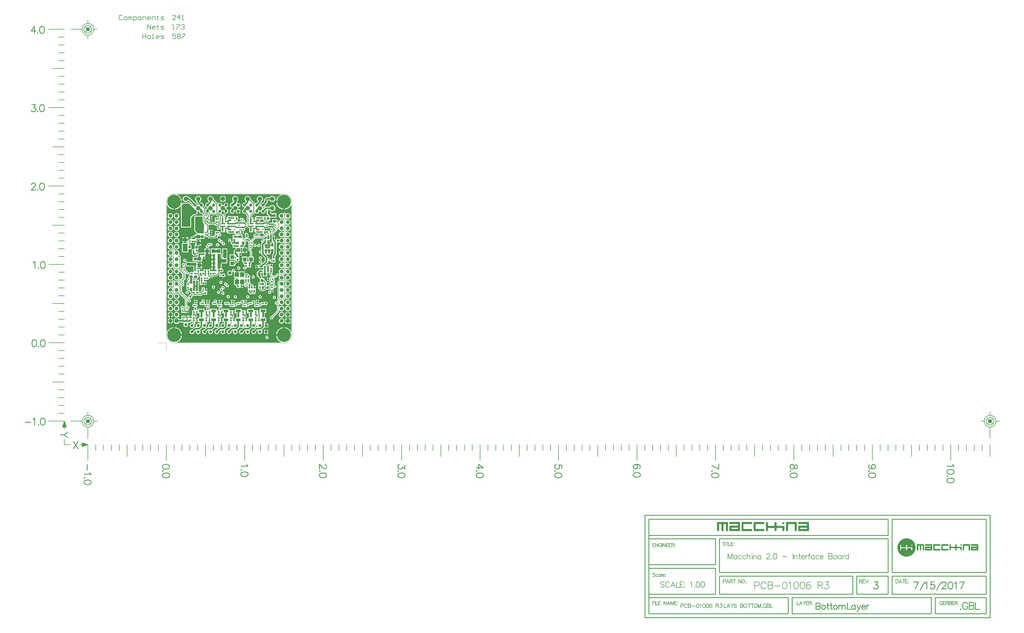
<source format=gbl>
G04 This is an RS-274x file exported by *
G04 gerbv version 2.6A *
G04 More information is available about gerbv at *
G04 http://gerbv.geda-project.org/ *
G04 --End of header info--*
%MOIN*%
%FSLAX34Y34*%
%IPPOS*%
G04 --Define apertures--*
%ADD10R,0.0200X0.0200*%
%ADD11R,0.0200X0.0200*%
%ADD12R,0.0280X0.0390*%
%ADD13C,0.0300*%
%ADD14R,0.0360X0.0360*%
%ADD15R,0.0118X0.0236*%
%ADD16R,0.0630X0.0354*%
%ADD17R,0.0350X0.0350*%
%ADD18R,0.0350X0.0350*%
%ADD19R,0.0250X0.0320*%
%ADD20R,0.0180X0.0250*%
%ADD21R,0.0250X0.0180*%
%ADD22R,0.0500X0.0450*%
%ADD23R,0.0360X0.0360*%
%ADD24C,0.0100*%
%ADD25C,0.0080*%
%ADD26C,0.0200*%
%ADD27C,0.0090*%
%ADD28C,0.0070*%
%ADD29C,0.0450*%
%ADD30C,0.0350*%
%ADD31C,0.0230*%
%ADD32C,0.0140*%
%ADD33C,0.0250*%
%ADD34C,0.0150*%
%ADD35C,0.0240*%
%ADD36C,0.0050*%
%ADD37C,0.0010*%
%ADD38C,0.0400*%
%ADD39C,0.0580*%
%ADD40C,0.0394*%
%ADD41C,0.0500*%
%AMMACRO42*
21,1,0.050000,0.025000,0.000000,0.000000,90.000000*
21,1,0.025000,0.050000,0.000000,0.000000,90.000000*
1,1,0.025000,0.012500,0.012500*
1,1,0.025000,0.012500,-0.012500*
1,1,0.025000,-0.012500,-0.012500*
1,1,0.025000,-0.012500,0.012500*
%
%ADD42MACRO42*%
%ADD43C,0.1780*%
%ADD44C,0.0200*%
%ADD45C,0.0280*%
%ADD46C,0.0250*%
%ADD47R,0.0320X0.0250*%
%ADD48R,0.0600X0.1250*%
%ADD49R,0.0520X0.0600*%
%ADD50R,0.0295X0.0157*%
%ADD51R,0.0300X0.0300*%
%AMMACRO52*
21,1,0.023000,0.028500,0.000000,0.000000,90.000000*
21,1,0.011500,0.040000,0.000000,0.000000,90.000000*
1,1,0.011500,0.014300,0.005700*
1,1,0.011500,0.014300,-0.005700*
1,1,0.011500,-0.014300,-0.005700*
1,1,0.011500,-0.014300,0.005700*
%
%ADD52MACRO52*%
%ADD53R,0.0450X0.0500*%
%ADD54C,0.0300*%
%ADD55C,0.0280*%
%ADD56C,0.0600*%
G04 --Start main section--*
G36*
G01X0014621Y0018915D02*
G01X0014581Y0018898D01*
G01X0014505Y0018858D01*
G01X0014432Y0018812D01*
G01X0014363Y0018759D01*
G01X0014299Y0018701D01*
G01X0014241Y0018637D01*
G01X0014188Y0018568D01*
G01X0014142Y0018495D01*
G01X0014102Y0018419D01*
G01X0014069Y0018339D01*
G01X0014043Y0018256D01*
G01X0014024Y0018172D01*
G01X0014015Y0018100D01*
G01X0015000Y0018100D01*
G01X0015000Y0018000D01*
G01X0015100Y0018000D01*
G01X0015100Y0017015D01*
G01X0015172Y0017024D01*
G01X0015256Y0017043D01*
G01X0015339Y0017069D01*
G01X0015419Y0017102D01*
G01X0015495Y0017142D01*
G01X0015568Y0017188D01*
G01X0015637Y0017241D01*
G01X0015701Y0017299D01*
G01X0015759Y0017363D01*
G01X0015812Y0017432D01*
G01X0015858Y0017505D01*
G01X0015898Y0017581D01*
G01X0015915Y0017621D01*
G01X0015945Y0017615D01*
G01X0015945Y0001385D01*
G01X0015915Y0001379D01*
G01X0015898Y0001419D01*
G01X0015858Y0001495D01*
G01X0015812Y0001568D01*
G01X0015759Y0001637D01*
G01X0015701Y0001701D01*
G01X0015637Y0001759D01*
G01X0015568Y0001812D01*
G01X0015495Y0001858D01*
G01X0015419Y0001898D01*
G01X0015339Y0001931D01*
G01X0015256Y0001957D01*
G01X0015172Y0001976D01*
G01X0015100Y0001985D01*
G01X0015100Y0001000D01*
G01X0015000Y0001000D01*
G01X0015000Y0000900D01*
G01X0014015Y0000900D01*
G01X0014024Y0000828D01*
G01X0014043Y0000744D01*
G01X0014069Y0000661D01*
G01X0014102Y0000581D01*
G01X0014142Y0000505D01*
G01X0014188Y0000432D01*
G01X0014241Y0000363D01*
G01X0014299Y0000299D01*
G01X0014363Y0000241D01*
G01X0014432Y0000188D01*
G01X0014505Y0000142D01*
G01X0014581Y0000102D01*
G01X0014621Y0000085D01*
G01X0014615Y0000055D01*
G01X0001385Y0000055D01*
G01X0001379Y0000085D01*
G01X0001419Y0000102D01*
G01X0001495Y0000142D01*
G01X0001568Y0000188D01*
G01X0001637Y0000241D01*
G01X0001701Y0000299D01*
G01X0001759Y0000363D01*
G01X0001812Y0000432D01*
G01X0001858Y0000505D01*
G01X0001898Y0000581D01*
G01X0001931Y0000661D01*
G01X0001957Y0000744D01*
G01X0001976Y0000828D01*
G01X0001985Y0000900D01*
G01X0001000Y0000900D01*
G01X0001000Y0001000D01*
G01X0000900Y0001000D01*
G01X0000900Y0001985D01*
G01X0000828Y0001976D01*
G01X0000744Y0001957D01*
G01X0000661Y0001931D01*
G01X0000581Y0001898D01*
G01X0000505Y0001858D01*
G01X0000432Y0001812D01*
G01X0000363Y0001759D01*
G01X0000299Y0001701D01*
G01X0000241Y0001637D01*
G01X0000188Y0001568D01*
G01X0000142Y0001495D01*
G01X0000102Y0001419D01*
G01X0000085Y0001379D01*
G01X0000055Y0001385D01*
G01X0000055Y0017615D01*
G01X0000085Y0017621D01*
G01X0000102Y0017581D01*
G01X0000142Y0017505D01*
G01X0000188Y0017432D01*
G01X0000241Y0017363D01*
G01X0000299Y0017299D01*
G01X0000363Y0017241D01*
G01X0000432Y0017188D01*
G01X0000505Y0017142D01*
G01X0000581Y0017102D01*
G01X0000661Y0017069D01*
G01X0000744Y0017043D01*
G01X0000828Y0017024D01*
G01X0000900Y0017015D01*
G01X0000900Y0018000D01*
G01X0001000Y0018000D01*
G01X0001000Y0018100D01*
G01X0001985Y0018100D01*
G01X0001976Y0018172D01*
G01X0001957Y0018256D01*
G01X0001931Y0018339D01*
G01X0001898Y0018419D01*
G01X0001858Y0018495D01*
G01X0001812Y0018568D01*
G01X0001759Y0018637D01*
G01X0001701Y0018701D01*
G01X0001637Y0018759D01*
G01X0001568Y0018812D01*
G01X0001495Y0018858D01*
G01X0001419Y0018898D01*
G01X0001379Y0018915D01*
G01X0001385Y0018945D01*
G01X0014615Y0018945D01*
G01X0014621Y0018915D01*
G37*
G36*
G01X0014621Y0018915D02*
G37*
G36*
G01X0073091Y-022884D02*
G01X0073107Y-022923D01*
G01X0073104Y-022927D01*
G01X0073104Y-022927D01*
G01X0073108Y-023932D01*
G01X0073091Y-023976D01*
G01X0073052Y-023992D01*
G01X0073047Y-023989D01*
G01X0073047Y-023989D01*
G01X0071825Y-023993D01*
G01X0071782Y-023976D01*
G01X0071766Y-023937D01*
G01X0071769Y-023932D01*
G01X0071769Y-023932D01*
G01X0071764Y-023377D01*
G01X0071782Y-023334D01*
G01X0071821Y-023318D01*
G01X0071825Y-023321D01*
G01X0071825Y-023321D01*
G01X0071825Y-023321D01*
G01X0072822Y-023326D01*
G01X0072866Y-023308D01*
G01X0072883Y-023265D01*
G01X0072883Y-023265D01*
G01X0072879Y-023260D01*
G01X0072883Y-023152D01*
G01X0072866Y-023109D01*
G01X0072822Y-023092D01*
G01X0072822Y-023096D01*
G01X0071825Y-023101D01*
G01X0071782Y-023083D01*
G01X0071766Y-023044D01*
G01X0071769Y-023040D01*
G01X0071769Y-023040D01*
G01X0071764Y-022927D01*
G01X0071782Y-022884D01*
G01X0071821Y-022868D01*
G01X0071825Y-022871D01*
G01X0071825Y-022871D01*
G01X0073047Y-022867D01*
G01X0073091Y-022884D01*
G37*
G36*
G01X0073091Y-022884D02*
G37*
G36*
G01X0078734Y-022887D02*
G01X0078750Y-022903D01*
G01X0078759Y-022924D01*
G01X0078759Y-022935D01*
G01X0078759Y-023047D01*
G01X0078759Y-023059D01*
G01X0078750Y-023079D01*
G01X0078734Y-023095D01*
G01X0078714Y-023104D01*
G01X0078586Y-023104D01*
G01X0078566Y-023095D01*
G01X0078550Y-023079D01*
G01X0078541Y-023059D01*
G01X0078541Y-023047D01*
G01X0078541Y-022935D01*
G01X0078541Y-022924D01*
G01X0078550Y-022903D01*
G01X0078566Y-022887D01*
G01X0078586Y-022879D01*
G01X0078714Y-022879D01*
G01X0078734Y-022887D01*
G37*
G36*
G01X0078734Y-022887D02*
G37*
G36*
G01X0081830Y-022871D02*
G01X0081830Y-022871D01*
G01X0081834Y-022868D01*
G01X0081873Y-022884D01*
G01X0081891Y-022927D01*
G01X0081886Y-023932D01*
G01X0081886Y-023932D01*
G01X0081889Y-023937D01*
G01X0081873Y-023976D01*
G01X0081830Y-023993D01*
G01X0080608Y-023989D01*
G01X0080608Y-023989D01*
G01X0080603Y-023992D01*
G01X0080564Y-023976D01*
G01X0080547Y-023932D01*
G01X0080551Y-023377D01*
G01X0080551Y-023377D01*
G01X0080548Y-023373D01*
G01X0080564Y-023334D01*
G01X0080608Y-023317D01*
G01X0081605Y-023321D01*
G01X0081605Y-023326D01*
G01X0081648Y-023308D01*
G01X0081666Y-023265D01*
G01X0081661Y-023157D01*
G01X0081666Y-023152D01*
G01X0081666Y-023152D01*
G01X0081648Y-023109D01*
G01X0081605Y-023092D01*
G01X0080608Y-023096D01*
G01X0080608Y-023096D01*
G01X0080608Y-023096D01*
G01X0080603Y-023099D01*
G01X0080564Y-023083D01*
G01X0080547Y-023040D01*
G01X0080551Y-022927D01*
G01X0080551Y-022927D01*
G01X0080548Y-022923D01*
G01X0080564Y-022884D01*
G01X0080608Y-022867D01*
G01X0081830Y-022871D01*
G37*
G36*
G01X0081830Y-022871D02*
G37*
G36*
G01X0077737Y-022887D02*
G01X0077753Y-022903D01*
G01X0077761Y-022924D01*
G01X0077761Y-022935D01*
G01X0077761Y-023295D01*
G01X0077762Y-023306D01*
G01X0077771Y-023326D01*
G01X0077786Y-023342D01*
G01X0077807Y-023350D01*
G01X0077818Y-023351D01*
G01X0078714Y-023351D01*
G01X0078734Y-023360D01*
G01X0078750Y-023376D01*
G01X0078759Y-023396D01*
G01X0078759Y-023407D01*
G01X0078759Y-023932D01*
G01X0078759Y-023944D01*
G01X0078750Y-023964D01*
G01X0078734Y-023980D01*
G01X0078714Y-023989D01*
G01X0078586Y-023989D01*
G01X0078566Y-023980D01*
G01X0078550Y-023964D01*
G01X0078541Y-023944D01*
G01X0078541Y-023932D01*
G01X0078541Y-023633D01*
G01X0078540Y-023622D01*
G01X0078532Y-023601D01*
G01X0078516Y-023586D01*
G01X0078496Y-023577D01*
G01X0078485Y-023576D01*
G01X0077818Y-023576D01*
G01X0077807Y-023577D01*
G01X0077786Y-023586D01*
G01X0077771Y-023601D01*
G01X0077762Y-023622D01*
G01X0077761Y-023633D01*
G01X0077761Y-023932D01*
G01X0077761Y-023944D01*
G01X0077753Y-023964D01*
G01X0077737Y-023980D01*
G01X0077716Y-023989D01*
G01X0077581Y-023989D01*
G01X0077561Y-023980D01*
G01X0077545Y-023964D01*
G01X0077536Y-023944D01*
G01X0077536Y-023932D01*
G01X0077536Y-023633D01*
G01X0077535Y-023622D01*
G01X0077527Y-023601D01*
G01X0077511Y-023586D01*
G01X0077491Y-023577D01*
G01X0077480Y-023576D01*
G01X0076708Y-023576D01*
G01X0076697Y-023577D01*
G01X0076676Y-023586D01*
G01X0076661Y-023601D01*
G01X0076652Y-023622D01*
G01X0076651Y-023633D01*
G01X0076651Y-023932D01*
G01X0076651Y-023944D01*
G01X0076643Y-023964D01*
G01X0076627Y-023980D01*
G01X0076606Y-023989D01*
G01X0076471Y-023989D01*
G01X0076451Y-023980D01*
G01X0076435Y-023964D01*
G01X0076426Y-023944D01*
G01X0076426Y-023932D01*
G01X0076426Y-022935D01*
G01X0076426Y-022924D01*
G01X0076435Y-022903D01*
G01X0076451Y-022887D01*
G01X0076471Y-022879D01*
G01X0076606Y-022879D01*
G01X0076627Y-022887D01*
G01X0076643Y-022903D01*
G01X0076651Y-022924D01*
G01X0076651Y-022935D01*
G01X0076651Y-023295D01*
G01X0076652Y-023306D01*
G01X0076661Y-023326D01*
G01X0076676Y-023342D01*
G01X0076697Y-023350D01*
G01X0076708Y-023351D01*
G01X0077480Y-023351D01*
G01X0077491Y-023350D01*
G01X0077511Y-023342D01*
G01X0077527Y-023326D01*
G01X0077535Y-023306D01*
G01X0077536Y-023295D01*
G01X0077536Y-022935D01*
G01X0077536Y-022924D01*
G01X0077545Y-022903D01*
G01X0077561Y-022887D01*
G01X0077581Y-022879D01*
G01X0077716Y-022879D01*
G01X0077737Y-022887D01*
G37*
G36*
G01X0077737Y-022887D02*
G37*
G36*
G01X0080309Y-022880D02*
G01X0080325Y-022896D01*
G01X0080334Y-022916D01*
G01X0080334Y-022927D01*
G01X0080334Y-023932D01*
G01X0080334Y-023944D01*
G01X0080325Y-023964D01*
G01X0080309Y-023980D01*
G01X0080289Y-023989D01*
G01X0080154Y-023989D01*
G01X0080133Y-023980D01*
G01X0080117Y-023964D01*
G01X0080109Y-023944D01*
G01X0080109Y-023932D01*
G01X0080109Y-023152D01*
G01X0080108Y-023142D01*
G01X0080099Y-023121D01*
G01X0080084Y-023106D01*
G01X0080063Y-023097D01*
G01X0080052Y-023096D01*
G01X0079272Y-023096D01*
G01X0079262Y-023097D01*
G01X0079241Y-023106D01*
G01X0079226Y-023121D01*
G01X0079217Y-023142D01*
G01X0079216Y-023152D01*
G01X0079216Y-023932D01*
G01X0079216Y-023944D01*
G01X0079208Y-023964D01*
G01X0079192Y-023980D01*
G01X0079171Y-023989D01*
G01X0079044Y-023989D01*
G01X0079023Y-023980D01*
G01X0079007Y-023964D01*
G01X0078999Y-023944D01*
G01X0078999Y-023932D01*
G01X0078999Y-022927D01*
G01X0078999Y-022916D01*
G01X0079007Y-022896D01*
G01X0079023Y-022880D01*
G01X0079044Y-022871D01*
G01X0080289Y-022871D01*
G01X0080309Y-022880D01*
G37*
G36*
G01X0080309Y-022880D02*
G37*
G36*
G01X0076184Y-022880D02*
G01X0076200Y-022896D01*
G01X0076209Y-022916D01*
G01X0076209Y-022927D01*
G01X0076209Y-023040D01*
G01X0076209Y-023051D01*
G01X0076200Y-023072D01*
G01X0076184Y-023088D01*
G01X0076164Y-023096D01*
G01X0075155Y-023096D01*
G01X0075144Y-023097D01*
G01X0075124Y-023106D01*
G01X0075108Y-023121D01*
G01X0075100Y-023142D01*
G01X0075099Y-023152D01*
G01X0075099Y-023707D01*
G01X0075100Y-023718D01*
G01X0075108Y-023739D01*
G01X0075124Y-023754D01*
G01X0075144Y-023763D01*
G01X0075155Y-023764D01*
G01X0076164Y-023764D01*
G01X0076184Y-023772D01*
G01X0076200Y-023788D01*
G01X0076209Y-023809D01*
G01X0076209Y-023820D01*
G01X0076209Y-023932D01*
G01X0076209Y-023944D01*
G01X0076200Y-023964D01*
G01X0076184Y-023980D01*
G01X0076164Y-023989D01*
G01X0074919Y-023989D01*
G01X0074898Y-023980D01*
G01X0074882Y-023964D01*
G01X0074874Y-023944D01*
G01X0074874Y-023932D01*
G01X0074874Y-022927D01*
G01X0074874Y-022916D01*
G01X0074882Y-022896D01*
G01X0074898Y-022880D01*
G01X0074919Y-022871D01*
G01X0076164Y-022871D01*
G01X0076184Y-022880D01*
G37*
G36*
G01X0076184Y-022880D02*
G37*
G36*
G01X0074632Y-022880D02*
G01X0074648Y-022896D01*
G01X0074656Y-022916D01*
G01X0074656Y-022927D01*
G01X0074656Y-023040D01*
G01X0074656Y-023051D01*
G01X0074648Y-023072D01*
G01X0074632Y-023088D01*
G01X0074611Y-023096D01*
G01X0073602Y-023096D01*
G01X0073592Y-023097D01*
G01X0073571Y-023106D01*
G01X0073556Y-023121D01*
G01X0073547Y-023142D01*
G01X0073546Y-023152D01*
G01X0073546Y-023707D01*
G01X0073547Y-023718D01*
G01X0073556Y-023739D01*
G01X0073571Y-023754D01*
G01X0073592Y-023763D01*
G01X0073602Y-023764D01*
G01X0074611Y-023764D01*
G01X0074632Y-023772D01*
G01X0074648Y-023788D01*
G01X0074656Y-023809D01*
G01X0074656Y-023820D01*
G01X0074656Y-023932D01*
G01X0074656Y-023944D01*
G01X0074648Y-023964D01*
G01X0074632Y-023980D01*
G01X0074611Y-023989D01*
G01X0073366Y-023989D01*
G01X0073346Y-023980D01*
G01X0073330Y-023964D01*
G01X0073321Y-023944D01*
G01X0073321Y-023932D01*
G01X0073321Y-022927D01*
G01X0073321Y-022916D01*
G01X0073330Y-022896D01*
G01X0073346Y-022880D01*
G01X0073366Y-022871D01*
G01X0074611Y-022871D01*
G01X0074632Y-022880D01*
G37*
G36*
G01X0074632Y-022880D02*
G37*
G36*
G01X0071527Y-022880D02*
G01X0071543Y-022896D01*
G01X0071551Y-022916D01*
G01X0071551Y-022927D01*
G01X0071551Y-023932D01*
G01X0071551Y-023944D01*
G01X0071543Y-023964D01*
G01X0071527Y-023980D01*
G01X0071506Y-023989D01*
G01X0071371Y-023989D01*
G01X0071351Y-023980D01*
G01X0071335Y-023964D01*
G01X0071326Y-023944D01*
G01X0071326Y-023932D01*
G01X0071326Y-023152D01*
G01X0071325Y-023142D01*
G01X0071317Y-023121D01*
G01X0071301Y-023106D01*
G01X0071281Y-023097D01*
G01X0071270Y-023096D01*
G01X0071045Y-023096D01*
G01X0071034Y-023097D01*
G01X0071014Y-023106D01*
G01X0070998Y-023121D01*
G01X0070990Y-023142D01*
G01X0070989Y-023152D01*
G01X0070989Y-023932D01*
G01X0070989Y-023944D01*
G01X0070980Y-023964D01*
G01X0070964Y-023980D01*
G01X0070944Y-023989D01*
G01X0070816Y-023989D01*
G01X0070796Y-023980D01*
G01X0070780Y-023964D01*
G01X0070771Y-023944D01*
G01X0070771Y-023932D01*
G01X0070771Y-023152D01*
G01X0070770Y-023142D01*
G01X0070762Y-023121D01*
G01X0070746Y-023106D01*
G01X0070726Y-023097D01*
G01X0070715Y-023096D01*
G01X0070490Y-023096D01*
G01X0070479Y-023097D01*
G01X0070459Y-023106D01*
G01X0070443Y-023121D01*
G01X0070435Y-023142D01*
G01X0070434Y-023152D01*
G01X0070434Y-023932D01*
G01X0070434Y-023944D01*
G01X0070425Y-023964D01*
G01X0070409Y-023980D01*
G01X0070389Y-023989D01*
G01X0070254Y-023989D01*
G01X0070233Y-023980D01*
G01X0070217Y-023964D01*
G01X0070209Y-023944D01*
G01X0070209Y-023932D01*
G01X0070209Y-022927D01*
G01X0070209Y-022916D01*
G01X0070217Y-022896D01*
G01X0070233Y-022880D01*
G01X0070254Y-022871D01*
G01X0071506Y-022871D01*
G01X0071527Y-022880D01*
G37*
G36*
G01X0071527Y-022880D02*
G37*
G36*
G01X0103449Y-025706D02*
G01X0103459Y-025732D01*
G01X0103457Y-025735D01*
G01X0103457Y-025735D01*
G01X0103461Y-026405D01*
G01X0103449Y-026434D01*
G01X0103423Y-026444D01*
G01X0103420Y-026442D01*
G01X0103420Y-026442D01*
G01X0102605Y-026446D01*
G01X0102576Y-026434D01*
G01X0102566Y-026408D01*
G01X0102568Y-026405D01*
G01X0102568Y-026405D01*
G01X0102564Y-026035D01*
G01X0102576Y-026006D01*
G01X0102602Y-025996D01*
G01X0102605Y-025998D01*
G01X0102605Y-025998D01*
G01X0102605Y-025998D01*
G01X0103270Y-026001D01*
G01X0103299Y-025989D01*
G01X0103311Y-025960D01*
G01X0103311Y-025960D01*
G01X0103308Y-025957D01*
G01X0103311Y-025885D01*
G01X0103299Y-025856D01*
G01X0103270Y-025844D01*
G01X0103270Y-025847D01*
G01X0102605Y-025851D01*
G01X0102576Y-025839D01*
G01X0102566Y-025813D01*
G01X0102568Y-025810D01*
G01X0102568Y-025810D01*
G01X0102564Y-025735D01*
G01X0102576Y-025706D01*
G01X0102602Y-025696D01*
G01X0102605Y-025698D01*
G01X0102605Y-025698D01*
G01X0103420Y-025694D01*
G01X0103449Y-025706D01*
G37*
G36*
G01X0103449Y-025706D02*
G37*
G36*
G01X0097594Y-025706D02*
G01X0097604Y-025732D01*
G01X0097603Y-025735D01*
G01X0097603Y-025735D01*
G01X0097606Y-026405D01*
G01X0097594Y-026434D01*
G01X0097568Y-026444D01*
G01X0097565Y-026442D01*
G01X0097565Y-026442D01*
G01X0096750Y-026446D01*
G01X0096721Y-026434D01*
G01X0096711Y-026408D01*
G01X0096713Y-026405D01*
G01X0096713Y-026405D01*
G01X0096709Y-026035D01*
G01X0096721Y-026006D01*
G01X0096747Y-025996D01*
G01X0096750Y-025998D01*
G01X0096750Y-025998D01*
G01X0096750Y-025998D01*
G01X0097415Y-026001D01*
G01X0097444Y-025989D01*
G01X0097456Y-025960D01*
G01X0097456Y-025960D01*
G01X0097453Y-025957D01*
G01X0097456Y-025885D01*
G01X0097444Y-025856D01*
G01X0097415Y-025844D01*
G01X0097415Y-025847D01*
G01X0096750Y-025851D01*
G01X0096721Y-025839D01*
G01X0096711Y-025813D01*
G01X0096713Y-025810D01*
G01X0096713Y-025810D01*
G01X0096709Y-025735D01*
G01X0096721Y-025706D01*
G01X0096747Y-025696D01*
G01X0096750Y-025698D01*
G01X0096750Y-025698D01*
G01X0097565Y-025694D01*
G01X0097594Y-025706D01*
G37*
G36*
G01X0097594Y-025706D02*
G37*
G36*
G01X0101356Y-025708D02*
G01X0101367Y-025719D01*
G01X0101372Y-025733D01*
G01X0101372Y-025740D01*
G01X0101372Y-025815D01*
G01X0101372Y-025822D01*
G01X0101367Y-025836D01*
G01X0101356Y-025847D01*
G01X0101342Y-025852D01*
G01X0101258Y-025852D01*
G01X0101244Y-025847D01*
G01X0101233Y-025836D01*
G01X0101228Y-025822D01*
G01X0101228Y-025815D01*
G01X0101228Y-025740D01*
G01X0101228Y-025733D01*
G01X0101233Y-025719D01*
G01X0101244Y-025708D01*
G01X0101258Y-025703D01*
G01X0101342Y-025703D01*
G01X0101356Y-025708D01*
G37*
G36*
G01X0101356Y-025708D02*
G37*
G36*
G01X0100691Y-025708D02*
G01X0100702Y-025719D01*
G01X0100708Y-025733D01*
G01X0100708Y-025740D01*
G01X0100708Y-025980D01*
G01X0100708Y-025987D01*
G01X0100714Y-026001D01*
G01X0100724Y-026011D01*
G01X0100738Y-026017D01*
G01X0100745Y-026017D01*
G01X0101342Y-026017D01*
G01X0101356Y-026023D01*
G01X0101367Y-026034D01*
G01X0101372Y-026048D01*
G01X0101372Y-026055D01*
G01X0101372Y-026405D01*
G01X0101372Y-026412D01*
G01X0101367Y-026426D01*
G01X0101356Y-026437D01*
G01X0101342Y-026442D01*
G01X0101258Y-026442D01*
G01X0101244Y-026437D01*
G01X0101233Y-026426D01*
G01X0101228Y-026412D01*
G01X0101228Y-026405D01*
G01X0101228Y-026205D01*
G01X0101227Y-026198D01*
G01X0101221Y-026184D01*
G01X0101211Y-026174D01*
G01X0101197Y-026168D01*
G01X0101190Y-026168D01*
G01X0100745Y-026168D01*
G01X0100738Y-026168D01*
G01X0100724Y-026174D01*
G01X0100714Y-026184D01*
G01X0100708Y-026198D01*
G01X0100708Y-026205D01*
G01X0100708Y-026405D01*
G01X0100708Y-026412D01*
G01X0100702Y-026426D01*
G01X0100691Y-026437D01*
G01X0100677Y-026442D01*
G01X0100588Y-026442D01*
G01X0100574Y-026437D01*
G01X0100563Y-026426D01*
G01X0100557Y-026412D01*
G01X0100557Y-026405D01*
G01X0100557Y-026205D01*
G01X0100557Y-026198D01*
G01X0100551Y-026184D01*
G01X0100541Y-026174D01*
G01X0100527Y-026168D01*
G01X0100520Y-026168D01*
G01X0100005Y-026168D01*
G01X0099998Y-026168D01*
G01X0099984Y-026174D01*
G01X0099974Y-026184D01*
G01X0099968Y-026198D01*
G01X0099967Y-026205D01*
G01X0099967Y-026405D01*
G01X0099967Y-026412D01*
G01X0099962Y-026426D01*
G01X0099951Y-026437D01*
G01X0099937Y-026442D01*
G01X0099848Y-026442D01*
G01X0099834Y-026437D01*
G01X0099823Y-026426D01*
G01X0099817Y-026412D01*
G01X0099817Y-026405D01*
G01X0099817Y-025740D01*
G01X0099817Y-025733D01*
G01X0099823Y-025719D01*
G01X0099834Y-025708D01*
G01X0099848Y-025703D01*
G01X0099937Y-025703D01*
G01X0099951Y-025708D01*
G01X0099962Y-025719D01*
G01X0099967Y-025733D01*
G01X0099967Y-025740D01*
G01X0099967Y-025980D01*
G01X0099968Y-025987D01*
G01X0099974Y-026001D01*
G01X0099984Y-026011D01*
G01X0099998Y-026017D01*
G01X0100005Y-026017D01*
G01X0100520Y-026017D01*
G01X0100527Y-026017D01*
G01X0100541Y-026011D01*
G01X0100551Y-026001D01*
G01X0100557Y-025987D01*
G01X0100557Y-025980D01*
G01X0100557Y-025740D01*
G01X0100557Y-025733D01*
G01X0100563Y-025719D01*
G01X0100574Y-025708D01*
G01X0100588Y-025703D01*
G01X0100677Y-025703D01*
G01X0100691Y-025708D01*
G37*
G36*
G01X0100691Y-025708D02*
G37*
G36*
G01X0102406Y-025703D02*
G01X0102417Y-025714D01*
G01X0102423Y-025728D01*
G01X0102423Y-025735D01*
G01X0102423Y-026405D01*
G01X0102423Y-026412D01*
G01X0102417Y-026426D01*
G01X0102406Y-026437D01*
G01X0102392Y-026442D01*
G01X0102303Y-026442D01*
G01X0102289Y-026437D01*
G01X0102278Y-026426D01*
G01X0102273Y-026412D01*
G01X0102273Y-026405D01*
G01X0102273Y-025885D01*
G01X0102272Y-025878D01*
G01X0102266Y-025864D01*
G01X0102256Y-025854D01*
G01X0102242Y-025848D01*
G01X0102235Y-025847D01*
G01X0101715Y-025847D01*
G01X0101708Y-025848D01*
G01X0101694Y-025854D01*
G01X0101684Y-025864D01*
G01X0101678Y-025878D01*
G01X0101678Y-025885D01*
G01X0101678Y-026405D01*
G01X0101678Y-026412D01*
G01X0101672Y-026426D01*
G01X0101661Y-026437D01*
G01X0101647Y-026442D01*
G01X0101563Y-026442D01*
G01X0101549Y-026437D01*
G01X0101538Y-026426D01*
G01X0101532Y-026412D01*
G01X0101532Y-026405D01*
G01X0101532Y-025735D01*
G01X0101532Y-025728D01*
G01X0101538Y-025714D01*
G01X0101549Y-025703D01*
G01X0101563Y-025698D01*
G01X0102392Y-025698D01*
G01X0102406Y-025703D01*
G37*
G36*
G01X0102406Y-025703D02*
G37*
G36*
G01X0099656Y-025703D02*
G01X0099667Y-025714D01*
G01X0099672Y-025728D01*
G01X0099672Y-025735D01*
G01X0099672Y-025810D01*
G01X0099672Y-025817D01*
G01X0099667Y-025831D01*
G01X0099656Y-025842D01*
G01X0099642Y-025847D01*
G01X0098970Y-025847D01*
G01X0098963Y-025848D01*
G01X0098949Y-025854D01*
G01X0098939Y-025864D01*
G01X0098933Y-025878D01*
G01X0098933Y-025885D01*
G01X0098933Y-026255D01*
G01X0098933Y-026262D01*
G01X0098939Y-026276D01*
G01X0098949Y-026286D01*
G01X0098963Y-026292D01*
G01X0098970Y-026293D01*
G01X0099642Y-026293D01*
G01X0099656Y-026298D01*
G01X0099667Y-026309D01*
G01X0099672Y-026323D01*
G01X0099672Y-026330D01*
G01X0099672Y-026405D01*
G01X0099672Y-026412D01*
G01X0099667Y-026426D01*
G01X0099656Y-026437D01*
G01X0099642Y-026442D01*
G01X0098813Y-026442D01*
G01X0098799Y-026437D01*
G01X0098788Y-026426D01*
G01X0098783Y-026412D01*
G01X0098783Y-026405D01*
G01X0098783Y-025735D01*
G01X0098783Y-025728D01*
G01X0098788Y-025714D01*
G01X0098799Y-025703D01*
G01X0098813Y-025698D01*
G01X0099642Y-025698D01*
G01X0099656Y-025703D01*
G37*
G36*
G01X0099656Y-025703D02*
G37*
G36*
G01X0098621Y-025703D02*
G01X0098632Y-025714D01*
G01X0098638Y-025728D01*
G01X0098638Y-025735D01*
G01X0098638Y-025810D01*
G01X0098638Y-025817D01*
G01X0098632Y-025831D01*
G01X0098621Y-025842D01*
G01X0098607Y-025847D01*
G01X0097935Y-025847D01*
G01X0097928Y-025848D01*
G01X0097914Y-025854D01*
G01X0097904Y-025864D01*
G01X0097898Y-025878D01*
G01X0097898Y-025885D01*
G01X0097898Y-026255D01*
G01X0097898Y-026262D01*
G01X0097904Y-026276D01*
G01X0097914Y-026286D01*
G01X0097928Y-026292D01*
G01X0097935Y-026293D01*
G01X0098607Y-026293D01*
G01X0098621Y-026298D01*
G01X0098632Y-026309D01*
G01X0098638Y-026323D01*
G01X0098638Y-026330D01*
G01X0098638Y-026405D01*
G01X0098638Y-026412D01*
G01X0098632Y-026426D01*
G01X0098621Y-026437D01*
G01X0098607Y-026442D01*
G01X0097778Y-026442D01*
G01X0097764Y-026437D01*
G01X0097753Y-026426D01*
G01X0097747Y-026412D01*
G01X0097747Y-026405D01*
G01X0097747Y-025735D01*
G01X0097747Y-025728D01*
G01X0097753Y-025714D01*
G01X0097764Y-025703D01*
G01X0097778Y-025698D01*
G01X0098607Y-025698D01*
G01X0098621Y-025703D01*
G37*
G36*
G01X0098621Y-025703D02*
G37*
G36*
G01X0096551Y-025703D02*
G01X0096562Y-025714D01*
G01X0096567Y-025728D01*
G01X0096567Y-025735D01*
G01X0096567Y-026405D01*
G01X0096567Y-026412D01*
G01X0096562Y-026426D01*
G01X0096551Y-026437D01*
G01X0096537Y-026442D01*
G01X0096448Y-026442D01*
G01X0096434Y-026437D01*
G01X0096423Y-026426D01*
G01X0096418Y-026412D01*
G01X0096418Y-026405D01*
G01X0096418Y-025885D01*
G01X0096417Y-025878D01*
G01X0096411Y-025864D01*
G01X0096401Y-025854D01*
G01X0096387Y-025848D01*
G01X0096380Y-025847D01*
G01X0096230Y-025847D01*
G01X0096223Y-025848D01*
G01X0096209Y-025854D01*
G01X0096199Y-025864D01*
G01X0096193Y-025878D01*
G01X0096193Y-025885D01*
G01X0096193Y-026405D01*
G01X0096193Y-026412D01*
G01X0096187Y-026426D01*
G01X0096176Y-026437D01*
G01X0096162Y-026442D01*
G01X0096078Y-026442D01*
G01X0096064Y-026437D01*
G01X0096053Y-026426D01*
G01X0096047Y-026412D01*
G01X0096047Y-026405D01*
G01X0096047Y-025885D01*
G01X0096047Y-025878D01*
G01X0096041Y-025864D01*
G01X0096031Y-025854D01*
G01X0096017Y-025848D01*
G01X0096010Y-025847D01*
G01X0095860Y-025847D01*
G01X0095853Y-025848D01*
G01X0095839Y-025854D01*
G01X0095829Y-025864D01*
G01X0095823Y-025878D01*
G01X0095822Y-025885D01*
G01X0095822Y-026405D01*
G01X0095822Y-026412D01*
G01X0095817Y-026426D01*
G01X0095806Y-026437D01*
G01X0095792Y-026442D01*
G01X0095703Y-026442D01*
G01X0095689Y-026437D01*
G01X0095678Y-026426D01*
G01X0095673Y-026412D01*
G01X0095673Y-026405D01*
G01X0095673Y-025735D01*
G01X0095673Y-025728D01*
G01X0095678Y-025714D01*
G01X0095689Y-025703D01*
G01X0095703Y-025698D01*
G01X0096537Y-025698D01*
G01X0096551Y-025703D01*
G37*
G36*
G01X0096551Y-025703D02*
G37*
G36*
G01X0094525Y-024971D02*
G01X0094700Y-025013D01*
G01X0094866Y-025082D01*
G01X0095020Y-025176D01*
G01X0095157Y-025293D01*
G01X0095274Y-025430D01*
G01X0095368Y-025584D01*
G01X0095437Y-025750D01*
G01X0095479Y-025925D01*
G01X0095494Y-026105D01*
G01X0095479Y-026285D01*
G01X0095437Y-026460D01*
G01X0095368Y-026626D01*
G01X0095274Y-026780D01*
G01X0095157Y-026917D01*
G01X0095020Y-027034D01*
G01X0094866Y-027128D01*
G01X0094700Y-027197D01*
G01X0094525Y-027239D01*
G01X0094345Y-027254D01*
G01X0094165Y-027239D01*
G01X0093990Y-027197D01*
G01X0093824Y-027128D01*
G01X0093670Y-027034D01*
G01X0093533Y-026917D01*
G01X0093416Y-026780D01*
G01X0093322Y-026626D01*
G01X0093253Y-026460D01*
G01X0093211Y-026285D01*
G01X0093196Y-026105D01*
G01X0093211Y-025925D01*
G01X0093253Y-025750D01*
G01X0093322Y-025584D01*
G01X0093416Y-025430D01*
G01X0093533Y-025293D01*
G01X0093670Y-025176D01*
G01X0093824Y-025082D01*
G01X0093990Y-025013D01*
G01X0094165Y-024971D01*
G01X0094345Y-024956D01*
G01X0094525Y-024971D01*
G37*
G36*
G01X0094525Y-024971D02*
G37*
%LPC*%
G36*
G01X0007259Y0018754D02*
G01X0007259Y0018417D01*
G01X0007597Y0018417D01*
G01X0007597Y0018418D01*
G01X0007587Y0018468D01*
G01X0007570Y0018516D01*
G01X0007548Y0018562D01*
G01X0007519Y0018605D01*
G01X0007485Y0018643D01*
G01X0007447Y0018677D01*
G01X0007404Y0018705D01*
G01X0007359Y0018728D01*
G01X0007310Y0018744D01*
G01X0007260Y0018754D01*
G01X0007259Y0018754D01*
G37*
G36*
G01X0007259Y0018754D02*
G37*
G36*
G01X0007159Y0018754D02*
G01X0007158Y0018754D01*
G01X0007108Y0018744D01*
G01X0007059Y0018728D01*
G01X0007014Y0018705D01*
G01X0006971Y0018677D01*
G01X0006933Y0018643D01*
G01X0006899Y0018605D01*
G01X0006871Y0018562D01*
G01X0006848Y0018516D01*
G01X0006832Y0018468D01*
G01X0006822Y0018418D01*
G01X0006822Y0018417D01*
G01X0007159Y0018417D01*
G01X0007159Y0018754D01*
G37*
G36*
G01X0007159Y0018754D02*
G37*
G36*
G01X0007597Y0018317D02*
G01X0007259Y0018317D01*
G01X0007259Y0017979D01*
G01X0007260Y0017979D01*
G01X0007310Y0017989D01*
G01X0007359Y0018006D01*
G01X0007404Y0018028D01*
G01X0007447Y0018057D01*
G01X0007485Y0018090D01*
G01X0007519Y0018129D01*
G01X0007548Y0018171D01*
G01X0007570Y0018217D01*
G01X0007587Y0018266D01*
G01X0007597Y0018316D01*
G01X0007597Y0018317D01*
G37*
G36*
G01X0007597Y0018317D02*
G37*
G36*
G01X0007159Y0018317D02*
G01X0006822Y0018317D01*
G01X0006822Y0018316D01*
G01X0006832Y0018266D01*
G01X0006848Y0018217D01*
G01X0006871Y0018171D01*
G01X0006899Y0018129D01*
G01X0006933Y0018090D01*
G01X0006971Y0018057D01*
G01X0007014Y0018028D01*
G01X0007059Y0018006D01*
G01X0007108Y0017989D01*
G01X0007158Y0017979D01*
G01X0007159Y0017979D01*
G01X0007159Y0018317D01*
G37*
G36*
G01X0007159Y0018317D02*
G37*
G36*
G01X0013508Y0018758D02*
G01X0013457Y0018754D01*
G01X0013407Y0018744D01*
G01X0013359Y0018728D01*
G01X0013313Y0018705D01*
G01X0013270Y0018677D01*
G01X0013232Y0018643D01*
G01X0013198Y0018605D01*
G01X0013174Y0018568D01*
G01X0012827Y0018568D01*
G01X0012788Y0018564D01*
G01X0012750Y0018552D01*
G01X0012715Y0018534D01*
G01X0012685Y0018509D01*
G01X0012538Y0018362D01*
G01X0012513Y0018332D01*
G01X0012494Y0018297D01*
G01X0012483Y0018259D01*
G01X0012479Y0018220D01*
G01X0012479Y0018015D01*
G01X0012343Y0017879D01*
G01X0012327Y0017880D01*
G01X0012280Y0017877D01*
G01X0012234Y0017866D01*
G01X0012191Y0017847D01*
G01X0012150Y0017823D01*
G01X0012114Y0017792D01*
G01X0012084Y0017756D01*
G01X0012059Y0017716D01*
G01X0012041Y0017672D01*
G01X0012030Y0017626D01*
G01X0012027Y0017595D01*
G01X0012000Y0017570D01*
G01X0011984Y0017573D01*
G01X0011933Y0017576D01*
G01X0011882Y0017573D01*
G01X0011855Y0017596D01*
G01X0011855Y0017610D01*
G01X0012076Y0017831D01*
G01X0012101Y0017861D01*
G01X0012119Y0017896D01*
G01X0012131Y0017934D01*
G01X0012134Y0017973D01*
G01X0012134Y0018032D01*
G01X0012171Y0018057D01*
G01X0012210Y0018090D01*
G01X0012244Y0018129D01*
G01X0012272Y0018171D01*
G01X0012295Y0018217D01*
G01X0012311Y0018266D01*
G01X0012321Y0018316D01*
G01X0012324Y0018367D01*
G01X0012321Y0018418D01*
G01X0012311Y0018468D01*
G01X0012295Y0018516D01*
G01X0012272Y0018562D01*
G01X0012244Y0018605D01*
G01X0012210Y0018643D01*
G01X0012171Y0018677D01*
G01X0012129Y0018705D01*
G01X0012083Y0018728D01*
G01X0012035Y0018744D01*
G01X0011984Y0018754D01*
G01X0011933Y0018758D01*
G01X0011882Y0018754D01*
G01X0011832Y0018744D01*
G01X0011784Y0018728D01*
G01X0011738Y0018705D01*
G01X0011696Y0018677D01*
G01X0011657Y0018643D01*
G01X0011623Y0018605D01*
G01X0011595Y0018562D01*
G01X0011572Y0018516D01*
G01X0011556Y0018468D01*
G01X0011546Y0018418D01*
G01X0011543Y0018367D01*
G01X0011546Y0018316D01*
G01X0011556Y0018266D01*
G01X0011572Y0018217D01*
G01X0011595Y0018171D01*
G01X0011623Y0018129D01*
G01X0011657Y0018090D01*
G01X0011693Y0018059D01*
G01X0011699Y0018048D01*
G01X0011701Y0018025D01*
G01X0011555Y0017879D01*
G01X0011540Y0017880D01*
G01X0011493Y0017877D01*
G01X0011447Y0017866D01*
G01X0011403Y0017847D01*
G01X0011363Y0017823D01*
G01X0011327Y0017792D01*
G01X0011314Y0017777D01*
G01X0011280Y0017784D01*
G01X0011279Y0017788D01*
G01X0011265Y0017814D01*
G01X0011247Y0017837D01*
G01X0010747Y0018336D01*
G01X0010749Y0018367D01*
G01X0010746Y0018418D01*
G01X0010736Y0018468D01*
G01X0010720Y0018516D01*
G01X0010697Y0018562D01*
G01X0010669Y0018605D01*
G01X0010635Y0018643D01*
G01X0010597Y0018677D01*
G01X0010554Y0018705D01*
G01X0010508Y0018728D01*
G01X0010460Y0018744D01*
G01X0010410Y0018754D01*
G01X0010359Y0018758D01*
G01X0010308Y0018754D01*
G01X0010258Y0018744D01*
G01X0010209Y0018728D01*
G01X0010163Y0018705D01*
G01X0010121Y0018677D01*
G01X0010082Y0018643D01*
G01X0010049Y0018605D01*
G01X0010020Y0018562D01*
G01X0009998Y0018516D01*
G01X0009981Y0018468D01*
G01X0009971Y0018418D01*
G01X0009968Y0018367D01*
G01X0009971Y0018316D01*
G01X0009981Y0018266D01*
G01X0009998Y0018217D01*
G01X0010020Y0018171D01*
G01X0010049Y0018129D01*
G01X0010082Y0018090D01*
G01X0010118Y0018059D01*
G01X0010124Y0018048D01*
G01X0010126Y0018025D01*
G01X0009980Y0017879D01*
G01X0009965Y0017880D01*
G01X0009918Y0017877D01*
G01X0009872Y0017866D01*
G01X0009828Y0017847D01*
G01X0009788Y0017823D01*
G01X0009752Y0017792D01*
G01X0009722Y0017756D01*
G01X0009697Y0017716D01*
G01X0009679Y0017672D01*
G01X0009668Y0017626D01*
G01X0009664Y0017579D01*
G01X0009668Y0017532D01*
G01X0009679Y0017486D01*
G01X0009697Y0017443D01*
G01X0009722Y0017402D01*
G01X0009752Y0017367D01*
G01X0009788Y0017336D01*
G01X0009828Y0017311D01*
G01X0009872Y0017293D01*
G01X0009918Y0017282D01*
G01X0009949Y0017280D01*
G01X0009974Y0017252D01*
G01X0009971Y0017237D01*
G01X0009970Y0017225D01*
G01X0009823Y0017077D01*
G01X0009798Y0017047D01*
G01X0009794Y0017039D01*
G01X0009788Y0017035D01*
G01X0009752Y0017005D01*
G01X0009722Y0016969D01*
G01X0009697Y0016929D01*
G01X0009679Y0016885D01*
G01X0009668Y0016839D01*
G01X0009664Y0016792D01*
G01X0009668Y0016745D01*
G01X0009679Y0016699D01*
G01X0009697Y0016655D01*
G01X0009722Y0016615D01*
G01X0009752Y0016579D01*
G01X0009788Y0016548D01*
G01X0009828Y0016524D01*
G01X0009872Y0016506D01*
G01X0009918Y0016495D01*
G01X0009965Y0016491D01*
G01X0010012Y0016495D01*
G01X0010042Y0016502D01*
G01X0010259Y0016284D01*
G01X0010259Y0015294D01*
G01X0010229Y0015283D01*
G01X0010222Y0015292D01*
G01X0010192Y0015317D01*
G01X0010157Y0015336D01*
G01X0010137Y0015342D01*
G01X0010054Y0015424D01*
G01X0010028Y0015446D01*
G01X0010004Y0015459D01*
G01X0009995Y0015476D01*
G01X0009993Y0015495D01*
G01X0010008Y0015523D01*
G01X0010019Y0015561D01*
G01X0010023Y0015600D01*
G01X0010019Y0015639D01*
G01X0010008Y0015677D01*
G01X0009989Y0015712D01*
G01X0009964Y0015742D01*
G01X0009934Y0015767D01*
G01X0009899Y0015786D01*
G01X0009861Y0015797D01*
G01X0009822Y0015801D01*
G01X0009783Y0015797D01*
G01X0009759Y0015813D01*
G01X0009757Y0015829D01*
G01X0009746Y0015867D01*
G01X0009727Y0015902D01*
G01X0009702Y0015932D01*
G01X0009672Y0015957D01*
G01X0009637Y0015976D01*
G01X0009599Y0015987D01*
G01X0009560Y0015991D01*
G01X0009521Y0015987D01*
G01X0009483Y0015976D01*
G01X0009448Y0015957D01*
G01X0009418Y0015932D01*
G01X0009393Y0015902D01*
G01X0009374Y0015867D01*
G01X0009363Y0015829D01*
G01X0009359Y0015790D01*
G01X0009363Y0015751D01*
G01X0009374Y0015713D01*
G01X0009393Y0015678D01*
G01X0009418Y0015648D01*
G01X0009448Y0015623D01*
G01X0009483Y0015604D01*
G01X0009521Y0015593D01*
G01X0009560Y0015589D01*
G01X0009599Y0015593D01*
G01X0009623Y0015577D01*
G01X0009625Y0015561D01*
G01X0009636Y0015523D01*
G01X0009646Y0015506D01*
G01X0009628Y0015476D01*
G01X0008894Y0015476D01*
G01X0008876Y0015506D01*
G01X0008886Y0015523D01*
G01X0008893Y0015548D01*
G01X0008911Y0015543D01*
G01X0008950Y0015539D01*
G01X0008989Y0015543D01*
G01X0009027Y0015554D01*
G01X0009062Y0015573D01*
G01X0009092Y0015598D01*
G01X0009117Y0015628D01*
G01X0009136Y0015663D01*
G01X0009147Y0015701D01*
G01X0009151Y0015740D01*
G01X0009150Y0015750D01*
G01X0009150Y0015750D01*
G01X0009150Y0016150D01*
G01X0008350Y0016150D01*
G01X0008350Y0016126D01*
G01X0008297Y0016126D01*
G01X0008280Y0016139D01*
G01X0008253Y0016154D01*
G01X0008223Y0016163D01*
G01X0008192Y0016166D01*
G01X0007908Y0016166D01*
G01X0007877Y0016163D01*
G01X0007847Y0016154D01*
G01X0007820Y0016139D01*
G01X0007796Y0016119D01*
G01X0007776Y0016095D01*
G01X0007761Y0016068D01*
G01X0007752Y0016038D01*
G01X0007749Y0016007D01*
G01X0007749Y0016000D01*
G01X0007600Y0016000D01*
G01X0007600Y0015800D01*
G01X0007500Y0015800D01*
G01X0007500Y0016000D01*
G01X0007319Y0016000D01*
G01X0007310Y0016027D01*
G01X0007333Y0016045D01*
G01X0007341Y0016043D01*
G01X0007380Y0016039D01*
G01X0007419Y0016043D01*
G01X0007457Y0016054D01*
G01X0007492Y0016073D01*
G01X0007522Y0016098D01*
G01X0007547Y0016128D01*
G01X0007566Y0016163D01*
G01X0007577Y0016201D01*
G01X0007581Y0016240D01*
G01X0007577Y0016279D01*
G01X0007566Y0016317D01*
G01X0007547Y0016352D01*
G01X0007522Y0016382D01*
G01X0007492Y0016407D01*
G01X0007457Y0016426D01*
G01X0007419Y0016437D01*
G01X0007380Y0016441D01*
G01X0007341Y0016437D01*
G01X0007303Y0016426D01*
G01X0007268Y0016407D01*
G01X0007238Y0016382D01*
G01X0007227Y0016369D01*
G01X0007188Y0016365D01*
G01X0007015Y0016539D01*
G01X0007016Y0016569D01*
G01X0007028Y0016579D01*
G01X0007059Y0016615D01*
G01X0007083Y0016655D01*
G01X0007102Y0016699D01*
G01X0007113Y0016745D01*
G01X0007115Y0016776D01*
G01X0007142Y0016801D01*
G01X0007158Y0016798D01*
G01X0007209Y0016795D01*
G01X0007260Y0016798D01*
G01X0007276Y0016801D01*
G01X0007303Y0016776D01*
G01X0007306Y0016745D01*
G01X0007317Y0016699D01*
G01X0007335Y0016655D01*
G01X0007359Y0016615D01*
G01X0007390Y0016579D01*
G01X0007426Y0016548D01*
G01X0007466Y0016524D01*
G01X0007510Y0016506D01*
G01X0007556Y0016495D01*
G01X0007603Y0016491D01*
G01X0007650Y0016495D01*
G01X0007696Y0016506D01*
G01X0007739Y0016524D01*
G01X0007780Y0016548D01*
G01X0007816Y0016579D01*
G01X0007846Y0016615D01*
G01X0007871Y0016655D01*
G01X0007889Y0016699D01*
G01X0007900Y0016745D01*
G01X0007904Y0016792D01*
G01X0007900Y0016839D01*
G01X0007889Y0016885D01*
G01X0007871Y0016929D01*
G01X0007846Y0016969D01*
G01X0007816Y0017005D01*
G01X0007780Y0017035D01*
G01X0007766Y0017044D01*
G01X0007745Y0017069D01*
G01X0007598Y0017216D01*
G01X0007597Y0017237D01*
G01X0007593Y0017252D01*
G01X0007619Y0017280D01*
G01X0007650Y0017282D01*
G01X0007696Y0017293D01*
G01X0007739Y0017311D01*
G01X0007780Y0017336D01*
G01X0007816Y0017367D01*
G01X0007846Y0017402D01*
G01X0007871Y0017443D01*
G01X0007889Y0017486D01*
G01X0007899Y0017529D01*
G01X0007603Y0017529D01*
G01X0007603Y0017579D01*
G01X0007553Y0017579D01*
G01X0007553Y0017876D01*
G01X0007510Y0017866D01*
G01X0007466Y0017847D01*
G01X0007426Y0017823D01*
G01X0007390Y0017792D01*
G01X0007359Y0017756D01*
G01X0007335Y0017716D01*
G01X0007317Y0017672D01*
G01X0007306Y0017626D01*
G01X0007303Y0017595D01*
G01X0007276Y0017570D01*
G01X0007260Y0017573D01*
G01X0007209Y0017576D01*
G01X0007158Y0017573D01*
G01X0007142Y0017570D01*
G01X0007115Y0017595D01*
G01X0007113Y0017626D01*
G01X0007102Y0017672D01*
G01X0007083Y0017716D01*
G01X0007059Y0017756D01*
G01X0007028Y0017792D01*
G01X0006992Y0017823D01*
G01X0006952Y0017847D01*
G01X0006908Y0017866D01*
G01X0006865Y0017876D01*
G01X0006865Y0017579D01*
G01X0006765Y0017579D01*
G01X0006765Y0017876D01*
G01X0006722Y0017866D01*
G01X0006679Y0017847D01*
G01X0006638Y0017823D01*
G01X0006603Y0017792D01*
G01X0006591Y0017778D01*
G01X0006576Y0017778D01*
G01X0006556Y0017784D01*
G01X0006545Y0017804D01*
G01X0006527Y0017827D01*
G01X0006023Y0018330D01*
G01X0006025Y0018367D01*
G01X0006022Y0018418D01*
G01X0006012Y0018468D01*
G01X0005995Y0018516D01*
G01X0005973Y0018562D01*
G01X0005944Y0018605D01*
G01X0005911Y0018643D01*
G01X0005872Y0018677D01*
G01X0005830Y0018705D01*
G01X0005784Y0018728D01*
G01X0005735Y0018744D01*
G01X0005685Y0018754D01*
G01X0005634Y0018758D01*
G01X0005583Y0018754D01*
G01X0005533Y0018744D01*
G01X0005485Y0018728D01*
G01X0005439Y0018705D01*
G01X0005396Y0018677D01*
G01X0005358Y0018643D01*
G01X0005324Y0018605D01*
G01X0005296Y0018562D01*
G01X0005273Y0018516D01*
G01X0005257Y0018468D01*
G01X0005247Y0018418D01*
G01X0005243Y0018367D01*
G01X0005247Y0018316D01*
G01X0005257Y0018266D01*
G01X0005273Y0018217D01*
G01X0005296Y0018171D01*
G01X0005324Y0018129D01*
G01X0005358Y0018090D01*
G01X0005394Y0018059D01*
G01X0005400Y0018048D01*
G01X0005402Y0018025D01*
G01X0005256Y0017879D01*
G01X0005241Y0017880D01*
G01X0005193Y0017877D01*
G01X0005148Y0017866D01*
G01X0005104Y0017847D01*
G01X0005064Y0017823D01*
G01X0005028Y0017792D01*
G01X0004997Y0017756D01*
G01X0004972Y0017716D01*
G01X0004954Y0017672D01*
G01X0004943Y0017626D01*
G01X0004940Y0017579D01*
G01X0004943Y0017532D01*
G01X0004954Y0017486D01*
G01X0004972Y0017443D01*
G01X0004997Y0017402D01*
G01X0005028Y0017367D01*
G01X0005064Y0017336D01*
G01X0005104Y0017311D01*
G01X0005148Y0017293D01*
G01X0005193Y0017282D01*
G01X0005225Y0017280D01*
G01X0005250Y0017252D01*
G01X0005247Y0017237D01*
G01X0005246Y0017220D01*
G01X0005098Y0017073D01*
G01X0005073Y0017042D01*
G01X0005073Y0017041D01*
G01X0005064Y0017035D01*
G01X0005031Y0017007D01*
G01X0005011Y0017011D01*
G01X0005001Y0017015D01*
G01X0005001Y0017182D01*
G01X0004998Y0017212D01*
G01X0004989Y0017240D01*
G01X0004975Y0017266D01*
G01X0004957Y0017289D01*
G01X0004743Y0017502D01*
G01X0004750Y0017532D01*
G01X0004754Y0017579D01*
G01X0004750Y0017626D01*
G01X0004739Y0017672D01*
G01X0004721Y0017716D01*
G01X0004697Y0017756D01*
G01X0004666Y0017792D01*
G01X0004630Y0017823D01*
G01X0004590Y0017847D01*
G01X0004546Y0017866D01*
G01X0004500Y0017877D01*
G01X0004453Y0017880D01*
G01X0004438Y0017879D01*
G01X0004292Y0018025D01*
G01X0004294Y0018048D01*
G01X0004300Y0018059D01*
G01X0004336Y0018090D01*
G01X0004370Y0018129D01*
G01X0004398Y0018171D01*
G01X0004421Y0018217D01*
G01X0004437Y0018266D01*
G01X0004447Y0018316D01*
G01X0004450Y0018367D01*
G01X0004447Y0018418D01*
G01X0004437Y0018468D01*
G01X0004421Y0018516D01*
G01X0004398Y0018562D01*
G01X0004370Y0018605D01*
G01X0004336Y0018643D01*
G01X0004297Y0018677D01*
G01X0004255Y0018705D01*
G01X0004209Y0018728D01*
G01X0004161Y0018744D01*
G01X0004110Y0018754D01*
G01X0004059Y0018758D01*
G01X0004008Y0018754D01*
G01X0003958Y0018744D01*
G01X0003910Y0018728D01*
G01X0003864Y0018705D01*
G01X0003822Y0018677D01*
G01X0003783Y0018643D01*
G01X0003749Y0018605D01*
G01X0003721Y0018562D01*
G01X0003698Y0018516D01*
G01X0003682Y0018468D01*
G01X0003672Y0018418D01*
G01X0003669Y0018367D01*
G01X0003672Y0018316D01*
G01X0003682Y0018266D01*
G01X0003698Y0018217D01*
G01X0003721Y0018171D01*
G01X0003749Y0018129D01*
G01X0003783Y0018090D01*
G01X0003822Y0018057D01*
G01X0003858Y0018032D01*
G01X0003858Y0017973D01*
G01X0003862Y0017934D01*
G01X0003874Y0017896D01*
G01X0003892Y0017861D01*
G01X0003917Y0017831D01*
G01X0004138Y0017610D01*
G01X0004138Y0017596D01*
G01X0004110Y0017573D01*
G01X0004059Y0017576D01*
G01X0004008Y0017573D01*
G01X0003993Y0017570D01*
G01X0003965Y0017595D01*
G01X0003963Y0017626D01*
G01X0003952Y0017672D01*
G01X0003934Y0017716D01*
G01X0003909Y0017756D01*
G01X0003879Y0017792D01*
G01X0003843Y0017823D01*
G01X0003802Y0017847D01*
G01X0003759Y0017866D01*
G01X0003713Y0017877D01*
G01X0003666Y0017880D01*
G01X0003650Y0017879D01*
G01X0003020Y0018509D01*
G01X0002990Y0018534D01*
G01X0002955Y0018552D01*
G01X0002918Y0018564D01*
G01X0002878Y0018568D01*
G01X0002819Y0018568D01*
G01X0002795Y0018605D01*
G01X0002761Y0018643D01*
G01X0002723Y0018677D01*
G01X0002680Y0018705D01*
G01X0002634Y0018728D01*
G01X0002586Y0018744D01*
G01X0002536Y0018754D01*
G01X0002485Y0018758D01*
G01X0002434Y0018754D01*
G01X0002383Y0018744D01*
G01X0002335Y0018728D01*
G01X0002289Y0018705D01*
G01X0002247Y0018677D01*
G01X0002208Y0018643D01*
G01X0002175Y0018605D01*
G01X0002146Y0018562D01*
G01X0002124Y0018516D01*
G01X0002107Y0018468D01*
G01X0002097Y0018418D01*
G01X0002094Y0018367D01*
G01X0002097Y0018316D01*
G01X0002107Y0018266D01*
G01X0002124Y0018217D01*
G01X0002146Y0018171D01*
G01X0002175Y0018129D01*
G01X0002208Y0018090D01*
G01X0002247Y0018057D01*
G01X0002289Y0018028D01*
G01X0002335Y0018006D01*
G01X0002383Y0017989D01*
G01X0002434Y0017979D01*
G01X0002485Y0017976D01*
G01X0002536Y0017979D01*
G01X0002586Y0017989D01*
G01X0002634Y0018006D01*
G01X0002680Y0018028D01*
G01X0002723Y0018057D01*
G01X0002761Y0018090D01*
G01X0002792Y0018126D01*
G01X0002803Y0018132D01*
G01X0002826Y0018134D01*
G01X0003366Y0017595D01*
G01X0003365Y0017579D01*
G01X0003369Y0017532D01*
G01X0003380Y0017486D01*
G01X0003387Y0017468D01*
G01X0003362Y0017451D01*
G01X0002981Y0017831D01*
G01X0002960Y0017847D01*
G01X0002936Y0017857D01*
G01X0002910Y0017861D01*
G01X0002170Y0017861D01*
G01X0002144Y0017857D01*
G01X0002120Y0017847D01*
G01X0002099Y0017831D01*
G01X0001977Y0017710D01*
G01X0001951Y0017725D01*
G01X0001957Y0017744D01*
G01X0001976Y0017828D01*
G01X0001985Y0017900D01*
G01X0001100Y0017900D01*
G01X0001100Y0017015D01*
G01X0001172Y0017024D01*
G01X0001256Y0017043D01*
G01X0001339Y0017069D01*
G01X0001419Y0017102D01*
G01X0001495Y0017142D01*
G01X0001568Y0017188D01*
G01X0001637Y0017241D01*
G01X0001701Y0017299D01*
G01X0001759Y0017363D01*
G01X0001812Y0017432D01*
G01X0001829Y0017459D01*
G01X0001859Y0017450D01*
G01X0001859Y0014800D01*
G01X0001863Y0014774D01*
G01X0001873Y0014750D01*
G01X0001889Y0014729D01*
G01X0001910Y0014713D01*
G01X0001934Y0014703D01*
G01X0001960Y0014699D01*
G01X0003065Y0014699D01*
G01X0003091Y0014703D01*
G01X0003115Y0014713D01*
G01X0003136Y0014729D01*
G01X0003152Y0014750D01*
G01X0003162Y0014774D01*
G01X0003166Y0014800D01*
G01X0003166Y0015983D01*
G01X0003482Y0016299D01*
G01X0003730Y0016299D01*
G01X0003756Y0016303D01*
G01X0003780Y0016313D01*
G01X0003801Y0016329D01*
G01X0003951Y0016479D01*
G01X0003967Y0016500D01*
G01X0003977Y0016524D01*
G01X0003981Y0016550D01*
G01X0003981Y0016773D01*
G01X0004007Y0016798D01*
G01X0004010Y0016798D01*
G01X0004059Y0016795D01*
G01X0004110Y0016798D01*
G01X0004126Y0016801D01*
G01X0004153Y0016776D01*
G01X0004156Y0016745D01*
G01X0004167Y0016699D01*
G01X0004185Y0016655D01*
G01X0004210Y0016615D01*
G01X0004240Y0016579D01*
G01X0004276Y0016548D01*
G01X0004317Y0016524D01*
G01X0004360Y0016506D01*
G01X0004406Y0016495D01*
G01X0004453Y0016491D01*
G01X0004500Y0016495D01*
G01X0004530Y0016502D01*
G01X0004639Y0016393D01*
G01X0004639Y0016238D01*
G01X0004620Y0016221D01*
G01X0003670Y0016221D01*
G01X0003644Y0016217D01*
G01X0003620Y0016207D01*
G01X0003599Y0016191D01*
G01X0003583Y0016170D01*
G01X0003573Y0016146D01*
G01X0003569Y0016120D01*
G01X0003569Y0014330D01*
G01X0003573Y0014304D01*
G01X0003583Y0014280D01*
G01X0003599Y0014259D01*
G01X0003952Y0013905D01*
G01X0003945Y0013881D01*
G01X0003940Y0013875D01*
G01X0003700Y0013875D01*
G01X0003700Y0013751D01*
G01X0003600Y0013751D01*
G01X0003561Y0013747D01*
G01X0003523Y0013736D01*
G01X0003488Y0013717D01*
G01X0003458Y0013692D01*
G01X0003433Y0013662D01*
G01X0003414Y0013627D01*
G01X0003403Y0013589D01*
G01X0003399Y0013551D01*
G01X0003300Y0013551D01*
G01X0003290Y0013550D01*
G01X0003100Y0013550D01*
G01X0003100Y0013360D01*
G01X0003099Y0013350D01*
G01X0003100Y0013340D01*
G01X0003100Y0013253D01*
G01X0003070Y0013238D01*
G01X0003039Y0013247D01*
G01X0003000Y0013251D01*
G01X0002961Y0013247D01*
G01X0002923Y0013236D01*
G01X0002888Y0013217D01*
G01X0002858Y0013192D01*
G01X0002833Y0013162D01*
G01X0002814Y0013127D01*
G01X0002803Y0013089D01*
G01X0002799Y0013050D01*
G01X0002802Y0013024D01*
G01X0002799Y0013000D01*
G01X0002799Y0012724D01*
G01X0002778Y0012715D01*
G01X0002769Y0012713D01*
G01X0002750Y0012727D01*
G01X0002726Y0012737D01*
G01X0002700Y0012741D01*
G01X0002090Y0012741D01*
G01X0002064Y0012737D01*
G01X0002040Y0012727D01*
G01X0002019Y0012711D01*
G01X0002003Y0012690D01*
G01X0001993Y0012666D01*
G01X0001989Y0012640D01*
G01X0001989Y0011650D01*
G01X0001993Y0011624D01*
G01X0002003Y0011600D01*
G01X0002019Y0011579D01*
G01X0002040Y0011563D01*
G01X0002064Y0011553D01*
G01X0002090Y0011549D01*
G01X0002399Y0011549D01*
G01X0002400Y0011549D01*
G01X0002600Y0011549D01*
G01X0002601Y0011549D01*
G01X0002700Y0011549D01*
G01X0002726Y0011553D01*
G01X0002750Y0011563D01*
G01X0002771Y0011579D01*
G01X0002787Y0011600D01*
G01X0002797Y0011624D01*
G01X0002801Y0011650D01*
G01X0002801Y0011749D01*
G01X0002801Y0011750D01*
G01X0002801Y0011950D01*
G01X0003200Y0011950D01*
G01X0003200Y0012450D01*
G01X0003101Y0012450D01*
G01X0003101Y0012750D01*
G01X0003250Y0012750D01*
G01X0003250Y0012950D01*
G01X0003350Y0012950D01*
G01X0003350Y0012750D01*
G01X0003550Y0012750D01*
G01X0003550Y0012950D01*
G01X0003650Y0012950D01*
G01X0003650Y0012750D01*
G01X0003700Y0012750D01*
G01X0003700Y0012450D01*
G01X0003600Y0012450D01*
G01X0003600Y0012250D01*
G01X0003850Y0012250D01*
G01X0004100Y0012250D01*
G01X0004100Y0012425D01*
G01X0004400Y0012425D01*
G01X0004400Y0012650D01*
G01X0004050Y0012650D01*
G01X0004050Y0012750D01*
G01X0003950Y0012750D01*
G01X0003950Y0013075D01*
G01X0003800Y0013075D01*
G01X0003800Y0013225D01*
G01X0004400Y0013225D01*
G01X0004400Y0013275D01*
G01X0004875Y0013275D01*
G01X0004875Y0013621D01*
G01X0004905Y0013636D01*
G01X0004908Y0013633D01*
G01X0004943Y0013614D01*
G01X0004981Y0013603D01*
G01X0005020Y0013599D01*
G01X0005028Y0013600D01*
G01X0005050Y0013580D01*
G01X0005050Y0013500D01*
G01X0005237Y0013500D01*
G01X0005363Y0013373D01*
G01X0005386Y0013355D01*
G01X0005412Y0013341D01*
G01X0005441Y0013332D01*
G01X0005470Y0013329D01*
G01X0006230Y0013329D01*
G01X0006259Y0013332D01*
G01X0006288Y0013341D01*
G01X0006314Y0013355D01*
G01X0006337Y0013373D01*
G01X0006413Y0013450D01*
G01X0006600Y0013450D01*
G01X0006600Y0013703D01*
G01X0006630Y0013711D01*
G01X0006639Y0013694D01*
G01X0006664Y0013664D01*
G01X0006694Y0013639D01*
G01X0006729Y0013620D01*
G01X0006767Y0013609D01*
G01X0006806Y0013605D01*
G01X0006845Y0013609D01*
G01X0006883Y0013620D01*
G01X0006918Y0013639D01*
G01X0006948Y0013664D01*
G01X0006973Y0013694D01*
G01X0006992Y0013729D01*
G01X0007003Y0013767D01*
G01X0007007Y0013806D01*
G01X0007003Y0013845D01*
G01X0006992Y0013883D01*
G01X0006973Y0013918D01*
G01X0006948Y0013948D01*
G01X0006918Y0013973D01*
G01X0006883Y0013992D01*
G01X0006851Y0014001D01*
G01X0006857Y0014023D01*
G01X0006861Y0014062D01*
G01X0006857Y0014101D01*
G01X0006846Y0014139D01*
G01X0006827Y0014173D01*
G01X0006802Y0014204D01*
G01X0006772Y0014229D01*
G01X0006737Y0014247D01*
G01X0006699Y0014259D01*
G01X0006660Y0014263D01*
G01X0006621Y0014259D01*
G01X0006591Y0014250D01*
G01X0006200Y0014250D01*
G01X0006200Y0013850D01*
G01X0006200Y0013663D01*
G01X0006168Y0013631D01*
G01X0005850Y0013631D01*
G01X0005850Y0013650D01*
G01X0005650Y0013650D01*
G01X0005650Y0013700D01*
G01X0005600Y0013700D01*
G01X0005600Y0013900D01*
G01X0005263Y0013900D01*
G01X0005257Y0013907D01*
G01X0005234Y0013925D01*
G01X0005230Y0013927D01*
G01X0005226Y0013963D01*
G01X0005227Y0013963D01*
G01X0005263Y0014000D01*
G01X0005600Y0014000D01*
G01X0005600Y0014200D01*
G01X0005600Y0014400D01*
G01X0005401Y0014400D01*
G01X0005401Y0015000D01*
G01X0005398Y0015029D01*
G01X0005389Y0015058D01*
G01X0005381Y0015074D01*
G01X0005403Y0015096D01*
G01X0005412Y0015091D01*
G01X0005441Y0015082D01*
G01X0005470Y0015079D01*
G01X0006199Y0015079D01*
G01X0006203Y0015041D01*
G01X0006214Y0015003D01*
G01X0006233Y0014968D01*
G01X0006258Y0014938D01*
G01X0006288Y0014913D01*
G01X0006323Y0014894D01*
G01X0006361Y0014883D01*
G01X0006400Y0014879D01*
G01X0006439Y0014883D01*
G01X0006477Y0014894D01*
G01X0006512Y0014913D01*
G01X0006542Y0014938D01*
G01X0006567Y0014968D01*
G01X0006586Y0015003D01*
G01X0006597Y0015041D01*
G01X0006601Y0015080D01*
G01X0006597Y0015119D01*
G01X0006586Y0015157D01*
G01X0006579Y0015170D01*
G01X0006597Y0015200D01*
G01X0006600Y0015200D01*
G01X0006600Y0015590D01*
G01X0006613Y0015605D01*
G01X0006615Y0015607D01*
G01X0006630Y0015614D01*
G01X0006660Y0015611D01*
G01X0006689Y0015584D01*
G01X0006689Y0014970D01*
G01X0006692Y0014941D01*
G01X0006701Y0014912D01*
G01X0006715Y0014886D01*
G01X0006733Y0014863D01*
G01X0006770Y0014826D01*
G01X0006752Y0014802D01*
G01X0006727Y0014816D01*
G01X0006689Y0014827D01*
G01X0006650Y0014831D01*
G01X0006611Y0014827D01*
G01X0006573Y0014816D01*
G01X0006538Y0014797D01*
G01X0006508Y0014772D01*
G01X0006483Y0014742D01*
G01X0006464Y0014707D01*
G01X0006453Y0014669D01*
G01X0006449Y0014630D01*
G01X0006453Y0014591D01*
G01X0006464Y0014553D01*
G01X0006483Y0014518D01*
G01X0006508Y0014488D01*
G01X0006538Y0014463D01*
G01X0006573Y0014444D01*
G01X0006611Y0014433D01*
G01X0006650Y0014429D01*
G01X0006689Y0014433D01*
G01X0006727Y0014444D01*
G01X0006762Y0014463D01*
G01X0006792Y0014488D01*
G01X0006817Y0014518D01*
G01X0006836Y0014553D01*
G01X0006847Y0014591D01*
G01X0006851Y0014630D01*
G01X0006847Y0014669D01*
G01X0006836Y0014707D01*
G01X0006817Y0014742D01*
G01X0006841Y0014760D01*
G01X0006844Y0014757D01*
G01X0006870Y0014743D01*
G01X0006888Y0014738D01*
G01X0006888Y0014704D01*
G01X0006950Y0014704D01*
G01X0006950Y0014400D01*
G01X0006950Y0014100D01*
G01X0007500Y0014100D01*
G01X0007500Y0014300D01*
G01X0007600Y0014300D01*
G01X0007600Y0014100D01*
G01X0007749Y0014100D01*
G01X0007749Y0014093D01*
G01X0007752Y0014062D01*
G01X0007761Y0014032D01*
G01X0007776Y0014005D01*
G01X0007796Y0013981D01*
G01X0007820Y0013961D01*
G01X0007847Y0013946D01*
G01X0007877Y0013937D01*
G01X0007908Y0013934D01*
G01X0008192Y0013934D01*
G01X0008223Y0013937D01*
G01X0008253Y0013946D01*
G01X0008280Y0013961D01*
G01X0008297Y0013974D01*
G01X0008350Y0013974D01*
G01X0008350Y0013950D01*
G01X0008749Y0013950D01*
G01X0008753Y0013911D01*
G01X0008764Y0013873D01*
G01X0008783Y0013838D01*
G01X0008808Y0013808D01*
G01X0008838Y0013783D01*
G01X0008842Y0013781D01*
G01X0008834Y0013751D01*
G01X0008650Y0013751D01*
G01X0008640Y0013750D01*
G01X0008450Y0013750D01*
G01X0008450Y0013560D01*
G01X0008449Y0013550D01*
G01X0008450Y0013540D01*
G01X0008450Y0013160D01*
G01X0008449Y0013150D01*
G01X0008449Y0012951D01*
G01X0008400Y0012951D01*
G01X0008361Y0012947D01*
G01X0008323Y0012936D01*
G01X0008288Y0012917D01*
G01X0008258Y0012892D01*
G01X0008233Y0012862D01*
G01X0008214Y0012827D01*
G01X0008203Y0012789D01*
G01X0008199Y0012750D01*
G01X0008203Y0012711D01*
G01X0008214Y0012673D01*
G01X0008233Y0012638D01*
G01X0008258Y0012608D01*
G01X0008288Y0012583D01*
G01X0008323Y0012564D01*
G01X0008361Y0012553D01*
G01X0008400Y0012549D01*
G01X0008450Y0012549D01*
G01X0008450Y0012360D01*
G01X0008449Y0012350D01*
G01X0008450Y0012340D01*
G01X0008450Y0012150D01*
G01X0008640Y0012150D01*
G01X0008650Y0012149D01*
G01X0008859Y0012149D01*
G01X0008859Y0012019D01*
G01X0008855Y0012018D01*
G01X0008820Y0011999D01*
G01X0008790Y0011974D01*
G01X0008658Y0011842D01*
G01X0008633Y0011812D01*
G01X0008614Y0011777D01*
G01X0008603Y0011739D01*
G01X0008599Y0011700D01*
G01X0008599Y0011350D01*
G01X0008603Y0011311D01*
G01X0008606Y0011299D01*
G01X0008589Y0011275D01*
G01X0008050Y0011275D01*
G01X0008050Y0010625D01*
G01X0008750Y0010625D01*
G01X0008750Y0010627D01*
G01X0008780Y0010651D01*
G01X0008800Y0010649D01*
G01X0008839Y0010653D01*
G01X0008870Y0010662D01*
G01X0008900Y0010647D01*
G01X0008900Y0010553D01*
G01X0008870Y0010538D01*
G01X0008839Y0010547D01*
G01X0008800Y0010551D01*
G01X0008761Y0010547D01*
G01X0008723Y0010536D01*
G01X0008688Y0010517D01*
G01X0008658Y0010492D01*
G01X0008644Y0010475D01*
G01X0008050Y0010475D01*
G01X0008050Y0009825D01*
G01X0008750Y0009825D01*
G01X0008750Y0010008D01*
G01X0008758Y0010011D01*
G01X0008784Y0010025D01*
G01X0008807Y0010043D01*
G01X0008907Y0010143D01*
G01X0008925Y0010166D01*
G01X0008939Y0010192D01*
G01X0008941Y0010199D01*
G01X0009000Y0010199D01*
G01X0009029Y0010202D01*
G01X0009058Y0010211D01*
G01X0009084Y0010225D01*
G01X0009107Y0010243D01*
G01X0009207Y0010343D01*
G01X0009225Y0010366D01*
G01X0009239Y0010392D01*
G01X0009242Y0010400D01*
G01X0009300Y0010400D01*
G01X0009300Y0010800D01*
G01X0009300Y0010990D01*
G01X0009301Y0011000D01*
G01X0009300Y0011010D01*
G01X0009300Y0011150D01*
G01X0009361Y0011150D01*
G01X0009361Y0011350D01*
G01X0009411Y0011350D01*
G01X0009411Y0011400D01*
G01X0009611Y0011400D01*
G01X0009611Y0011550D01*
G01X0009509Y0011550D01*
G01X0009509Y0012149D01*
G01X0009659Y0012149D01*
G01X0009659Y0011882D01*
G01X0009934Y0011882D01*
G01X0009934Y0012182D01*
G01X0009858Y0012182D01*
G01X0009850Y0012196D01*
G01X0009846Y0012212D01*
G01X0009942Y0012308D01*
G01X0009967Y0012338D01*
G01X0009986Y0012373D01*
G01X0009997Y0012411D01*
G01X0010001Y0012450D01*
G01X0010001Y0012470D01*
G01X0010080Y0012470D01*
G01X0010080Y0012950D01*
G01X0010240Y0012950D01*
G01X0010250Y0012949D01*
G01X0010377Y0012949D01*
G01X0010383Y0012938D01*
G01X0010408Y0012908D01*
G01X0010438Y0012883D01*
G01X0010473Y0012864D01*
G01X0010488Y0012860D01*
G01X0010497Y0012826D01*
G01X0010491Y0012819D01*
G01X0010473Y0012798D01*
G01X0010460Y0012774D01*
G01X0010452Y0012747D01*
G01X0010449Y0012720D01*
G01X0010449Y0011890D01*
G01X0010452Y0011863D01*
G01X0010460Y0011836D01*
G01X0010473Y0011812D01*
G01X0010491Y0011791D01*
G01X0010659Y0011622D01*
G01X0010659Y0011000D01*
G01X0010475Y0011000D01*
G01X0010475Y0010350D01*
G01X0010325Y0010350D01*
G01X0010325Y0011000D01*
G01X0009675Y0011000D01*
G01X0009675Y0010300D01*
G01X0009826Y0010300D01*
G01X0009840Y0010270D01*
G01X0009833Y0010262D01*
G01X0009814Y0010227D01*
G01X0009803Y0010189D01*
G01X0009799Y0010150D01*
G01X0009803Y0010111D01*
G01X0009814Y0010073D01*
G01X0009833Y0010038D01*
G01X0009858Y0010008D01*
G01X0009888Y0009983D01*
G01X0009923Y0009964D01*
G01X0009961Y0009953D01*
G01X0010000Y0009949D01*
G01X0010000Y0009751D01*
G01X0009961Y0009747D01*
G01X0009923Y0009736D01*
G01X0009888Y0009717D01*
G01X0009858Y0009692D01*
G01X0009833Y0009662D01*
G01X0009814Y0009627D01*
G01X0009803Y0009589D01*
G01X0009799Y0009550D01*
G01X0009803Y0009511D01*
G01X0009814Y0009473D01*
G01X0009833Y0009438D01*
G01X0009858Y0009408D01*
G01X0009888Y0009383D01*
G01X0009923Y0009364D01*
G01X0009961Y0009353D01*
G01X0010000Y0009349D01*
G01X0010039Y0009353D01*
G01X0010077Y0009364D01*
G01X0010112Y0009383D01*
G01X0010142Y0009408D01*
G01X0010167Y0009438D01*
G01X0010186Y0009473D01*
G01X0010197Y0009511D01*
G01X0010201Y0009550D01*
G01X0010199Y0009570D01*
G01X0010223Y0009600D01*
G01X0010800Y0009600D01*
G01X0010800Y0009950D01*
G01X0010800Y0010137D01*
G01X0010907Y0010243D01*
G01X0010925Y0010266D01*
G01X0010939Y0010292D01*
G01X0010942Y0010300D01*
G01X0011125Y0010300D01*
G01X0011125Y0011000D01*
G01X0010941Y0011000D01*
G01X0010941Y0011680D01*
G01X0010941Y0011680D01*
G01X0010938Y0011707D01*
G01X0010930Y0011734D01*
G01X0010917Y0011758D01*
G01X0010899Y0011779D01*
G01X0010755Y0011924D01*
G01X0010755Y0011928D01*
G01X0010769Y0011952D01*
G01X0010800Y0011949D01*
G01X0010839Y0011953D01*
G01X0010877Y0011964D01*
G01X0010912Y0011983D01*
G01X0010942Y0012008D01*
G01X0010967Y0012038D01*
G01X0010986Y0012073D01*
G01X0010997Y0012111D01*
G01X0011001Y0012150D01*
G01X0010997Y0012189D01*
G01X0010986Y0012227D01*
G01X0010967Y0012262D01*
G01X0010948Y0012285D01*
G01X0010967Y0012308D01*
G01X0010986Y0012343D01*
G01X0010997Y0012381D01*
G01X0011001Y0012420D01*
G01X0010997Y0012459D01*
G01X0010986Y0012497D01*
G01X0010974Y0012519D01*
G01X0010984Y0012553D01*
G01X0010987Y0012554D01*
G01X0011022Y0012573D01*
G01X0011052Y0012598D01*
G01X0011077Y0012628D01*
G01X0011096Y0012663D01*
G01X0011107Y0012701D01*
G01X0011111Y0012740D01*
G01X0011107Y0012779D01*
G01X0011096Y0012817D01*
G01X0011077Y0012852D01*
G01X0011052Y0012882D01*
G01X0011022Y0012907D01*
G01X0011014Y0012911D01*
G01X0011010Y0012941D01*
G01X0011368Y0013299D01*
G01X0012350Y0013299D01*
G01X0012377Y0013302D01*
G01X0012404Y0013310D01*
G01X0012428Y0013323D01*
G01X0012449Y0013341D01*
G01X0012745Y0013636D01*
G01X0012775Y0013624D01*
G01X0012775Y0013200D01*
G01X0012610Y0013200D01*
G01X0012600Y0013201D01*
G01X0012590Y0013200D01*
G01X0012400Y0013200D01*
G01X0012400Y0013200D01*
G01X0012370Y0013188D01*
G01X0012339Y0013197D01*
G01X0012300Y0013201D01*
G01X0012261Y0013197D01*
G01X0012223Y0013186D01*
G01X0012188Y0013167D01*
G01X0012158Y0013142D01*
G01X0012133Y0013112D01*
G01X0012114Y0013077D01*
G01X0012103Y0013039D01*
G01X0012099Y0013000D01*
G01X0012103Y0012961D01*
G01X0012114Y0012923D01*
G01X0012133Y0012888D01*
G01X0012158Y0012858D01*
G01X0012187Y0012834D01*
G01X0012193Y0012828D01*
G01X0012197Y0012801D01*
G01X0012158Y0012762D01*
G01X0012133Y0012732D01*
G01X0012114Y0012697D01*
G01X0012103Y0012659D01*
G01X0012099Y0012620D01*
G01X0012099Y0011832D01*
G01X0012069Y0011811D01*
G01X0012049Y0011817D01*
G01X0012010Y0011821D01*
G01X0011971Y0011817D01*
G01X0011933Y0011806D01*
G01X0011898Y0011787D01*
G01X0011868Y0011762D01*
G01X0011843Y0011732D01*
G01X0011824Y0011697D01*
G01X0011813Y0011659D01*
G01X0011809Y0011620D01*
G01X0011813Y0011581D01*
G01X0011824Y0011543D01*
G01X0011843Y0011508D01*
G01X0011868Y0011478D01*
G01X0011898Y0011453D01*
G01X0011933Y0011434D01*
G01X0011971Y0011423D01*
G01X0012010Y0011419D01*
G01X0012049Y0011423D01*
G01X0012069Y0011429D01*
G01X0012099Y0011408D01*
G01X0012099Y0011380D01*
G01X0012103Y0011341D01*
G01X0012114Y0011303D01*
G01X0012133Y0011268D01*
G01X0012158Y0011238D01*
G01X0012569Y0010827D01*
G01X0012569Y0010433D01*
G01X0012322Y0010186D01*
G01X0012285Y0010186D01*
G01X0012285Y0010186D01*
G01X0012246Y0010182D01*
G01X0012208Y0010171D01*
G01X0012173Y0010152D01*
G01X0012143Y0010127D01*
G01X0012057Y0010041D01*
G01X0012032Y0010011D01*
G01X0012013Y0009976D01*
G01X0012006Y0009951D01*
G01X0011950Y0009951D01*
G01X0011940Y0009950D01*
G01X0011600Y0009950D01*
G01X0011600Y0009750D01*
G01X0011600Y0009550D01*
G01X0011940Y0009550D01*
G01X0011950Y0009549D01*
G01X0012199Y0009549D01*
G01X0012238Y0009553D01*
G01X0012276Y0009564D01*
G01X0012311Y0009583D01*
G01X0012339Y0009606D01*
G01X0012347Y0009605D01*
G01X0012369Y0009595D01*
G01X0012369Y0009350D01*
G01X0012180Y0009350D01*
G01X0012170Y0009351D01*
G01X0011940Y0009351D01*
G01X0011901Y0009347D01*
G01X0011863Y0009336D01*
G01X0011828Y0009317D01*
G01X0011798Y0009292D01*
G01X0011678Y0009172D01*
G01X0011653Y0009142D01*
G01X0011634Y0009107D01*
G01X0011623Y0009069D01*
G01X0011619Y0009030D01*
G01X0011540Y0009030D01*
G01X0011540Y0008470D01*
G01X0011641Y0008470D01*
G01X0011653Y0008448D01*
G01X0011678Y0008418D01*
G01X0011888Y0008208D01*
G01X0011918Y0008183D01*
G01X0011920Y0008182D01*
G01X0011920Y0007700D01*
G01X0011730Y0007700D01*
G01X0011730Y0007300D01*
G01X0011730Y0006900D01*
G01X0011780Y0006900D01*
G01X0011782Y0006881D01*
G01X0011791Y0006852D01*
G01X0011805Y0006826D01*
G01X0011823Y0006803D01*
G01X0011963Y0006663D01*
G01X0011986Y0006645D01*
G01X0012012Y0006631D01*
G01X0012041Y0006622D01*
G01X0012070Y0006619D01*
G01X0012490Y0006619D01*
G01X0012519Y0006622D01*
G01X0012548Y0006631D01*
G01X0012574Y0006645D01*
G01X0012597Y0006663D01*
G01X0012723Y0006790D01*
G01X0013155Y0006790D01*
G01X0013155Y0007240D01*
G01X0013155Y0007450D01*
G01X0012930Y0007450D01*
G01X0012930Y0007500D01*
G01X0012880Y0007500D01*
G01X0012880Y0007760D01*
G01X0012760Y0007760D01*
G01X0012758Y0007779D01*
G01X0012749Y0007808D01*
G01X0012735Y0007834D01*
G01X0012717Y0007857D01*
G01X0012517Y0008057D01*
G01X0012494Y0008075D01*
G01X0012480Y0008083D01*
G01X0012480Y0008230D01*
G01X0012227Y0008230D01*
G01X0012209Y0008260D01*
G01X0012216Y0008273D01*
G01X0012227Y0008311D01*
G01X0012231Y0008350D01*
G01X0012227Y0008389D01*
G01X0012216Y0008427D01*
G01X0012197Y0008462D01*
G01X0012172Y0008492D01*
G01X0012100Y0008564D01*
G01X0012100Y0008949D01*
G01X0012170Y0008949D01*
G01X0012180Y0008950D01*
G01X0012290Y0008950D01*
G01X0012290Y0008470D01*
G01X0012850Y0008470D01*
G01X0012850Y0008950D01*
G01X0012960Y0008950D01*
G01X0012970Y0008949D01*
G01X0012980Y0008950D01*
G01X0013120Y0008950D01*
G01X0013120Y0008615D01*
G01X0013399Y0008615D01*
G01X0013407Y0008585D01*
G01X0013392Y0008577D01*
G01X0013371Y0008559D01*
G01X0013211Y0008399D01*
G01X0013193Y0008378D01*
G01X0013180Y0008354D01*
G01X0013172Y0008327D01*
G01X0013172Y0008325D01*
G01X0013110Y0008325D01*
G01X0013110Y0008100D01*
G01X0013110Y0007875D01*
G01X0013172Y0007875D01*
G01X0013172Y0007873D01*
G01X0013180Y0007846D01*
G01X0013193Y0007822D01*
G01X0013211Y0007801D01*
G01X0013251Y0007761D01*
G01X0013251Y0007761D01*
G01X0013260Y0007753D01*
G01X0013260Y0007580D01*
G01X0013260Y0007180D01*
G01X0013260Y0006880D01*
G01X0013260Y0006653D01*
G01X0013230Y0006638D01*
G01X0013199Y0006647D01*
G01X0013160Y0006651D01*
G01X0013121Y0006647D01*
G01X0013083Y0006636D01*
G01X0013048Y0006617D01*
G01X0013018Y0006592D01*
G01X0012993Y0006562D01*
G01X0012974Y0006527D01*
G01X0012963Y0006489D01*
G01X0012959Y0006450D01*
G01X0012963Y0006411D01*
G01X0012974Y0006373D01*
G01X0012993Y0006338D01*
G01X0013018Y0006308D01*
G01X0013048Y0006283D01*
G01X0013083Y0006264D01*
G01X0013121Y0006253D01*
G01X0013160Y0006249D01*
G01X0013199Y0006253D01*
G01X0013237Y0006264D01*
G01X0013272Y0006283D01*
G01X0013302Y0006308D01*
G01X0013327Y0006338D01*
G01X0013346Y0006373D01*
G01X0013357Y0006411D01*
G01X0013361Y0006450D01*
G01X0013360Y0006458D01*
G01X0013380Y0006480D01*
G01X0013410Y0006480D01*
G01X0013410Y0006680D01*
G01X0013460Y0006680D01*
G01X0013460Y0006730D01*
G01X0013660Y0006730D01*
G01X0013660Y0006880D01*
G01X0013660Y0007045D01*
G01X0013681Y0007055D01*
G01X0013690Y0007056D01*
G01X0013718Y0007033D01*
G01X0013753Y0007014D01*
G01X0013791Y0007003D01*
G01X0013830Y0006999D01*
G01X0013869Y0007003D01*
G01X0013907Y0007014D01*
G01X0013942Y0007033D01*
G01X0013972Y0007058D01*
G01X0013997Y0007088D01*
G01X0014016Y0007123D01*
G01X0014027Y0007161D01*
G01X0014031Y0007200D01*
G01X0014027Y0007239D01*
G01X0014016Y0007277D01*
G01X0013997Y0007312D01*
G01X0013972Y0007342D01*
G01X0013942Y0007367D01*
G01X0013907Y0007386D01*
G01X0013869Y0007397D01*
G01X0013830Y0007401D01*
G01X0013791Y0007397D01*
G01X0013753Y0007386D01*
G01X0013718Y0007367D01*
G01X0013691Y0007345D01*
G01X0013665Y0007355D01*
G01X0013662Y0007383D01*
G01X0013799Y0007521D01*
G01X0013799Y0007521D01*
G01X0013817Y0007542D01*
G01X0013830Y0007566D01*
G01X0013838Y0007593D01*
G01X0013841Y0007620D01*
G01X0013841Y0007930D01*
G01X0013841Y0007930D01*
G01X0013838Y0007957D01*
G01X0013830Y0007984D01*
G01X0013817Y0008008D01*
G01X0013799Y0008029D01*
G01X0013750Y0008079D01*
G01X0013750Y0008319D01*
G01X0013930Y0008319D01*
G01X0013957Y0008322D01*
G01X0013984Y0008330D01*
G01X0014008Y0008343D01*
G01X0014029Y0008361D01*
G01X0014238Y0008569D01*
G01X0014407Y0008569D01*
G01X0014421Y0008539D01*
G01X0014415Y0008532D01*
G01X0014389Y0008494D01*
G01X0014369Y0008453D01*
G01X0014354Y0008410D01*
G01X0014345Y0008365D01*
G01X0014342Y0008319D01*
G01X0014345Y0008273D01*
G01X0014354Y0008228D01*
G01X0014369Y0008185D01*
G01X0014389Y0008144D01*
G01X0014415Y0008105D01*
G01X0014438Y0008079D01*
G01X0014440Y0008064D01*
G01X0014439Y0008053D01*
G01X0014434Y0008041D01*
G01X0014421Y0008029D01*
G01X0014421Y0008029D01*
G01X0014231Y0007839D01*
G01X0014213Y0007818D01*
G01X0014200Y0007794D01*
G01X0014192Y0007767D01*
G01X0014189Y0007740D01*
G01X0014189Y0005853D01*
G01X0014188Y0005852D01*
G01X0014163Y0005822D01*
G01X0014144Y0005787D01*
G01X0014133Y0005749D01*
G01X0014129Y0005710D01*
G01X0014133Y0005671D01*
G01X0014144Y0005633D01*
G01X0014163Y0005598D01*
G01X0014188Y0005568D01*
G01X0014218Y0005543D01*
G01X0014233Y0005535D01*
G01X0014239Y0005498D01*
G01X0014131Y0005389D01*
G01X0014113Y0005368D01*
G01X0014100Y0005344D01*
G01X0014092Y0005317D01*
G01X0014090Y0005299D01*
G01X0014065Y0005275D01*
G01X0014059Y0005277D01*
G01X0014020Y0005281D01*
G01X0013981Y0005277D01*
G01X0013943Y0005266D01*
G01X0013908Y0005247D01*
G01X0013878Y0005222D01*
G01X0013853Y0005192D01*
G01X0013834Y0005157D01*
G01X0013823Y0005119D01*
G01X0013819Y0005080D01*
G01X0013823Y0005041D01*
G01X0013834Y0005003D01*
G01X0013853Y0004968D01*
G01X0013878Y0004938D01*
G01X0013908Y0004913D01*
G01X0013943Y0004894D01*
G01X0013981Y0004883D01*
G01X0014020Y0004879D01*
G01X0014059Y0004883D01*
G01X0014065Y0004885D01*
G01X0014089Y0004867D01*
G01X0014089Y0004088D01*
G01X0013402Y0003401D01*
G01X0013400Y0003401D01*
G01X0013361Y0003397D01*
G01X0013323Y0003386D01*
G01X0013288Y0003367D01*
G01X0013258Y0003342D01*
G01X0013233Y0003312D01*
G01X0013214Y0003277D01*
G01X0013203Y0003239D01*
G01X0013199Y0003200D01*
G01X0013203Y0003161D01*
G01X0013214Y0003123D01*
G01X0013233Y0003088D01*
G01X0013258Y0003058D01*
G01X0013288Y0003033D01*
G01X0013323Y0003014D01*
G01X0013361Y0003003D01*
G01X0013400Y0002999D01*
G01X0013439Y0003003D01*
G01X0013477Y0003014D01*
G01X0013512Y0003033D01*
G01X0013542Y0003058D01*
G01X0013567Y0003088D01*
G01X0013586Y0003123D01*
G01X0013597Y0003161D01*
G01X0013601Y0003200D01*
G01X0013601Y0003202D01*
G01X0014329Y0003931D01*
G01X0014329Y0003931D01*
G01X0014347Y0003952D01*
G01X0014360Y0003976D01*
G01X0014368Y0004003D01*
G01X0014371Y0004030D01*
G01X0014371Y0004180D01*
G01X0014401Y0004189D01*
G01X0014415Y0004168D01*
G01X0014445Y0004134D01*
G01X0014479Y0004104D01*
G01X0014518Y0004078D01*
G01X0014559Y0004058D01*
G01X0014602Y0004043D01*
G01X0014647Y0004034D01*
G01X0014693Y0004031D01*
G01X0014739Y0004034D01*
G01X0014784Y0004043D01*
G01X0014827Y0004058D01*
G01X0014868Y0004078D01*
G01X0014906Y0004104D01*
G01X0014941Y0004134D01*
G01X0014971Y0004168D01*
G01X0014997Y0004207D01*
G01X0015017Y0004248D01*
G01X0015032Y0004291D01*
G01X0015041Y0004336D01*
G01X0015044Y0004382D01*
G01X0015041Y0004428D01*
G01X0015032Y0004473D01*
G01X0015017Y0004516D01*
G01X0014997Y0004557D01*
G01X0014971Y0004595D01*
G01X0014941Y0004630D01*
G01X0014906Y0004660D01*
G01X0014868Y0004686D01*
G01X0014827Y0004706D01*
G01X0014784Y0004721D01*
G01X0014739Y0004730D01*
G01X0014693Y0004733D01*
G01X0014647Y0004730D01*
G01X0014602Y0004721D01*
G01X0014559Y0004706D01*
G01X0014518Y0004686D01*
G01X0014479Y0004660D01*
G01X0014445Y0004630D01*
G01X0014415Y0004595D01*
G01X0014401Y0004575D01*
G01X0014371Y0004584D01*
G01X0014371Y0004968D01*
G01X0014401Y0004977D01*
G01X0014415Y0004956D01*
G01X0014445Y0004921D01*
G01X0014479Y0004891D01*
G01X0014518Y0004866D01*
G01X0014559Y0004845D01*
G01X0014602Y0004830D01*
G01X0014647Y0004822D01*
G01X0014693Y0004819D01*
G01X0014739Y0004822D01*
G01X0014784Y0004830D01*
G01X0014827Y0004845D01*
G01X0014868Y0004866D01*
G01X0014906Y0004891D01*
G01X0014941Y0004921D01*
G01X0014971Y0004956D01*
G01X0014997Y0004994D01*
G01X0015017Y0005035D01*
G01X0015032Y0005079D01*
G01X0015041Y0005124D01*
G01X0015044Y0005169D01*
G01X0015041Y0005215D01*
G01X0015032Y0005260D01*
G01X0015017Y0005304D01*
G01X0014997Y0005345D01*
G01X0014971Y0005383D01*
G01X0014954Y0005402D01*
G01X0014953Y0005404D01*
G01X0014960Y0005438D01*
G01X0014961Y0005439D01*
G01X0014968Y0005443D01*
G01X0014989Y0005461D01*
G01X0015189Y0005661D01*
G01X0015189Y0005661D01*
G01X0015207Y0005682D01*
G01X0015211Y0005689D01*
G01X0015211Y0005689D01*
G01X0015246Y0005696D01*
G01X0015247Y0005696D01*
G01X0015267Y0005678D01*
G01X0015305Y0005653D01*
G01X0015346Y0005633D01*
G01X0015390Y0005618D01*
G01X0015435Y0005609D01*
G01X0015480Y0005606D01*
G01X0015526Y0005609D01*
G01X0015571Y0005618D01*
G01X0015615Y0005633D01*
G01X0015656Y0005653D01*
G01X0015694Y0005678D01*
G01X0015728Y0005709D01*
G01X0015759Y0005743D01*
G01X0015784Y0005781D01*
G01X0015804Y0005822D01*
G01X0015819Y0005866D01*
G01X0015828Y0005911D01*
G01X0015831Y0005957D01*
G01X0015828Y0006002D01*
G01X0015819Y0006047D01*
G01X0015804Y0006091D01*
G01X0015784Y0006132D01*
G01X0015759Y0006170D01*
G01X0015728Y0006205D01*
G01X0015694Y0006235D01*
G01X0015656Y0006260D01*
G01X0015615Y0006281D01*
G01X0015571Y0006295D01*
G01X0015526Y0006304D01*
G01X0015480Y0006307D01*
G01X0015435Y0006304D01*
G01X0015390Y0006295D01*
G01X0015346Y0006281D01*
G01X0015305Y0006260D01*
G01X0015267Y0006235D01*
G01X0015261Y0006230D01*
G01X0015231Y0006243D01*
G01X0015231Y0006458D01*
G01X0015261Y0006471D01*
G01X0015267Y0006466D01*
G01X0015305Y0006440D01*
G01X0015346Y0006420D01*
G01X0015390Y0006405D01*
G01X0015435Y0006396D01*
G01X0015480Y0006393D01*
G01X0015526Y0006396D01*
G01X0015571Y0006405D01*
G01X0015615Y0006420D01*
G01X0015656Y0006440D01*
G01X0015694Y0006466D01*
G01X0015728Y0006496D01*
G01X0015759Y0006531D01*
G01X0015784Y0006569D01*
G01X0015804Y0006610D01*
G01X0015819Y0006653D01*
G01X0015828Y0006698D01*
G01X0015831Y0006744D01*
G01X0015828Y0006790D01*
G01X0015819Y0006835D01*
G01X0015804Y0006878D01*
G01X0015784Y0006919D01*
G01X0015759Y0006958D01*
G01X0015728Y0006992D01*
G01X0015694Y0007022D01*
G01X0015656Y0007048D01*
G01X0015615Y0007068D01*
G01X0015571Y0007083D01*
G01X0015526Y0007092D01*
G01X0015480Y0007095D01*
G01X0015435Y0007092D01*
G01X0015390Y0007083D01*
G01X0015346Y0007068D01*
G01X0015305Y0007048D01*
G01X0015267Y0007022D01*
G01X0015261Y0007017D01*
G01X0015231Y0007031D01*
G01X0015231Y0007134D01*
G01X0015231Y0007134D01*
G01X0015228Y0007162D01*
G01X0015220Y0007188D01*
G01X0015207Y0007213D01*
G01X0015189Y0007234D01*
G01X0015019Y0007404D01*
G01X0015032Y0007441D01*
G01X0015041Y0007486D01*
G01X0015044Y0007531D01*
G01X0015041Y0007577D01*
G01X0015032Y0007622D01*
G01X0015017Y0007666D01*
G01X0014997Y0007707D01*
G01X0014971Y0007745D01*
G01X0014959Y0007759D01*
G01X0014972Y0007789D01*
G01X0015091Y0007789D01*
G01X0015119Y0007792D01*
G01X0015145Y0007800D01*
G01X0015170Y0007813D01*
G01X0015191Y0007831D01*
G01X0015353Y0007993D01*
G01X0015390Y0007980D01*
G01X0015435Y0007971D01*
G01X0015480Y0007968D01*
G01X0015526Y0007971D01*
G01X0015571Y0007980D01*
G01X0015615Y0007995D01*
G01X0015656Y0008015D01*
G01X0015694Y0008041D01*
G01X0015728Y0008071D01*
G01X0015759Y0008105D01*
G01X0015784Y0008144D01*
G01X0015804Y0008185D01*
G01X0015819Y0008228D01*
G01X0015828Y0008273D01*
G01X0015831Y0008319D01*
G01X0015828Y0008365D01*
G01X0015819Y0008410D01*
G01X0015804Y0008453D01*
G01X0015784Y0008494D01*
G01X0015759Y0008532D01*
G01X0015728Y0008567D01*
G01X0015694Y0008597D01*
G01X0015656Y0008623D01*
G01X0015615Y0008643D01*
G01X0015571Y0008658D01*
G01X0015526Y0008667D01*
G01X0015480Y0008670D01*
G01X0015435Y0008667D01*
G01X0015390Y0008658D01*
G01X0015346Y0008643D01*
G01X0015305Y0008623D01*
G01X0015267Y0008597D01*
G01X0015232Y0008567D01*
G01X0015202Y0008532D01*
G01X0015177Y0008494D01*
G01X0015156Y0008453D01*
G01X0015142Y0008410D01*
G01X0015133Y0008365D01*
G01X0015130Y0008319D01*
G01X0015133Y0008273D01*
G01X0015142Y0008228D01*
G01X0015154Y0008191D01*
G01X0015033Y0008071D01*
G01X0014981Y0008071D01*
G01X0014967Y0008101D01*
G01X0014971Y0008105D01*
G01X0014997Y0008144D01*
G01X0015017Y0008185D01*
G01X0015032Y0008228D01*
G01X0015041Y0008273D01*
G01X0015044Y0008319D01*
G01X0015041Y0008365D01*
G01X0015032Y0008410D01*
G01X0015017Y0008453D01*
G01X0014997Y0008494D01*
G01X0014971Y0008532D01*
G01X0014948Y0008559D01*
G01X0014948Y0008585D01*
G01X0014953Y0008597D01*
G01X0014969Y0008611D01*
G01X0015189Y0008831D01*
G01X0015203Y0008847D01*
G01X0015215Y0008851D01*
G01X0015225Y0008853D01*
G01X0015232Y0008853D01*
G01X0015241Y0008851D01*
G01X0015267Y0008828D01*
G01X0015305Y0008803D01*
G01X0015346Y0008782D01*
G01X0015390Y0008767D01*
G01X0015435Y0008759D01*
G01X0015480Y0008756D01*
G01X0015526Y0008759D01*
G01X0015571Y0008767D01*
G01X0015615Y0008782D01*
G01X0015656Y0008803D01*
G01X0015694Y0008828D01*
G01X0015728Y0008858D01*
G01X0015759Y0008893D01*
G01X0015784Y0008931D01*
G01X0015804Y0008972D01*
G01X0015819Y0009016D01*
G01X0015828Y0009061D01*
G01X0015831Y0009106D01*
G01X0015828Y0009152D01*
G01X0015819Y0009197D01*
G01X0015804Y0009241D01*
G01X0015784Y0009282D01*
G01X0015759Y0009320D01*
G01X0015728Y0009354D01*
G01X0015694Y0009385D01*
G01X0015656Y0009410D01*
G01X0015615Y0009430D01*
G01X0015571Y0009445D01*
G01X0015526Y0009454D01*
G01X0015480Y0009457D01*
G01X0015435Y0009454D01*
G01X0015390Y0009445D01*
G01X0015346Y0009430D01*
G01X0015305Y0009410D01*
G01X0015267Y0009385D01*
G01X0015261Y0009379D01*
G01X0015231Y0009393D01*
G01X0015231Y0009607D01*
G01X0015261Y0009621D01*
G01X0015267Y0009615D01*
G01X0015305Y0009590D01*
G01X0015346Y0009570D01*
G01X0015390Y0009555D01*
G01X0015435Y0009546D01*
G01X0015480Y0009543D01*
G01X0015526Y0009546D01*
G01X0015571Y0009555D01*
G01X0015615Y0009570D01*
G01X0015656Y0009590D01*
G01X0015694Y0009615D01*
G01X0015728Y0009646D01*
G01X0015759Y0009680D01*
G01X0015784Y0009718D01*
G01X0015804Y0009759D01*
G01X0015819Y0009803D01*
G01X0015828Y0009848D01*
G01X0015831Y0009894D01*
G01X0015828Y0009939D01*
G01X0015819Y0009984D01*
G01X0015804Y0010028D01*
G01X0015784Y0010069D01*
G01X0015759Y0010107D01*
G01X0015728Y0010142D01*
G01X0015694Y0010172D01*
G01X0015656Y0010197D01*
G01X0015615Y0010218D01*
G01X0015571Y0010232D01*
G01X0015526Y0010241D01*
G01X0015480Y0010244D01*
G01X0015435Y0010241D01*
G01X0015390Y0010232D01*
G01X0015346Y0010218D01*
G01X0015305Y0010197D01*
G01X0015267Y0010172D01*
G01X0015261Y0010167D01*
G01X0015231Y0010180D01*
G01X0015231Y0010395D01*
G01X0015261Y0010408D01*
G01X0015267Y0010403D01*
G01X0015305Y0010377D01*
G01X0015346Y0010357D01*
G01X0015390Y0010342D01*
G01X0015435Y0010333D01*
G01X0015480Y0010330D01*
G01X0015526Y0010333D01*
G01X0015571Y0010342D01*
G01X0015615Y0010357D01*
G01X0015656Y0010377D01*
G01X0015694Y0010403D01*
G01X0015728Y0010433D01*
G01X0015759Y0010468D01*
G01X0015784Y0010506D01*
G01X0015804Y0010547D01*
G01X0015819Y0010590D01*
G01X0015828Y0010635D01*
G01X0015831Y0010681D01*
G01X0015828Y0010727D01*
G01X0015819Y0010772D01*
G01X0015804Y0010815D01*
G01X0015784Y0010856D01*
G01X0015759Y0010895D01*
G01X0015728Y0010929D01*
G01X0015694Y0010959D01*
G01X0015656Y0010985D01*
G01X0015615Y0011005D01*
G01X0015571Y0011020D01*
G01X0015526Y0011029D01*
G01X0015480Y0011032D01*
G01X0015435Y0011029D01*
G01X0015390Y0011020D01*
G01X0015346Y0011005D01*
G01X0015305Y0010985D01*
G01X0015267Y0010959D01*
G01X0015261Y0010954D01*
G01X0015231Y0010968D01*
G01X0015231Y0011182D01*
G01X0015261Y0011196D01*
G01X0015267Y0011190D01*
G01X0015305Y0011165D01*
G01X0015346Y0011144D01*
G01X0015390Y0011130D01*
G01X0015435Y0011121D01*
G01X0015480Y0011118D01*
G01X0015526Y0011121D01*
G01X0015571Y0011130D01*
G01X0015615Y0011144D01*
G01X0015656Y0011165D01*
G01X0015694Y0011190D01*
G01X0015728Y0011220D01*
G01X0015759Y0011255D01*
G01X0015784Y0011293D01*
G01X0015804Y0011334D01*
G01X0015819Y0011378D01*
G01X0015828Y0011423D01*
G01X0015831Y0011468D01*
G01X0015828Y0011514D01*
G01X0015819Y0011559D01*
G01X0015804Y0011603D01*
G01X0015784Y0011644D01*
G01X0015759Y0011682D01*
G01X0015728Y0011717D01*
G01X0015694Y0011747D01*
G01X0015656Y0011772D01*
G01X0015615Y0011793D01*
G01X0015571Y0011807D01*
G01X0015526Y0011816D01*
G01X0015480Y0011819D01*
G01X0015435Y0011816D01*
G01X0015390Y0011807D01*
G01X0015346Y0011793D01*
G01X0015305Y0011772D01*
G01X0015267Y0011747D01*
G01X0015261Y0011741D01*
G01X0015231Y0011755D01*
G01X0015231Y0011969D01*
G01X0015261Y0011983D01*
G01X0015267Y0011978D01*
G01X0015305Y0011952D01*
G01X0015346Y0011932D01*
G01X0015390Y0011917D01*
G01X0015435Y0011908D01*
G01X0015480Y0011905D01*
G01X0015526Y0011908D01*
G01X0015571Y0011917D01*
G01X0015615Y0011932D01*
G01X0015656Y0011952D01*
G01X0015694Y0011978D01*
G01X0015728Y0012008D01*
G01X0015759Y0012042D01*
G01X0015784Y0012081D01*
G01X0015804Y0012122D01*
G01X0015819Y0012165D01*
G01X0015828Y0012210D01*
G01X0015831Y0012256D01*
G01X0015828Y0012302D01*
G01X0015819Y0012347D01*
G01X0015804Y0012390D01*
G01X0015784Y0012431D01*
G01X0015759Y0012469D01*
G01X0015728Y0012504D01*
G01X0015694Y0012534D01*
G01X0015656Y0012560D01*
G01X0015615Y0012580D01*
G01X0015571Y0012595D01*
G01X0015526Y0012604D01*
G01X0015480Y0012607D01*
G01X0015435Y0012604D01*
G01X0015390Y0012595D01*
G01X0015346Y0012580D01*
G01X0015305Y0012560D01*
G01X0015267Y0012534D01*
G01X0015261Y0012529D01*
G01X0015231Y0012542D01*
G01X0015231Y0012757D01*
G01X0015261Y0012770D01*
G01X0015267Y0012765D01*
G01X0015305Y0012740D01*
G01X0015346Y0012719D01*
G01X0015390Y0012705D01*
G01X0015435Y0012696D01*
G01X0015480Y0012693D01*
G01X0015526Y0012696D01*
G01X0015571Y0012705D01*
G01X0015615Y0012719D01*
G01X0015656Y0012740D01*
G01X0015694Y0012765D01*
G01X0015728Y0012795D01*
G01X0015759Y0012830D01*
G01X0015784Y0012868D01*
G01X0015804Y0012909D01*
G01X0015819Y0012953D01*
G01X0015828Y0012998D01*
G01X0015831Y0013043D01*
G01X0015828Y0013089D01*
G01X0015819Y0013134D01*
G01X0015804Y0013178D01*
G01X0015784Y0013219D01*
G01X0015759Y0013257D01*
G01X0015728Y0013291D01*
G01X0015694Y0013322D01*
G01X0015656Y0013347D01*
G01X0015615Y0013367D01*
G01X0015571Y0013382D01*
G01X0015526Y0013391D01*
G01X0015480Y0013394D01*
G01X0015435Y0013391D01*
G01X0015390Y0013382D01*
G01X0015346Y0013367D01*
G01X0015305Y0013347D01*
G01X0015267Y0013322D01*
G01X0015261Y0013316D01*
G01X0015231Y0013330D01*
G01X0015231Y0013544D01*
G01X0015261Y0013558D01*
G01X0015267Y0013552D01*
G01X0015305Y0013527D01*
G01X0015346Y0013507D01*
G01X0015390Y0013492D01*
G01X0015435Y0013483D01*
G01X0015480Y0013480D01*
G01X0015526Y0013483D01*
G01X0015571Y0013492D01*
G01X0015615Y0013507D01*
G01X0015656Y0013527D01*
G01X0015694Y0013552D01*
G01X0015728Y0013583D01*
G01X0015759Y0013617D01*
G01X0015784Y0013655D01*
G01X0015804Y0013696D01*
G01X0015819Y0013740D01*
G01X0015828Y0013785D01*
G01X0015831Y0013831D01*
G01X0015828Y0013876D01*
G01X0015819Y0013921D01*
G01X0015804Y0013965D01*
G01X0015784Y0014006D01*
G01X0015759Y0014044D01*
G01X0015728Y0014079D01*
G01X0015694Y0014109D01*
G01X0015656Y0014134D01*
G01X0015615Y0014155D01*
G01X0015571Y0014170D01*
G01X0015526Y0014178D01*
G01X0015480Y0014181D01*
G01X0015435Y0014178D01*
G01X0015390Y0014170D01*
G01X0015346Y0014155D01*
G01X0015305Y0014134D01*
G01X0015267Y0014109D01*
G01X0015261Y0014104D01*
G01X0015231Y0014117D01*
G01X0015231Y0014332D01*
G01X0015261Y0014345D01*
G01X0015267Y0014340D01*
G01X0015305Y0014314D01*
G01X0015346Y0014294D01*
G01X0015390Y0014279D01*
G01X0015435Y0014270D01*
G01X0015480Y0014267D01*
G01X0015526Y0014270D01*
G01X0015571Y0014279D01*
G01X0015615Y0014294D01*
G01X0015656Y0014314D01*
G01X0015694Y0014340D01*
G01X0015728Y0014370D01*
G01X0015759Y0014405D01*
G01X0015784Y0014443D01*
G01X0015804Y0014484D01*
G01X0015819Y0014527D01*
G01X0015828Y0014572D01*
G01X0015831Y0014618D01*
G01X0015828Y0014664D01*
G01X0015819Y0014709D01*
G01X0015804Y0014752D01*
G01X0015784Y0014793D01*
G01X0015759Y0014832D01*
G01X0015728Y0014866D01*
G01X0015694Y0014896D01*
G01X0015656Y0014922D01*
G01X0015615Y0014942D01*
G01X0015571Y0014957D01*
G01X0015526Y0014966D01*
G01X0015480Y0014969D01*
G01X0015435Y0014966D01*
G01X0015390Y0014957D01*
G01X0015346Y0014942D01*
G01X0015305Y0014922D01*
G01X0015267Y0014896D01*
G01X0015261Y0014891D01*
G01X0015231Y0014905D01*
G01X0015231Y0015119D01*
G01X0015261Y0015133D01*
G01X0015267Y0015127D01*
G01X0015305Y0015102D01*
G01X0015346Y0015081D01*
G01X0015390Y0015067D01*
G01X0015435Y0015058D01*
G01X0015480Y0015055D01*
G01X0015526Y0015058D01*
G01X0015571Y0015067D01*
G01X0015615Y0015081D01*
G01X0015656Y0015102D01*
G01X0015694Y0015127D01*
G01X0015728Y0015158D01*
G01X0015759Y0015192D01*
G01X0015784Y0015230D01*
G01X0015804Y0015271D01*
G01X0015819Y0015315D01*
G01X0015828Y0015360D01*
G01X0015831Y0015406D01*
G01X0015828Y0015451D01*
G01X0015819Y0015496D01*
G01X0015804Y0015540D01*
G01X0015784Y0015581D01*
G01X0015759Y0015619D01*
G01X0015728Y0015654D01*
G01X0015694Y0015684D01*
G01X0015656Y0015709D01*
G01X0015615Y0015730D01*
G01X0015571Y0015744D01*
G01X0015526Y0015753D01*
G01X0015480Y0015756D01*
G01X0015435Y0015753D01*
G01X0015390Y0015744D01*
G01X0015346Y0015730D01*
G01X0015305Y0015709D01*
G01X0015267Y0015684D01*
G01X0015261Y0015678D01*
G01X0015231Y0015692D01*
G01X0015231Y0015906D01*
G01X0015261Y0015920D01*
G01X0015267Y0015915D01*
G01X0015305Y0015889D01*
G01X0015346Y0015869D01*
G01X0015390Y0015854D01*
G01X0015435Y0015845D01*
G01X0015480Y0015842D01*
G01X0015526Y0015845D01*
G01X0015571Y0015854D01*
G01X0015615Y0015869D01*
G01X0015656Y0015889D01*
G01X0015694Y0015915D01*
G01X0015728Y0015945D01*
G01X0015759Y0015979D01*
G01X0015784Y0016018D01*
G01X0015804Y0016059D01*
G01X0015819Y0016102D01*
G01X0015828Y0016147D01*
G01X0015831Y0016193D01*
G01X0015828Y0016239D01*
G01X0015819Y0016284D01*
G01X0015804Y0016327D01*
G01X0015784Y0016368D01*
G01X0015759Y0016406D01*
G01X0015728Y0016441D01*
G01X0015694Y0016471D01*
G01X0015656Y0016497D01*
G01X0015615Y0016517D01*
G01X0015571Y0016532D01*
G01X0015526Y0016541D01*
G01X0015480Y0016544D01*
G01X0015435Y0016541D01*
G01X0015390Y0016532D01*
G01X0015346Y0016517D01*
G01X0015305Y0016497D01*
G01X0015303Y0016495D01*
G01X0015265Y0016506D01*
G01X0015257Y0016522D01*
G01X0015232Y0016552D01*
G01X0015202Y0016577D01*
G01X0015167Y0016596D01*
G01X0015129Y0016607D01*
G01X0015090Y0016611D01*
G01X0015051Y0016607D01*
G01X0015013Y0016596D01*
G01X0014978Y0016577D01*
G01X0014948Y0016552D01*
G01X0014923Y0016522D01*
G01X0014913Y0016503D01*
G01X0014877Y0016491D01*
G01X0014868Y0016497D01*
G01X0014827Y0016517D01*
G01X0014784Y0016532D01*
G01X0014739Y0016541D01*
G01X0014693Y0016544D01*
G01X0014647Y0016541D01*
G01X0014602Y0016532D01*
G01X0014559Y0016517D01*
G01X0014518Y0016497D01*
G01X0014479Y0016471D01*
G01X0014445Y0016441D01*
G01X0014415Y0016406D01*
G01X0014389Y0016368D01*
G01X0014369Y0016327D01*
G01X0014354Y0016284D01*
G01X0014345Y0016239D01*
G01X0014342Y0016193D01*
G01X0014345Y0016147D01*
G01X0014354Y0016102D01*
G01X0014369Y0016059D01*
G01X0014389Y0016018D01*
G01X0014415Y0015979D01*
G01X0014445Y0015945D01*
G01X0014479Y0015915D01*
G01X0014518Y0015889D01*
G01X0014559Y0015869D01*
G01X0014602Y0015854D01*
G01X0014647Y0015845D01*
G01X0014693Y0015842D01*
G01X0014739Y0015845D01*
G01X0014784Y0015854D01*
G01X0014827Y0015869D01*
G01X0014868Y0015889D01*
G01X0014906Y0015915D01*
G01X0014919Y0015926D01*
G01X0014949Y0015912D01*
G01X0014949Y0015686D01*
G01X0014919Y0015672D01*
G01X0014906Y0015684D01*
G01X0014868Y0015709D01*
G01X0014827Y0015730D01*
G01X0014784Y0015744D01*
G01X0014739Y0015753D01*
G01X0014693Y0015756D01*
G01X0014647Y0015753D01*
G01X0014602Y0015744D01*
G01X0014559Y0015730D01*
G01X0014518Y0015709D01*
G01X0014479Y0015684D01*
G01X0014445Y0015654D01*
G01X0014415Y0015619D01*
G01X0014389Y0015581D01*
G01X0014369Y0015540D01*
G01X0014354Y0015496D01*
G01X0014348Y0015464D01*
G01X0014317Y0015452D01*
G01X0014271Y0015498D01*
G01X0014271Y0015500D01*
G01X0014267Y0015539D01*
G01X0014256Y0015577D01*
G01X0014237Y0015612D01*
G01X0014212Y0015642D01*
G01X0014182Y0015667D01*
G01X0014147Y0015686D01*
G01X0014109Y0015697D01*
G01X0014070Y0015701D01*
G01X0014062Y0015700D01*
G01X0014040Y0015720D01*
G01X0014040Y0015780D01*
G01X0013480Y0015780D01*
G01X0013480Y0015326D01*
G01X0013203Y0015326D01*
G01X0013104Y0015424D01*
G01X0013078Y0015446D01*
G01X0013047Y0015462D01*
G01X0013014Y0015472D01*
G01X0012980Y0015476D01*
G01X0012980Y0015476D01*
G01X0012433Y0015476D01*
G01X0012433Y0015476D01*
G01X0012398Y0015472D01*
G01X0012365Y0015462D01*
G01X0012335Y0015446D01*
G01X0012308Y0015424D01*
G01X0012277Y0015393D01*
G01X0011712Y0015393D01*
G01X0011712Y0015396D01*
G01X0011640Y0015396D01*
G01X0011640Y0015427D01*
G01X0011647Y0015434D01*
G01X0011793Y0015434D01*
G01X0011823Y0015437D01*
G01X0011853Y0015446D01*
G01X0011880Y0015461D01*
G01X0011904Y0015481D01*
G01X0011924Y0015505D01*
G01X0011939Y0015532D01*
G01X0011948Y0015562D01*
G01X0011951Y0015592D01*
G01X0011951Y0015707D01*
G01X0011950Y0015720D01*
G01X0011972Y0015748D01*
G01X0011976Y0015750D01*
G01X0012340Y0015750D01*
G01X0012349Y0015740D01*
G01X0012353Y0015701D01*
G01X0012364Y0015663D01*
G01X0012383Y0015628D01*
G01X0012408Y0015598D01*
G01X0012438Y0015573D01*
G01X0012473Y0015554D01*
G01X0012511Y0015543D01*
G01X0012550Y0015539D01*
G01X0012589Y0015543D01*
G01X0012627Y0015554D01*
G01X0012662Y0015573D01*
G01X0012682Y0015590D01*
G01X0013240Y0015590D01*
G01X0013240Y0015998D01*
G01X0013265Y0016015D01*
G01X0013273Y0016012D01*
G01X0013311Y0016002D01*
G01X0013350Y0015999D01*
G01X0013480Y0015999D01*
G01X0013480Y0015970D01*
G01X0014040Y0015970D01*
G01X0014040Y0016530D01*
G01X0013480Y0016530D01*
G01X0013480Y0016510D01*
G01X0013450Y0016505D01*
G01X0013301Y0016654D01*
G01X0013301Y0016820D01*
G01X0013331Y0016838D01*
G01X0013359Y0016825D01*
G01X0013407Y0016808D01*
G01X0013457Y0016798D01*
G01X0013508Y0016795D01*
G01X0013559Y0016798D01*
G01X0013609Y0016808D01*
G01X0013658Y0016825D01*
G01X0013704Y0016847D01*
G01X0013746Y0016876D01*
G01X0013785Y0016909D01*
G01X0013818Y0016948D01*
G01X0013847Y0016990D01*
G01X0013869Y0017036D01*
G01X0013886Y0017084D01*
G01X0013896Y0017135D01*
G01X0013899Y0017186D01*
G01X0013896Y0017237D01*
G01X0013886Y0017287D01*
G01X0013869Y0017335D01*
G01X0013847Y0017381D01*
G01X0013818Y0017424D01*
G01X0013785Y0017462D01*
G01X0013746Y0017496D01*
G01X0013704Y0017524D01*
G01X0013658Y0017547D01*
G01X0013609Y0017563D01*
G01X0013559Y0017573D01*
G01X0013508Y0017576D01*
G01X0013457Y0017573D01*
G01X0013407Y0017563D01*
G01X0013359Y0017547D01*
G01X0013313Y0017524D01*
G01X0013270Y0017496D01*
G01X0013232Y0017462D01*
G01X0013198Y0017424D01*
G01X0013174Y0017387D01*
G01X0012721Y0017387D01*
G01X0012682Y0017383D01*
G01X0012644Y0017371D01*
G01X0012609Y0017353D01*
G01X0012579Y0017328D01*
G01X0012358Y0017107D01*
G01X0012343Y0017107D01*
G01X0012321Y0017135D01*
G01X0012324Y0017186D01*
G01X0012321Y0017237D01*
G01X0012318Y0017252D01*
G01X0012343Y0017280D01*
G01X0012374Y0017282D01*
G01X0012420Y0017293D01*
G01X0012464Y0017311D01*
G01X0012504Y0017336D01*
G01X0012540Y0017367D01*
G01X0012571Y0017402D01*
G01X0012595Y0017443D01*
G01X0012613Y0017486D01*
G01X0012624Y0017532D01*
G01X0012628Y0017579D01*
G01X0012627Y0017595D01*
G01X0012822Y0017790D01*
G01X0012847Y0017821D01*
G01X0012866Y0017855D01*
G01X0012877Y0017893D01*
G01X0012881Y0017932D01*
G01X0012881Y0018137D01*
G01X0012910Y0018166D01*
G01X0013174Y0018166D01*
G01X0013198Y0018129D01*
G01X0013232Y0018090D01*
G01X0013270Y0018057D01*
G01X0013313Y0018028D01*
G01X0013359Y0018006D01*
G01X0013407Y0017989D01*
G01X0013457Y0017979D01*
G01X0013508Y0017976D01*
G01X0013559Y0017979D01*
G01X0013609Y0017989D01*
G01X0013658Y0018006D01*
G01X0013704Y0018028D01*
G01X0013746Y0018057D01*
G01X0013785Y0018090D01*
G01X0013818Y0018129D01*
G01X0013847Y0018171D01*
G01X0013869Y0018217D01*
G01X0013886Y0018266D01*
G01X0013896Y0018316D01*
G01X0013899Y0018367D01*
G01X0013896Y0018418D01*
G01X0013886Y0018468D01*
G01X0013869Y0018516D01*
G01X0013847Y0018562D01*
G01X0013818Y0018605D01*
G01X0013785Y0018643D01*
G01X0013746Y0018677D01*
G01X0013704Y0018705D01*
G01X0013658Y0018728D01*
G01X0013609Y0018744D01*
G01X0013559Y0018754D01*
G01X0013508Y0018758D01*
G37*
G36*
G01X0013508Y0018758D02*
G37*
G36*
G01X0009228Y0017876D02*
G01X0009228Y0017629D01*
G01X0009474Y0017629D01*
G01X0009464Y0017672D01*
G01X0009446Y0017716D01*
G01X0009421Y0017756D01*
G01X0009390Y0017792D01*
G01X0009354Y0017823D01*
G01X0009314Y0017847D01*
G01X0009271Y0017866D01*
G01X0009228Y0017876D01*
G37*
G36*
G01X0009228Y0017876D02*
G37*
G36*
G01X0007653Y0017876D02*
G01X0007653Y0017629D01*
G01X0007899Y0017629D01*
G01X0007889Y0017672D01*
G01X0007871Y0017716D01*
G01X0007846Y0017756D01*
G01X0007816Y0017792D01*
G01X0007780Y0017823D01*
G01X0007739Y0017847D01*
G01X0007696Y0017866D01*
G01X0007653Y0017876D01*
G37*
G36*
G01X0007653Y0017876D02*
G37*
G36*
G01X0014900Y0017900D02*
G01X0014015Y0017900D01*
G01X0014024Y0017828D01*
G01X0014043Y0017744D01*
G01X0014069Y0017661D01*
G01X0014102Y0017581D01*
G01X0014142Y0017505D01*
G01X0014188Y0017432D01*
G01X0014241Y0017363D01*
G01X0014299Y0017299D01*
G01X0014363Y0017241D01*
G01X0014432Y0017188D01*
G01X0014505Y0017142D01*
G01X0014581Y0017102D01*
G01X0014661Y0017069D01*
G01X0014744Y0017043D01*
G01X0014828Y0017024D01*
G01X0014900Y0017015D01*
G01X0014900Y0017900D01*
G37*
G36*
G01X0014900Y0017900D02*
G37*
G36*
G01X0009474Y0016742D02*
G01X0009228Y0016742D01*
G01X0009228Y0016495D01*
G01X0009271Y0016506D01*
G01X0009314Y0016524D01*
G01X0009354Y0016548D01*
G01X0009390Y0016579D01*
G01X0009421Y0016615D01*
G01X0009446Y0016655D01*
G01X0009464Y0016699D01*
G01X0009474Y0016742D01*
G37*
G36*
G01X0009474Y0016742D02*
G37*
G36*
G01X0008784Y0018758D02*
G01X0008733Y0018754D01*
G01X0008683Y0018744D01*
G01X0008634Y0018728D01*
G01X0008588Y0018705D01*
G01X0008546Y0018677D01*
G01X0008508Y0018643D01*
G01X0008474Y0018605D01*
G01X0008445Y0018562D01*
G01X0008423Y0018516D01*
G01X0008406Y0018468D01*
G01X0008396Y0018418D01*
G01X0008393Y0018367D01*
G01X0008396Y0018316D01*
G01X0008406Y0018266D01*
G01X0008423Y0018217D01*
G01X0008445Y0018171D01*
G01X0008474Y0018129D01*
G01X0008508Y0018090D01*
G01X0008512Y0018087D01*
G01X0008513Y0018057D01*
G01X0008329Y0017873D01*
G01X0008297Y0017866D01*
G01X0008254Y0017847D01*
G01X0008213Y0017823D01*
G01X0008177Y0017792D01*
G01X0008147Y0017756D01*
G01X0008122Y0017716D01*
G01X0008104Y0017672D01*
G01X0008093Y0017626D01*
G01X0008089Y0017579D01*
G01X0008093Y0017532D01*
G01X0008104Y0017486D01*
G01X0008122Y0017443D01*
G01X0008147Y0017402D01*
G01X0008177Y0017367D01*
G01X0008213Y0017336D01*
G01X0008254Y0017311D01*
G01X0008297Y0017293D01*
G01X0008343Y0017282D01*
G01X0008374Y0017280D01*
G01X0008399Y0017252D01*
G01X0008396Y0017237D01*
G01X0008395Y0017219D01*
G01X0008248Y0017072D01*
G01X0008223Y0017042D01*
G01X0008223Y0017041D01*
G01X0008213Y0017035D01*
G01X0008177Y0017005D01*
G01X0008147Y0016969D01*
G01X0008122Y0016929D01*
G01X0008104Y0016885D01*
G01X0008093Y0016839D01*
G01X0008089Y0016792D01*
G01X0008093Y0016745D01*
G01X0008104Y0016699D01*
G01X0008122Y0016655D01*
G01X0008147Y0016615D01*
G01X0008177Y0016579D01*
G01X0008213Y0016548D01*
G01X0008254Y0016524D01*
G01X0008297Y0016506D01*
G01X0008343Y0016495D01*
G01X0008390Y0016491D01*
G01X0008437Y0016495D01*
G01X0008483Y0016506D01*
G01X0008527Y0016524D01*
G01X0008567Y0016548D01*
G01X0008603Y0016579D01*
G01X0008634Y0016615D01*
G01X0008658Y0016655D01*
G01X0008676Y0016699D01*
G01X0008687Y0016745D01*
G01X0008690Y0016776D01*
G01X0008717Y0016801D01*
G01X0008733Y0016798D01*
G01X0008784Y0016795D01*
G01X0008835Y0016798D01*
G01X0008851Y0016801D01*
G01X0008878Y0016776D01*
G01X0008880Y0016745D01*
G01X0008891Y0016699D01*
G01X0008909Y0016655D01*
G01X0008934Y0016615D01*
G01X0008965Y0016579D01*
G01X0009001Y0016548D01*
G01X0009041Y0016524D01*
G01X0009085Y0016506D01*
G01X0009128Y0016495D01*
G01X0009128Y0016792D01*
G01X0009178Y0016792D01*
G01X0009178Y0016842D01*
G01X0009474Y0016842D01*
G01X0009464Y0016885D01*
G01X0009446Y0016929D01*
G01X0009421Y0016969D01*
G01X0009390Y0017005D01*
G01X0009354Y0017035D01*
G01X0009314Y0017060D01*
G01X0009271Y0017078D01*
G01X0009225Y0017089D01*
G01X0009193Y0017092D01*
G01X0009168Y0017119D01*
G01X0009171Y0017135D01*
G01X0009175Y0017186D01*
G01X0009171Y0017237D01*
G01X0009168Y0017252D01*
G01X0009193Y0017280D01*
G01X0009225Y0017282D01*
G01X0009271Y0017293D01*
G01X0009314Y0017311D01*
G01X0009354Y0017336D01*
G01X0009390Y0017367D01*
G01X0009421Y0017402D01*
G01X0009446Y0017443D01*
G01X0009464Y0017486D01*
G01X0009474Y0017529D01*
G01X0009178Y0017529D01*
G01X0009178Y0017579D01*
G01X0009128Y0017579D01*
G01X0009128Y0017876D01*
G01X0009085Y0017866D01*
G01X0009041Y0017847D01*
G01X0009032Y0017842D01*
G01X0009015Y0017854D01*
G01X0009009Y0017863D01*
G01X0009022Y0017896D01*
G01X0009032Y0017934D01*
G01X0009035Y0017973D01*
G01X0009035Y0018068D01*
G01X0009060Y0018090D01*
G01X0009094Y0018129D01*
G01X0009122Y0018171D01*
G01X0009145Y0018217D01*
G01X0009161Y0018266D01*
G01X0009171Y0018316D01*
G01X0009175Y0018367D01*
G01X0009171Y0018418D01*
G01X0009161Y0018468D01*
G01X0009145Y0018516D01*
G01X0009122Y0018562D01*
G01X0009094Y0018605D01*
G01X0009060Y0018643D01*
G01X0009022Y0018677D01*
G01X0008979Y0018705D01*
G01X0008933Y0018728D01*
G01X0008885Y0018744D01*
G01X0008835Y0018754D01*
G01X0008784Y0018758D01*
G37*
G36*
G01X0008784Y0018758D02*
G37*
G36*
G01X0001307Y0016544D02*
G01X0001261Y0016541D01*
G01X0001216Y0016532D01*
G01X0001173Y0016517D01*
G01X0001132Y0016497D01*
G01X0001094Y0016471D01*
G01X0001059Y0016441D01*
G01X0001029Y0016406D01*
G01X0001003Y0016368D01*
G01X0000983Y0016327D01*
G01X0000968Y0016284D01*
G01X0000959Y0016239D01*
G01X0000956Y0016193D01*
G01X0000959Y0016147D01*
G01X0000968Y0016102D01*
G01X0000983Y0016059D01*
G01X0001003Y0016018D01*
G01X0001029Y0015979D01*
G01X0001059Y0015945D01*
G01X0001094Y0015915D01*
G01X0001132Y0015889D01*
G01X0001173Y0015869D01*
G01X0001216Y0015854D01*
G01X0001261Y0015845D01*
G01X0001307Y0015842D01*
G01X0001353Y0015845D01*
G01X0001398Y0015854D01*
G01X0001441Y0015869D01*
G01X0001482Y0015889D01*
G01X0001521Y0015915D01*
G01X0001555Y0015945D01*
G01X0001585Y0015979D01*
G01X0001611Y0016018D01*
G01X0001631Y0016059D01*
G01X0001646Y0016102D01*
G01X0001655Y0016147D01*
G01X0001658Y0016193D01*
G01X0001655Y0016239D01*
G01X0001646Y0016284D01*
G01X0001631Y0016327D01*
G01X0001611Y0016368D01*
G01X0001585Y0016406D01*
G01X0001555Y0016441D01*
G01X0001521Y0016471D01*
G01X0001482Y0016497D01*
G01X0001441Y0016517D01*
G01X0001398Y0016532D01*
G01X0001353Y0016541D01*
G01X0001307Y0016544D01*
G37*
G36*
G01X0001307Y0016544D02*
G37*
G36*
G01X0000520Y0016544D02*
G01X0000474Y0016541D01*
G01X0000429Y0016532D01*
G01X0000385Y0016517D01*
G01X0000344Y0016497D01*
G01X0000306Y0016471D01*
G01X0000272Y0016441D01*
G01X0000241Y0016406D01*
G01X0000216Y0016368D01*
G01X0000196Y0016327D01*
G01X0000181Y0016284D01*
G01X0000172Y0016239D01*
G01X0000169Y0016193D01*
G01X0000172Y0016147D01*
G01X0000181Y0016102D01*
G01X0000196Y0016059D01*
G01X0000216Y0016018D01*
G01X0000241Y0015979D01*
G01X0000272Y0015945D01*
G01X0000306Y0015915D01*
G01X0000344Y0015889D01*
G01X0000385Y0015869D01*
G01X0000429Y0015854D01*
G01X0000474Y0015845D01*
G01X0000520Y0015842D01*
G01X0000565Y0015845D01*
G01X0000610Y0015854D01*
G01X0000654Y0015869D01*
G01X0000695Y0015889D01*
G01X0000733Y0015915D01*
G01X0000768Y0015945D01*
G01X0000798Y0015979D01*
G01X0000823Y0016018D01*
G01X0000844Y0016059D01*
G01X0000858Y0016102D01*
G01X0000867Y0016147D01*
G01X0000870Y0016193D01*
G01X0000867Y0016239D01*
G01X0000858Y0016284D01*
G01X0000844Y0016327D01*
G01X0000823Y0016368D01*
G01X0000798Y0016406D01*
G01X0000768Y0016441D01*
G01X0000733Y0016471D01*
G01X0000695Y0016497D01*
G01X0000654Y0016517D01*
G01X0000610Y0016532D01*
G01X0000565Y0016541D01*
G01X0000520Y0016544D01*
G37*
G36*
G01X0000520Y0016544D02*
G37*
G36*
G01X0001307Y0015756D02*
G01X0001261Y0015753D01*
G01X0001216Y0015744D01*
G01X0001173Y0015730D01*
G01X0001132Y0015709D01*
G01X0001094Y0015684D01*
G01X0001059Y0015654D01*
G01X0001029Y0015619D01*
G01X0001003Y0015581D01*
G01X0000983Y0015540D01*
G01X0000968Y0015496D01*
G01X0000959Y0015451D01*
G01X0000956Y0015406D01*
G01X0000959Y0015360D01*
G01X0000968Y0015315D01*
G01X0000983Y0015271D01*
G01X0001003Y0015230D01*
G01X0001029Y0015192D01*
G01X0001059Y0015158D01*
G01X0001094Y0015127D01*
G01X0001132Y0015102D01*
G01X0001173Y0015081D01*
G01X0001216Y0015067D01*
G01X0001261Y0015058D01*
G01X0001307Y0015055D01*
G01X0001353Y0015058D01*
G01X0001398Y0015067D01*
G01X0001441Y0015081D01*
G01X0001482Y0015102D01*
G01X0001521Y0015127D01*
G01X0001555Y0015158D01*
G01X0001585Y0015192D01*
G01X0001611Y0015230D01*
G01X0001631Y0015271D01*
G01X0001646Y0015315D01*
G01X0001655Y0015360D01*
G01X0001658Y0015406D01*
G01X0001655Y0015451D01*
G01X0001646Y0015496D01*
G01X0001631Y0015540D01*
G01X0001611Y0015581D01*
G01X0001585Y0015619D01*
G01X0001555Y0015654D01*
G01X0001521Y0015684D01*
G01X0001482Y0015709D01*
G01X0001441Y0015730D01*
G01X0001398Y0015744D01*
G01X0001353Y0015753D01*
G01X0001307Y0015756D01*
G37*
G36*
G01X0001307Y0015756D02*
G37*
G36*
G01X0000520Y0015756D02*
G01X0000474Y0015753D01*
G01X0000429Y0015744D01*
G01X0000385Y0015730D01*
G01X0000344Y0015709D01*
G01X0000306Y0015684D01*
G01X0000272Y0015654D01*
G01X0000241Y0015619D01*
G01X0000216Y0015581D01*
G01X0000196Y0015540D01*
G01X0000181Y0015496D01*
G01X0000172Y0015451D01*
G01X0000169Y0015406D01*
G01X0000172Y0015360D01*
G01X0000181Y0015315D01*
G01X0000196Y0015271D01*
G01X0000216Y0015230D01*
G01X0000241Y0015192D01*
G01X0000272Y0015158D01*
G01X0000306Y0015127D01*
G01X0000344Y0015102D01*
G01X0000385Y0015081D01*
G01X0000429Y0015067D01*
G01X0000474Y0015058D01*
G01X0000520Y0015055D01*
G01X0000565Y0015058D01*
G01X0000610Y0015067D01*
G01X0000654Y0015081D01*
G01X0000695Y0015102D01*
G01X0000733Y0015127D01*
G01X0000768Y0015158D01*
G01X0000798Y0015192D01*
G01X0000823Y0015230D01*
G01X0000844Y0015271D01*
G01X0000858Y0015315D01*
G01X0000867Y0015360D01*
G01X0000870Y0015406D01*
G01X0000867Y0015451D01*
G01X0000858Y0015496D01*
G01X0000844Y0015540D01*
G01X0000823Y0015581D01*
G01X0000798Y0015619D01*
G01X0000768Y0015654D01*
G01X0000733Y0015684D01*
G01X0000695Y0015709D01*
G01X0000654Y0015730D01*
G01X0000610Y0015744D01*
G01X0000565Y0015753D01*
G01X0000520Y0015756D01*
G37*
G36*
G01X0000520Y0015756D02*
G37*
G36*
G01X0001307Y0014969D02*
G01X0001261Y0014966D01*
G01X0001216Y0014957D01*
G01X0001173Y0014942D01*
G01X0001132Y0014922D01*
G01X0001094Y0014896D01*
G01X0001059Y0014866D01*
G01X0001029Y0014832D01*
G01X0001003Y0014793D01*
G01X0000983Y0014752D01*
G01X0000968Y0014709D01*
G01X0000959Y0014664D01*
G01X0000956Y0014618D01*
G01X0000959Y0014572D01*
G01X0000968Y0014527D01*
G01X0000983Y0014484D01*
G01X0001003Y0014443D01*
G01X0001029Y0014405D01*
G01X0001059Y0014370D01*
G01X0001094Y0014340D01*
G01X0001132Y0014314D01*
G01X0001173Y0014294D01*
G01X0001216Y0014279D01*
G01X0001261Y0014270D01*
G01X0001307Y0014267D01*
G01X0001353Y0014270D01*
G01X0001398Y0014279D01*
G01X0001441Y0014294D01*
G01X0001482Y0014314D01*
G01X0001521Y0014340D01*
G01X0001555Y0014370D01*
G01X0001585Y0014405D01*
G01X0001611Y0014443D01*
G01X0001631Y0014484D01*
G01X0001646Y0014527D01*
G01X0001655Y0014572D01*
G01X0001658Y0014618D01*
G01X0001655Y0014664D01*
G01X0001646Y0014709D01*
G01X0001631Y0014752D01*
G01X0001611Y0014793D01*
G01X0001585Y0014832D01*
G01X0001555Y0014866D01*
G01X0001521Y0014896D01*
G01X0001482Y0014922D01*
G01X0001441Y0014942D01*
G01X0001398Y0014957D01*
G01X0001353Y0014966D01*
G01X0001307Y0014969D01*
G37*
G36*
G01X0001307Y0014969D02*
G37*
G36*
G01X0000520Y0014969D02*
G01X0000474Y0014966D01*
G01X0000429Y0014957D01*
G01X0000385Y0014942D01*
G01X0000344Y0014922D01*
G01X0000306Y0014896D01*
G01X0000272Y0014866D01*
G01X0000241Y0014832D01*
G01X0000216Y0014793D01*
G01X0000196Y0014752D01*
G01X0000181Y0014709D01*
G01X0000172Y0014664D01*
G01X0000169Y0014618D01*
G01X0000172Y0014572D01*
G01X0000181Y0014527D01*
G01X0000196Y0014484D01*
G01X0000216Y0014443D01*
G01X0000241Y0014405D01*
G01X0000272Y0014370D01*
G01X0000306Y0014340D01*
G01X0000344Y0014314D01*
G01X0000385Y0014294D01*
G01X0000429Y0014279D01*
G01X0000474Y0014270D01*
G01X0000520Y0014267D01*
G01X0000565Y0014270D01*
G01X0000610Y0014279D01*
G01X0000654Y0014294D01*
G01X0000695Y0014314D01*
G01X0000733Y0014340D01*
G01X0000768Y0014370D01*
G01X0000798Y0014405D01*
G01X0000823Y0014443D01*
G01X0000844Y0014484D01*
G01X0000858Y0014527D01*
G01X0000867Y0014572D01*
G01X0000870Y0014618D01*
G01X0000867Y0014664D01*
G01X0000858Y0014709D01*
G01X0000844Y0014752D01*
G01X0000823Y0014793D01*
G01X0000798Y0014832D01*
G01X0000768Y0014866D01*
G01X0000733Y0014896D01*
G01X0000695Y0014922D01*
G01X0000654Y0014942D01*
G01X0000610Y0014957D01*
G01X0000565Y0014966D01*
G01X0000520Y0014969D01*
G37*
G36*
G01X0000520Y0014969D02*
G37*
G36*
G01X0005850Y0014400D02*
G01X0005700Y0014400D01*
G01X0005700Y0014250D01*
G01X0005850Y0014250D01*
G01X0005850Y0014400D01*
G37*
G36*
G01X0005850Y0014400D02*
G37*
G36*
G01X0005850Y0014150D02*
G01X0005700Y0014150D01*
G01X0005700Y0014000D01*
G01X0005850Y0014000D01*
G01X0005850Y0014150D01*
G37*
G36*
G01X0005850Y0014150D02*
G37*
G36*
G01X0005850Y0013900D02*
G01X0005700Y0013900D01*
G01X0005700Y0013750D01*
G01X0005850Y0013750D01*
G01X0005850Y0013900D01*
G37*
G36*
G01X0005850Y0013900D02*
G37*
G36*
G01X0001307Y0014181D02*
G01X0001261Y0014178D01*
G01X0001216Y0014170D01*
G01X0001173Y0014155D01*
G01X0001132Y0014134D01*
G01X0001094Y0014109D01*
G01X0001059Y0014079D01*
G01X0001029Y0014044D01*
G01X0001003Y0014006D01*
G01X0000983Y0013965D01*
G01X0000968Y0013921D01*
G01X0000959Y0013876D01*
G01X0000956Y0013831D01*
G01X0000959Y0013785D01*
G01X0000968Y0013740D01*
G01X0000983Y0013696D01*
G01X0001003Y0013655D01*
G01X0001029Y0013617D01*
G01X0001059Y0013583D01*
G01X0001094Y0013552D01*
G01X0001132Y0013527D01*
G01X0001173Y0013507D01*
G01X0001216Y0013492D01*
G01X0001261Y0013483D01*
G01X0001307Y0013480D01*
G01X0001353Y0013483D01*
G01X0001398Y0013492D01*
G01X0001441Y0013507D01*
G01X0001482Y0013527D01*
G01X0001521Y0013552D01*
G01X0001555Y0013583D01*
G01X0001585Y0013617D01*
G01X0001611Y0013655D01*
G01X0001631Y0013696D01*
G01X0001646Y0013740D01*
G01X0001655Y0013785D01*
G01X0001658Y0013831D01*
G01X0001655Y0013876D01*
G01X0001646Y0013921D01*
G01X0001631Y0013965D01*
G01X0001611Y0014006D01*
G01X0001585Y0014044D01*
G01X0001555Y0014079D01*
G01X0001521Y0014109D01*
G01X0001482Y0014134D01*
G01X0001441Y0014155D01*
G01X0001398Y0014170D01*
G01X0001353Y0014178D01*
G01X0001307Y0014181D01*
G37*
G36*
G01X0001307Y0014181D02*
G37*
G36*
G01X0000520Y0014181D02*
G01X0000474Y0014178D01*
G01X0000429Y0014170D01*
G01X0000385Y0014155D01*
G01X0000344Y0014134D01*
G01X0000306Y0014109D01*
G01X0000272Y0014079D01*
G01X0000241Y0014044D01*
G01X0000216Y0014006D01*
G01X0000196Y0013965D01*
G01X0000181Y0013921D01*
G01X0000172Y0013876D01*
G01X0000169Y0013831D01*
G01X0000172Y0013785D01*
G01X0000181Y0013740D01*
G01X0000196Y0013696D01*
G01X0000216Y0013655D01*
G01X0000241Y0013617D01*
G01X0000272Y0013583D01*
G01X0000306Y0013552D01*
G01X0000344Y0013527D01*
G01X0000385Y0013507D01*
G01X0000429Y0013492D01*
G01X0000474Y0013483D01*
G01X0000520Y0013480D01*
G01X0000565Y0013483D01*
G01X0000610Y0013492D01*
G01X0000654Y0013507D01*
G01X0000695Y0013527D01*
G01X0000733Y0013552D01*
G01X0000768Y0013583D01*
G01X0000798Y0013617D01*
G01X0000823Y0013655D01*
G01X0000844Y0013696D01*
G01X0000858Y0013740D01*
G01X0000867Y0013785D01*
G01X0000870Y0013831D01*
G01X0000867Y0013876D01*
G01X0000858Y0013921D01*
G01X0000844Y0013965D01*
G01X0000823Y0014006D01*
G01X0000798Y0014044D01*
G01X0000768Y0014079D01*
G01X0000733Y0014109D01*
G01X0000695Y0014134D01*
G01X0000654Y0014155D01*
G01X0000610Y0014170D01*
G01X0000565Y0014178D01*
G01X0000520Y0014181D01*
G37*
G36*
G01X0000520Y0014181D02*
G37*
G36*
G01X0002750Y0013465D02*
G01X0002500Y0013465D01*
G01X0002500Y0013240D01*
G01X0002750Y0013240D01*
G01X0002750Y0013465D01*
G37*
G36*
G01X0002750Y0013465D02*
G37*
G36*
G01X0002300Y0013465D02*
G01X0002050Y0013465D01*
G01X0002050Y0013240D01*
G01X0002300Y0013240D01*
G01X0002300Y0013465D01*
G37*
G36*
G01X0002300Y0013465D02*
G37*
G36*
G01X0008070Y0013301D02*
G01X0008031Y0013297D01*
G01X0007993Y0013286D01*
G01X0007958Y0013267D01*
G01X0007928Y0013242D01*
G01X0007903Y0013212D01*
G01X0007884Y0013177D01*
G01X0007873Y0013139D01*
G01X0007869Y0013100D01*
G01X0007873Y0013061D01*
G01X0007884Y0013023D01*
G01X0007903Y0012988D01*
G01X0007928Y0012958D01*
G01X0007958Y0012933D01*
G01X0007993Y0012914D01*
G01X0008031Y0012903D01*
G01X0008070Y0012899D01*
G01X0008109Y0012903D01*
G01X0008147Y0012914D01*
G01X0008182Y0012933D01*
G01X0008212Y0012958D01*
G01X0008237Y0012988D01*
G01X0008256Y0013023D01*
G01X0008267Y0013061D01*
G01X0008271Y0013100D01*
G01X0008267Y0013139D01*
G01X0008256Y0013177D01*
G01X0008237Y0013212D01*
G01X0008212Y0013242D01*
G01X0008182Y0013267D01*
G01X0008147Y0013286D01*
G01X0008109Y0013297D01*
G01X0008070Y0013301D01*
G37*
G36*
G01X0008070Y0013301D02*
G37*
G36*
G01X0004400Y0013075D02*
G01X0004150Y0013075D01*
G01X0004150Y0012850D01*
G01X0004400Y0012850D01*
G01X0004400Y0013075D01*
G37*
G36*
G01X0004400Y0013075D02*
G37*
G36*
G01X0002750Y0013040D02*
G01X0002500Y0013040D01*
G01X0002500Y0012815D01*
G01X0002750Y0012815D01*
G01X0002750Y0013040D01*
G37*
G36*
G01X0002750Y0013040D02*
G37*
G36*
G01X0002300Y0013040D02*
G01X0002050Y0013040D01*
G01X0002050Y0012815D01*
G01X0002300Y0012815D01*
G01X0002300Y0013040D01*
G37*
G36*
G01X0002300Y0013040D02*
G37*
G36*
G01X0005690Y0012771D02*
G01X0005651Y0012767D01*
G01X0005613Y0012756D01*
G01X0005578Y0012737D01*
G01X0005548Y0012712D01*
G01X0005541Y0012704D01*
G01X0005502Y0012697D01*
G01X0005467Y0012716D01*
G01X0005429Y0012727D01*
G01X0005390Y0012731D01*
G01X0005351Y0012727D01*
G01X0005313Y0012716D01*
G01X0005278Y0012697D01*
G01X0005248Y0012672D01*
G01X0005223Y0012642D01*
G01X0005204Y0012607D01*
G01X0005193Y0012569D01*
G01X0005189Y0012530D01*
G01X0005192Y0012497D01*
G01X0005191Y0012497D01*
G01X0005153Y0012486D01*
G01X0005118Y0012467D01*
G01X0005088Y0012442D01*
G01X0005063Y0012412D01*
G01X0005044Y0012377D01*
G01X0005033Y0012339D01*
G01X0005029Y0012300D01*
G01X0005033Y0012261D01*
G01X0005044Y0012223D01*
G01X0005063Y0012188D01*
G01X0005088Y0012158D01*
G01X0005118Y0012133D01*
G01X0005153Y0012114D01*
G01X0005191Y0012103D01*
G01X0005230Y0012099D01*
G01X0005269Y0012103D01*
G01X0005307Y0012114D01*
G01X0005342Y0012133D01*
G01X0005372Y0012158D01*
G01X0005397Y0012188D01*
G01X0005416Y0012223D01*
G01X0005427Y0012261D01*
G01X0005431Y0012300D01*
G01X0005428Y0012333D01*
G01X0005429Y0012333D01*
G01X0005467Y0012344D01*
G01X0005502Y0012363D01*
G01X0005532Y0012388D01*
G01X0005539Y0012396D01*
G01X0005578Y0012403D01*
G01X0005613Y0012384D01*
G01X0005651Y0012373D01*
G01X0005690Y0012369D01*
G01X0005729Y0012373D01*
G01X0005767Y0012384D01*
G01X0005802Y0012403D01*
G01X0005832Y0012428D01*
G01X0005857Y0012458D01*
G01X0005876Y0012493D01*
G01X0005887Y0012531D01*
G01X0005891Y0012570D01*
G01X0005887Y0012609D01*
G01X0005876Y0012647D01*
G01X0005857Y0012682D01*
G01X0005832Y0012712D01*
G01X0005802Y0012737D01*
G01X0005767Y0012756D01*
G01X0005729Y0012767D01*
G01X0005690Y0012771D01*
G37*
G36*
G01X0005690Y0012771D02*
G37*
G36*
G01X0001307Y0013394D02*
G01X0001261Y0013391D01*
G01X0001216Y0013382D01*
G01X0001173Y0013367D01*
G01X0001132Y0013347D01*
G01X0001094Y0013322D01*
G01X0001059Y0013291D01*
G01X0001029Y0013257D01*
G01X0001003Y0013219D01*
G01X0000983Y0013178D01*
G01X0000968Y0013134D01*
G01X0000959Y0013089D01*
G01X0000956Y0013043D01*
G01X0000959Y0012998D01*
G01X0000968Y0012953D01*
G01X0000983Y0012909D01*
G01X0001003Y0012868D01*
G01X0001029Y0012830D01*
G01X0001059Y0012795D01*
G01X0001094Y0012765D01*
G01X0001132Y0012740D01*
G01X0001173Y0012719D01*
G01X0001216Y0012705D01*
G01X0001261Y0012696D01*
G01X0001307Y0012693D01*
G01X0001353Y0012696D01*
G01X0001398Y0012705D01*
G01X0001441Y0012719D01*
G01X0001482Y0012740D01*
G01X0001521Y0012765D01*
G01X0001555Y0012795D01*
G01X0001585Y0012830D01*
G01X0001611Y0012868D01*
G01X0001631Y0012909D01*
G01X0001646Y0012953D01*
G01X0001655Y0012998D01*
G01X0001658Y0013043D01*
G01X0001655Y0013089D01*
G01X0001646Y0013134D01*
G01X0001631Y0013178D01*
G01X0001611Y0013219D01*
G01X0001585Y0013257D01*
G01X0001555Y0013291D01*
G01X0001521Y0013322D01*
G01X0001482Y0013347D01*
G01X0001441Y0013367D01*
G01X0001398Y0013382D01*
G01X0001353Y0013391D01*
G01X0001307Y0013394D01*
G37*
G36*
G01X0001307Y0013394D02*
G37*
G36*
G01X0000520Y0013394D02*
G01X0000474Y0013391D01*
G01X0000429Y0013382D01*
G01X0000385Y0013367D01*
G01X0000344Y0013347D01*
G01X0000306Y0013322D01*
G01X0000272Y0013291D01*
G01X0000241Y0013257D01*
G01X0000216Y0013219D01*
G01X0000196Y0013178D01*
G01X0000181Y0013134D01*
G01X0000172Y0013089D01*
G01X0000169Y0013043D01*
G01X0000172Y0012998D01*
G01X0000181Y0012953D01*
G01X0000196Y0012909D01*
G01X0000216Y0012868D01*
G01X0000241Y0012830D01*
G01X0000272Y0012795D01*
G01X0000306Y0012765D01*
G01X0000344Y0012740D01*
G01X0000385Y0012719D01*
G01X0000429Y0012705D01*
G01X0000474Y0012696D01*
G01X0000520Y0012693D01*
G01X0000565Y0012696D01*
G01X0000610Y0012705D01*
G01X0000654Y0012719D01*
G01X0000695Y0012740D01*
G01X0000733Y0012765D01*
G01X0000768Y0012795D01*
G01X0000798Y0012830D01*
G01X0000823Y0012868D01*
G01X0000844Y0012909D01*
G01X0000858Y0012953D01*
G01X0000867Y0012998D01*
G01X0000870Y0013043D01*
G01X0000867Y0013089D01*
G01X0000858Y0013134D01*
G01X0000844Y0013178D01*
G01X0000823Y0013219D01*
G01X0000798Y0013257D01*
G01X0000768Y0013291D01*
G01X0000733Y0013322D01*
G01X0000695Y0013347D01*
G01X0000654Y0013367D01*
G01X0000610Y0013382D01*
G01X0000565Y0013391D01*
G01X0000520Y0013394D01*
G37*
G36*
G01X0000520Y0013394D02*
G37*
G36*
G01X0006750Y0013311D02*
G01X0006711Y0013307D01*
G01X0006673Y0013296D01*
G01X0006638Y0013277D01*
G01X0006608Y0013252D01*
G01X0006583Y0013222D01*
G01X0006564Y0013187D01*
G01X0006553Y0013149D01*
G01X0006549Y0013110D01*
G01X0006553Y0013071D01*
G01X0006564Y0013033D01*
G01X0006583Y0012998D01*
G01X0006608Y0012968D01*
G01X0006638Y0012943D01*
G01X0006673Y0012924D01*
G01X0006711Y0012913D01*
G01X0006750Y0012909D01*
G01X0006789Y0012913D01*
G01X0006790Y0012913D01*
G01X0006822Y0012891D01*
G01X0006823Y0012881D01*
G01X0006834Y0012843D01*
G01X0006853Y0012808D01*
G01X0006878Y0012778D01*
G01X0006908Y0012753D01*
G01X0006943Y0012734D01*
G01X0006981Y0012723D01*
G01X0007020Y0012719D01*
G01X0007059Y0012723D01*
G01X0007070Y0012726D01*
G01X0007094Y0012702D01*
G01X0007093Y0012699D01*
G01X0007089Y0012660D01*
G01X0007093Y0012621D01*
G01X0007104Y0012583D01*
G01X0007123Y0012548D01*
G01X0007148Y0012518D01*
G01X0007178Y0012493D01*
G01X0007213Y0012474D01*
G01X0007251Y0012463D01*
G01X0007290Y0012459D01*
G01X0007329Y0012463D01*
G01X0007367Y0012474D01*
G01X0007402Y0012493D01*
G01X0007432Y0012518D01*
G01X0007457Y0012548D01*
G01X0007476Y0012583D01*
G01X0007487Y0012621D01*
G01X0007491Y0012660D01*
G01X0007487Y0012699D01*
G01X0007476Y0012737D01*
G01X0007457Y0012772D01*
G01X0007432Y0012802D01*
G01X0007402Y0012827D01*
G01X0007367Y0012846D01*
G01X0007329Y0012857D01*
G01X0007290Y0012861D01*
G01X0007251Y0012857D01*
G01X0007240Y0012854D01*
G01X0007216Y0012878D01*
G01X0007217Y0012881D01*
G01X0007221Y0012920D01*
G01X0007217Y0012959D01*
G01X0007206Y0012997D01*
G01X0007187Y0013032D01*
G01X0007162Y0013062D01*
G01X0007132Y0013087D01*
G01X0007097Y0013106D01*
G01X0007059Y0013117D01*
G01X0007020Y0013121D01*
G01X0006981Y0013117D01*
G01X0006980Y0013117D01*
G01X0006948Y0013139D01*
G01X0006947Y0013149D01*
G01X0006936Y0013187D01*
G01X0006917Y0013222D01*
G01X0006892Y0013252D01*
G01X0006862Y0013277D01*
G01X0006827Y0013296D01*
G01X0006789Y0013307D01*
G01X0006750Y0013311D01*
G37*
G36*
G01X0006750Y0013311D02*
G37*
G36*
G01X0006540Y0012721D02*
G01X0006501Y0012717D01*
G01X0006463Y0012706D01*
G01X0006428Y0012687D01*
G01X0006398Y0012662D01*
G01X0006373Y0012632D01*
G01X0006354Y0012597D01*
G01X0006343Y0012559D01*
G01X0006339Y0012520D01*
G01X0006343Y0012481D01*
G01X0006354Y0012443D01*
G01X0006373Y0012408D01*
G01X0006398Y0012378D01*
G01X0006428Y0012353D01*
G01X0006463Y0012334D01*
G01X0006501Y0012323D01*
G01X0006540Y0012319D01*
G01X0006579Y0012323D01*
G01X0006617Y0012334D01*
G01X0006652Y0012353D01*
G01X0006682Y0012378D01*
G01X0006707Y0012408D01*
G01X0006726Y0012443D01*
G01X0006737Y0012481D01*
G01X0006741Y0012520D01*
G01X0006737Y0012559D01*
G01X0006726Y0012597D01*
G01X0006707Y0012632D01*
G01X0006682Y0012662D01*
G01X0006652Y0012687D01*
G01X0006617Y0012706D01*
G01X0006579Y0012717D01*
G01X0006540Y0012721D01*
G37*
G36*
G01X0006540Y0012721D02*
G37*
G36*
G01X0011790Y0012631D02*
G01X0011751Y0012627D01*
G01X0011713Y0012616D01*
G01X0011678Y0012597D01*
G01X0011648Y0012572D01*
G01X0011623Y0012542D01*
G01X0011604Y0012507D01*
G01X0011593Y0012469D01*
G01X0011589Y0012430D01*
G01X0011593Y0012391D01*
G01X0011604Y0012353D01*
G01X0011623Y0012318D01*
G01X0011648Y0012288D01*
G01X0011678Y0012263D01*
G01X0011713Y0012244D01*
G01X0011751Y0012233D01*
G01X0011790Y0012229D01*
G01X0011829Y0012233D01*
G01X0011867Y0012244D01*
G01X0011902Y0012263D01*
G01X0011932Y0012288D01*
G01X0011957Y0012318D01*
G01X0011976Y0012353D01*
G01X0011987Y0012391D01*
G01X0011991Y0012430D01*
G01X0011987Y0012469D01*
G01X0011976Y0012507D01*
G01X0011957Y0012542D01*
G01X0011932Y0012572D01*
G01X0011902Y0012597D01*
G01X0011867Y0012616D01*
G01X0011829Y0012627D01*
G01X0011790Y0012631D01*
G37*
G36*
G01X0011790Y0012631D02*
G37*
G36*
G01X0011300Y0012631D02*
G01X0011261Y0012627D01*
G01X0011223Y0012616D01*
G01X0011188Y0012597D01*
G01X0011158Y0012572D01*
G01X0011133Y0012542D01*
G01X0011114Y0012507D01*
G01X0011103Y0012469D01*
G01X0011099Y0012430D01*
G01X0011103Y0012391D01*
G01X0011114Y0012353D01*
G01X0011133Y0012318D01*
G01X0011158Y0012288D01*
G01X0011188Y0012263D01*
G01X0011223Y0012244D01*
G01X0011261Y0012233D01*
G01X0011300Y0012229D01*
G01X0011339Y0012233D01*
G01X0011377Y0012244D01*
G01X0011412Y0012263D01*
G01X0011442Y0012288D01*
G01X0011467Y0012318D01*
G01X0011486Y0012353D01*
G01X0011497Y0012391D01*
G01X0011501Y0012430D01*
G01X0011497Y0012469D01*
G01X0011486Y0012507D01*
G01X0011467Y0012542D01*
G01X0011442Y0012572D01*
G01X0011412Y0012597D01*
G01X0011377Y0012616D01*
G01X0011339Y0012627D01*
G01X0011300Y0012631D01*
G37*
G36*
G01X0011300Y0012631D02*
G37*
G36*
G01X0004100Y0012150D02*
G01X0003850Y0012150D01*
G01X0003600Y0012150D01*
G01X0003600Y0011950D01*
G01X0003460Y0011950D01*
G01X0003450Y0011951D01*
G01X0003440Y0011950D01*
G01X0003250Y0011950D01*
G01X0003250Y0011760D01*
G01X0003249Y0011750D01*
G01X0003249Y0011420D01*
G01X0003253Y0011381D01*
G01X0003264Y0011343D01*
G01X0003283Y0011308D01*
G01X0003308Y0011278D01*
G01X0003398Y0011188D01*
G01X0003428Y0011163D01*
G01X0003463Y0011144D01*
G01X0003501Y0011133D01*
G01X0003540Y0011129D01*
G01X0003750Y0011129D01*
G01X0003789Y0011133D01*
G01X0003827Y0011144D01*
G01X0003862Y0011163D01*
G01X0003892Y0011188D01*
G01X0003917Y0011218D01*
G01X0003936Y0011253D01*
G01X0003947Y0011291D01*
G01X0003951Y0011330D01*
G01X0003947Y0011369D01*
G01X0003936Y0011407D01*
G01X0003917Y0011442D01*
G01X0003892Y0011472D01*
G01X0003862Y0011497D01*
G01X0003827Y0011516D01*
G01X0003813Y0011520D01*
G01X0003817Y0011550D01*
G01X0004050Y0011550D01*
G01X0004050Y0011700D01*
G01X0003850Y0011700D01*
G01X0003850Y0011800D01*
G01X0004050Y0011800D01*
G01X0004050Y0011950D01*
G01X0004100Y0011950D01*
G01X0004100Y0012150D01*
G37*
G36*
G01X0004100Y0012150D02*
G37*
G36*
G01X0001307Y0012607D02*
G01X0001261Y0012604D01*
G01X0001216Y0012595D01*
G01X0001173Y0012580D01*
G01X0001132Y0012560D01*
G01X0001094Y0012534D01*
G01X0001059Y0012504D01*
G01X0001029Y0012469D01*
G01X0001003Y0012431D01*
G01X0000983Y0012390D01*
G01X0000968Y0012347D01*
G01X0000959Y0012302D01*
G01X0000956Y0012256D01*
G01X0000959Y0012210D01*
G01X0000968Y0012165D01*
G01X0000983Y0012122D01*
G01X0001003Y0012081D01*
G01X0001029Y0012042D01*
G01X0001059Y0012008D01*
G01X0001094Y0011978D01*
G01X0001132Y0011952D01*
G01X0001173Y0011932D01*
G01X0001216Y0011917D01*
G01X0001261Y0011908D01*
G01X0001307Y0011905D01*
G01X0001353Y0011908D01*
G01X0001398Y0011917D01*
G01X0001441Y0011932D01*
G01X0001482Y0011952D01*
G01X0001521Y0011978D01*
G01X0001555Y0012008D01*
G01X0001585Y0012042D01*
G01X0001611Y0012081D01*
G01X0001631Y0012122D01*
G01X0001646Y0012165D01*
G01X0001655Y0012210D01*
G01X0001658Y0012256D01*
G01X0001655Y0012302D01*
G01X0001646Y0012347D01*
G01X0001631Y0012390D01*
G01X0001611Y0012431D01*
G01X0001585Y0012469D01*
G01X0001555Y0012504D01*
G01X0001521Y0012534D01*
G01X0001482Y0012560D01*
G01X0001441Y0012580D01*
G01X0001398Y0012595D01*
G01X0001353Y0012604D01*
G01X0001307Y0012607D01*
G37*
G36*
G01X0001307Y0012607D02*
G37*
G36*
G01X0010309Y0012182D02*
G01X0010034Y0012182D01*
G01X0010034Y0011882D01*
G01X0010309Y0011882D01*
G01X0010309Y0012182D01*
G37*
G36*
G01X0010309Y0012182D02*
G37*
G36*
G01X0005525Y0012050D02*
G01X0005250Y0012050D01*
G01X0005250Y0011750D01*
G01X0005525Y0011750D01*
G01X0005525Y0012050D01*
G37*
G36*
G01X0005525Y0012050D02*
G37*
G36*
G01X0005150Y0012050D02*
G01X0004875Y0012050D01*
G01X0004875Y0011750D01*
G01X0005150Y0011750D01*
G01X0005150Y0012050D01*
G37*
G36*
G01X0005150Y0012050D02*
G37*
G36*
G01X0000520Y0012607D02*
G01X0000474Y0012604D01*
G01X0000429Y0012595D01*
G01X0000385Y0012580D01*
G01X0000344Y0012560D01*
G01X0000306Y0012534D01*
G01X0000272Y0012504D01*
G01X0000241Y0012469D01*
G01X0000216Y0012431D01*
G01X0000196Y0012390D01*
G01X0000181Y0012347D01*
G01X0000172Y0012302D01*
G01X0000169Y0012256D01*
G01X0000172Y0012210D01*
G01X0000181Y0012165D01*
G01X0000196Y0012122D01*
G01X0000216Y0012081D01*
G01X0000241Y0012042D01*
G01X0000272Y0012008D01*
G01X0000306Y0011978D01*
G01X0000344Y0011952D01*
G01X0000385Y0011932D01*
G01X0000429Y0011917D01*
G01X0000474Y0011908D01*
G01X0000520Y0011905D01*
G01X0000565Y0011908D01*
G01X0000610Y0011917D01*
G01X0000647Y0011930D01*
G01X0000769Y0011807D01*
G01X0000769Y0011755D01*
G01X0000739Y0011741D01*
G01X0000733Y0011747D01*
G01X0000695Y0011772D01*
G01X0000654Y0011793D01*
G01X0000610Y0011807D01*
G01X0000565Y0011816D01*
G01X0000520Y0011819D01*
G01X0000474Y0011816D01*
G01X0000429Y0011807D01*
G01X0000385Y0011793D01*
G01X0000344Y0011772D01*
G01X0000306Y0011747D01*
G01X0000272Y0011717D01*
G01X0000241Y0011682D01*
G01X0000216Y0011644D01*
G01X0000196Y0011603D01*
G01X0000181Y0011559D01*
G01X0000172Y0011514D01*
G01X0000169Y0011468D01*
G01X0000172Y0011423D01*
G01X0000181Y0011378D01*
G01X0000196Y0011334D01*
G01X0000216Y0011293D01*
G01X0000241Y0011255D01*
G01X0000272Y0011220D01*
G01X0000306Y0011190D01*
G01X0000344Y0011165D01*
G01X0000385Y0011144D01*
G01X0000429Y0011130D01*
G01X0000474Y0011121D01*
G01X0000520Y0011118D01*
G01X0000565Y0011121D01*
G01X0000610Y0011130D01*
G01X0000654Y0011144D01*
G01X0000695Y0011165D01*
G01X0000733Y0011190D01*
G01X0000739Y0011196D01*
G01X0000769Y0011182D01*
G01X0000769Y0010968D01*
G01X0000739Y0010954D01*
G01X0000733Y0010959D01*
G01X0000695Y0010985D01*
G01X0000654Y0011005D01*
G01X0000610Y0011020D01*
G01X0000565Y0011029D01*
G01X0000520Y0011032D01*
G01X0000474Y0011029D01*
G01X0000429Y0011020D01*
G01X0000385Y0011005D01*
G01X0000344Y0010985D01*
G01X0000306Y0010959D01*
G01X0000272Y0010929D01*
G01X0000241Y0010895D01*
G01X0000216Y0010856D01*
G01X0000196Y0010815D01*
G01X0000181Y0010772D01*
G01X0000172Y0010727D01*
G01X0000169Y0010681D01*
G01X0000172Y0010635D01*
G01X0000181Y0010590D01*
G01X0000196Y0010547D01*
G01X0000216Y0010506D01*
G01X0000241Y0010468D01*
G01X0000272Y0010433D01*
G01X0000306Y0010403D01*
G01X0000344Y0010377D01*
G01X0000385Y0010357D01*
G01X0000429Y0010342D01*
G01X0000474Y0010333D01*
G01X0000520Y0010330D01*
G01X0000565Y0010333D01*
G01X0000610Y0010342D01*
G01X0000654Y0010357D01*
G01X0000695Y0010377D01*
G01X0000733Y0010403D01*
G01X0000739Y0010408D01*
G01X0000769Y0010395D01*
G01X0000769Y0010180D01*
G01X0000739Y0010167D01*
G01X0000733Y0010172D01*
G01X0000695Y0010197D01*
G01X0000654Y0010218D01*
G01X0000610Y0010232D01*
G01X0000565Y0010241D01*
G01X0000520Y0010244D01*
G01X0000474Y0010241D01*
G01X0000429Y0010232D01*
G01X0000385Y0010218D01*
G01X0000344Y0010197D01*
G01X0000306Y0010172D01*
G01X0000272Y0010142D01*
G01X0000241Y0010107D01*
G01X0000216Y0010069D01*
G01X0000196Y0010028D01*
G01X0000181Y0009984D01*
G01X0000172Y0009939D01*
G01X0000169Y0009894D01*
G01X0000172Y0009848D01*
G01X0000181Y0009803D01*
G01X0000196Y0009759D01*
G01X0000216Y0009718D01*
G01X0000241Y0009680D01*
G01X0000272Y0009646D01*
G01X0000306Y0009615D01*
G01X0000344Y0009590D01*
G01X0000385Y0009570D01*
G01X0000429Y0009555D01*
G01X0000474Y0009546D01*
G01X0000520Y0009543D01*
G01X0000565Y0009546D01*
G01X0000610Y0009555D01*
G01X0000654Y0009570D01*
G01X0000695Y0009590D01*
G01X0000733Y0009615D01*
G01X0000750Y0009631D01*
G01X0000756Y0009632D01*
G01X0000787Y0009623D01*
G01X0000793Y0009612D01*
G01X0000811Y0009591D01*
G01X0001001Y0009401D01*
G01X0001001Y0009401D01*
G01X0001022Y0009383D01*
G01X0001038Y0009375D01*
G01X0001046Y0009350D01*
G01X0001046Y0009339D01*
G01X0001029Y0009320D01*
G01X0001003Y0009282D01*
G01X0000983Y0009241D01*
G01X0000968Y0009197D01*
G01X0000959Y0009152D01*
G01X0000956Y0009106D01*
G01X0000959Y0009061D01*
G01X0000968Y0009016D01*
G01X0000983Y0008972D01*
G01X0001003Y0008931D01*
G01X0001029Y0008893D01*
G01X0001059Y0008858D01*
G01X0001094Y0008828D01*
G01X0001132Y0008803D01*
G01X0001173Y0008782D01*
G01X0001216Y0008767D01*
G01X0001261Y0008759D01*
G01X0001307Y0008756D01*
G01X0001353Y0008759D01*
G01X0001398Y0008767D01*
G01X0001441Y0008782D01*
G01X0001482Y0008803D01*
G01X0001521Y0008828D01*
G01X0001555Y0008858D01*
G01X0001585Y0008893D01*
G01X0001611Y0008931D01*
G01X0001631Y0008972D01*
G01X0001646Y0009016D01*
G01X0001655Y0009061D01*
G01X0001658Y0009103D01*
G01X0001669Y0009111D01*
G01X0001685Y0009118D01*
G01X0002039Y0008764D01*
G01X0002039Y0008366D01*
G01X0001749Y0008076D01*
G01X0001633Y0008191D01*
G01X0001646Y0008228D01*
G01X0001655Y0008273D01*
G01X0001658Y0008319D01*
G01X0001655Y0008365D01*
G01X0001646Y0008410D01*
G01X0001631Y0008453D01*
G01X0001611Y0008494D01*
G01X0001585Y0008532D01*
G01X0001555Y0008567D01*
G01X0001521Y0008597D01*
G01X0001482Y0008623D01*
G01X0001441Y0008643D01*
G01X0001398Y0008658D01*
G01X0001353Y0008667D01*
G01X0001307Y0008670D01*
G01X0001261Y0008667D01*
G01X0001216Y0008658D01*
G01X0001173Y0008643D01*
G01X0001132Y0008623D01*
G01X0001094Y0008597D01*
G01X0001059Y0008567D01*
G01X0001029Y0008532D01*
G01X0001003Y0008494D01*
G01X0000983Y0008453D01*
G01X0000968Y0008410D01*
G01X0000959Y0008365D01*
G01X0000956Y0008319D01*
G01X0000959Y0008273D01*
G01X0000968Y0008228D01*
G01X0000983Y0008185D01*
G01X0001003Y0008144D01*
G01X0001029Y0008105D01*
G01X0001059Y0008071D01*
G01X0001094Y0008041D01*
G01X0001132Y0008015D01*
G01X0001173Y0007995D01*
G01X0001216Y0007980D01*
G01X0001261Y0007971D01*
G01X0001307Y0007968D01*
G01X0001353Y0007971D01*
G01X0001398Y0007980D01*
G01X0001435Y0007993D01*
G01X0001549Y0007878D01*
G01X0001549Y0007821D01*
G01X0001532Y0007813D01*
G01X0001519Y0007811D01*
G01X0001482Y0007835D01*
G01X0001441Y0007856D01*
G01X0001398Y0007870D01*
G01X0001353Y0007879D01*
G01X0001307Y0007882D01*
G01X0001261Y0007879D01*
G01X0001216Y0007870D01*
G01X0001173Y0007856D01*
G01X0001136Y0007837D01*
G01X0001125Y0007838D01*
G01X0001101Y0007851D01*
G01X0001096Y0007867D01*
G01X0001077Y0007902D01*
G01X0001052Y0007932D01*
G01X0001022Y0007957D01*
G01X0000987Y0007976D01*
G01X0000949Y0007987D01*
G01X0000910Y0007991D01*
G01X0000871Y0007987D01*
G01X0000833Y0007976D01*
G01X0000798Y0007957D01*
G01X0000768Y0007932D01*
G01X0000743Y0007902D01*
G01X0000724Y0007867D01*
G01X0000721Y0007854D01*
G01X0000712Y0007848D01*
G01X0000685Y0007840D01*
G01X0000654Y0007856D01*
G01X0000610Y0007870D01*
G01X0000565Y0007879D01*
G01X0000520Y0007882D01*
G01X0000474Y0007879D01*
G01X0000429Y0007870D01*
G01X0000385Y0007856D01*
G01X0000344Y0007835D01*
G01X0000306Y0007810D01*
G01X0000272Y0007780D01*
G01X0000241Y0007745D01*
G01X0000216Y0007707D01*
G01X0000196Y0007666D01*
G01X0000181Y0007622D01*
G01X0000172Y0007577D01*
G01X0000169Y0007531D01*
G01X0000172Y0007486D01*
G01X0000181Y0007441D01*
G01X0000196Y0007397D01*
G01X0000216Y0007356D01*
G01X0000241Y0007318D01*
G01X0000272Y0007283D01*
G01X0000306Y0007253D01*
G01X0000344Y0007228D01*
G01X0000385Y0007207D01*
G01X0000429Y0007193D01*
G01X0000474Y0007184D01*
G01X0000520Y0007181D01*
G01X0000565Y0007184D01*
G01X0000610Y0007193D01*
G01X0000654Y0007207D01*
G01X0000695Y0007228D01*
G01X0000733Y0007253D01*
G01X0000739Y0007259D01*
G01X0000769Y0007245D01*
G01X0000769Y0007031D01*
G01X0000739Y0007017D01*
G01X0000733Y0007022D01*
G01X0000695Y0007048D01*
G01X0000654Y0007068D01*
G01X0000610Y0007083D01*
G01X0000565Y0007092D01*
G01X0000520Y0007095D01*
G01X0000474Y0007092D01*
G01X0000429Y0007083D01*
G01X0000385Y0007068D01*
G01X0000344Y0007048D01*
G01X0000306Y0007022D01*
G01X0000272Y0006992D01*
G01X0000241Y0006958D01*
G01X0000216Y0006919D01*
G01X0000196Y0006878D01*
G01X0000181Y0006835D01*
G01X0000172Y0006790D01*
G01X0000169Y0006744D01*
G01X0000172Y0006698D01*
G01X0000181Y0006653D01*
G01X0000196Y0006610D01*
G01X0000216Y0006569D01*
G01X0000241Y0006531D01*
G01X0000272Y0006496D01*
G01X0000306Y0006466D01*
G01X0000344Y0006440D01*
G01X0000385Y0006420D01*
G01X0000429Y0006405D01*
G01X0000474Y0006396D01*
G01X0000520Y0006393D01*
G01X0000565Y0006396D01*
G01X0000610Y0006405D01*
G01X0000654Y0006420D01*
G01X0000695Y0006440D01*
G01X0000733Y0006466D01*
G01X0000739Y0006471D01*
G01X0000769Y0006458D01*
G01X0000769Y0006354D01*
G01X0000772Y0006326D01*
G01X0000780Y0006300D01*
G01X0000793Y0006276D01*
G01X0000811Y0006254D01*
G01X0000981Y0006084D01*
G01X0000968Y0006047D01*
G01X0000959Y0006002D01*
G01X0000956Y0005957D01*
G01X0000959Y0005911D01*
G01X0000968Y0005866D01*
G01X0000983Y0005822D01*
G01X0001003Y0005781D01*
G01X0001029Y0005743D01*
G01X0001059Y0005709D01*
G01X0001094Y0005678D01*
G01X0001132Y0005653D01*
G01X0001173Y0005633D01*
G01X0001216Y0005618D01*
G01X0001261Y0005609D01*
G01X0001307Y0005606D01*
G01X0001353Y0005609D01*
G01X0001398Y0005618D01*
G01X0001441Y0005633D01*
G01X0001482Y0005653D01*
G01X0001521Y0005678D01*
G01X0001555Y0005709D01*
G01X0001585Y0005743D01*
G01X0001611Y0005781D01*
G01X0001631Y0005822D01*
G01X0001646Y0005866D01*
G01X0001655Y0005911D01*
G01X0001658Y0005957D01*
G01X0001655Y0006002D01*
G01X0001646Y0006047D01*
G01X0001631Y0006091D01*
G01X0001611Y0006132D01*
G01X0001585Y0006170D01*
G01X0001555Y0006205D01*
G01X0001521Y0006235D01*
G01X0001482Y0006260D01*
G01X0001441Y0006281D01*
G01X0001398Y0006295D01*
G01X0001353Y0006304D01*
G01X0001307Y0006307D01*
G01X0001261Y0006304D01*
G01X0001216Y0006295D01*
G01X0001180Y0006283D01*
G01X0001051Y0006412D01*
G01X0001051Y0006464D01*
G01X0001081Y0006477D01*
G01X0001094Y0006466D01*
G01X0001132Y0006440D01*
G01X0001173Y0006420D01*
G01X0001216Y0006405D01*
G01X0001261Y0006396D01*
G01X0001307Y0006393D01*
G01X0001353Y0006396D01*
G01X0001398Y0006405D01*
G01X0001441Y0006420D01*
G01X0001482Y0006440D01*
G01X0001519Y0006465D01*
G01X0001532Y0006462D01*
G01X0001549Y0006455D01*
G01X0001549Y0006408D01*
G01X0001552Y0006380D01*
G01X0001560Y0006354D01*
G01X0001573Y0006330D01*
G01X0001591Y0006308D01*
G01X0002371Y0005528D01*
G01X0002371Y0004659D01*
G01X0002341Y0004641D01*
G01X0002333Y0004646D01*
G01X0002295Y0004657D01*
G01X0002256Y0004661D01*
G01X0002217Y0004657D01*
G01X0002179Y0004646D01*
G01X0002176Y0004644D01*
G01X0002167Y0004662D01*
G01X0002142Y0004692D01*
G01X0002112Y0004717D01*
G01X0002077Y0004736D01*
G01X0002039Y0004747D01*
G01X0002000Y0004751D01*
G01X0001961Y0004747D01*
G01X0001923Y0004736D01*
G01X0001888Y0004717D01*
G01X0001858Y0004692D01*
G01X0001833Y0004662D01*
G01X0001814Y0004627D01*
G01X0001803Y0004589D01*
G01X0001799Y0004550D01*
G01X0001803Y0004511D01*
G01X0001814Y0004473D01*
G01X0001833Y0004438D01*
G01X0001858Y0004408D01*
G01X0001859Y0004407D01*
G01X0001859Y0004290D01*
G01X0001862Y0004263D01*
G01X0001870Y0004236D01*
G01X0001883Y0004212D01*
G01X0001901Y0004191D01*
G01X0001930Y0004162D01*
G01X0001930Y0003795D01*
G01X0002641Y0003795D01*
G01X0002641Y0004013D01*
G01X0002679Y0004013D01*
G01X0002679Y0004063D01*
G01X0002838Y0004063D01*
G01X0002838Y0004231D01*
G01X0002675Y0004231D01*
G01X0002652Y0004261D01*
G01X0002652Y0004270D01*
G01X0002652Y0004303D01*
G01X0002682Y0004325D01*
G01X0002691Y0004323D01*
G01X0002730Y0004319D01*
G01X0002769Y0004323D01*
G01X0002807Y0004334D01*
G01X0002842Y0004353D01*
G01X0002872Y0004378D01*
G01X0002897Y0004408D01*
G01X0002916Y0004443D01*
G01X0002927Y0004481D01*
G01X0002931Y0004520D01*
G01X0002927Y0004559D01*
G01X0002916Y0004597D01*
G01X0002897Y0004632D01*
G01X0002872Y0004662D01*
G01X0002842Y0004687D01*
G01X0002807Y0004706D01*
G01X0002769Y0004717D01*
G01X0002730Y0004721D01*
G01X0002691Y0004717D01*
G01X0002682Y0004715D01*
G01X0002652Y0004737D01*
G01X0002652Y0005419D01*
G01X0002680Y0005431D01*
G01X0002719Y0005392D01*
G01X0002719Y0005390D01*
G01X0002723Y0005351D01*
G01X0002734Y0005313D01*
G01X0002753Y0005278D01*
G01X0002778Y0005248D01*
G01X0002808Y0005223D01*
G01X0002843Y0005204D01*
G01X0002881Y0005193D01*
G01X0002920Y0005189D01*
G01X0002959Y0005193D01*
G01X0002997Y0005204D01*
G01X0003032Y0005223D01*
G01X0003062Y0005248D01*
G01X0003087Y0005278D01*
G01X0003106Y0005313D01*
G01X0003117Y0005351D01*
G01X0003121Y0005390D01*
G01X0003117Y0005429D01*
G01X0003106Y0005467D01*
G01X0003087Y0005502D01*
G01X0003062Y0005532D01*
G01X0003032Y0005557D01*
G01X0002997Y0005576D01*
G01X0002959Y0005587D01*
G01X0002920Y0005591D01*
G01X0002918Y0005591D01*
G01X0001981Y0006528D01*
G01X0001981Y0007188D01*
G01X0001981Y0007189D01*
G01X0002011Y0007209D01*
G01X0002031Y0007203D01*
G01X0002070Y0007199D01*
G01X0002109Y0007203D01*
G01X0002147Y0007214D01*
G01X0002182Y0007233D01*
G01X0002212Y0007258D01*
G01X0002237Y0007288D01*
G01X0002256Y0007323D01*
G01X0002267Y0007361D01*
G01X0002271Y0007400D01*
G01X0002267Y0007439D01*
G01X0002256Y0007477D01*
G01X0002237Y0007512D01*
G01X0002212Y0007542D01*
G01X0002209Y0007545D01*
G01X0002209Y0007575D01*
G01X0002212Y0007578D01*
G01X0002237Y0007608D01*
G01X0002256Y0007643D01*
G01X0002267Y0007681D01*
G01X0002271Y0007720D01*
G01X0002267Y0007759D01*
G01X0002256Y0007797D01*
G01X0002237Y0007832D01*
G01X0002212Y0007862D01*
G01X0002191Y0007880D01*
G01X0002184Y0007915D01*
G01X0002419Y0008151D01*
G01X0002419Y0008151D01*
G01X0002437Y0008172D01*
G01X0002450Y0008196D01*
G01X0002458Y0008223D01*
G01X0002461Y0008250D01*
G01X0002461Y0008880D01*
G01X0002461Y0008880D01*
G01X0002459Y0008900D01*
G01X0002478Y0008913D01*
G01X0002487Y0008915D01*
G01X0002651Y0008751D01*
G01X0002672Y0008733D01*
G01X0002696Y0008720D01*
G01X0002723Y0008712D01*
G01X0002750Y0008709D01*
G01X0002750Y0008709D01*
G01X0002993Y0008709D01*
G01X0003005Y0008679D01*
G01X0002878Y0008552D01*
G01X0002853Y0008522D01*
G01X0002834Y0008487D01*
G01X0002823Y0008449D01*
G01X0002819Y0008410D01*
G01X0002823Y0008371D01*
G01X0002834Y0008333D01*
G01X0002846Y0008310D01*
G01X0002845Y0008302D01*
G01X0002833Y0008283D01*
G01X0002830Y0008280D01*
G01X0002801Y0008277D01*
G01X0002763Y0008266D01*
G01X0002728Y0008247D01*
G01X0002698Y0008222D01*
G01X0002673Y0008192D01*
G01X0002654Y0008157D01*
G01X0002643Y0008119D01*
G01X0002639Y0008080D01*
G01X0002643Y0008041D01*
G01X0002654Y0008003D01*
G01X0002673Y0007968D01*
G01X0002698Y0007938D01*
G01X0002728Y0007913D01*
G01X0002763Y0007894D01*
G01X0002793Y0007885D01*
G01X0002801Y0007864D01*
G01X0002801Y0007853D01*
G01X0002793Y0007847D01*
G01X0002643Y0007697D01*
G01X0002625Y0007674D01*
G01X0002612Y0007650D01*
G01X0002550Y0007650D01*
G01X0002550Y0007250D01*
G01X0002550Y0006850D01*
G01X0002602Y0006850D01*
G01X0002611Y0006822D01*
G01X0002625Y0006796D01*
G01X0002643Y0006773D01*
G01X0002723Y0006693D01*
G01X0002746Y0006675D01*
G01X0002772Y0006661D01*
G01X0002801Y0006652D01*
G01X0002830Y0006649D01*
G01X0002920Y0006649D01*
G01X0002920Y0006505D01*
G01X0003014Y0006505D01*
G01X0003021Y0006482D01*
G01X0003035Y0006456D01*
G01X0003053Y0006433D01*
G01X0003160Y0006327D01*
G01X0003152Y0006292D01*
G01X0003128Y0006272D01*
G01X0003103Y0006242D01*
G01X0003084Y0006207D01*
G01X0003073Y0006169D01*
G01X0003071Y0006149D01*
G01X0003050Y0006151D01*
G01X0003011Y0006148D01*
G01X0002973Y0006138D01*
G01X0002936Y0006123D01*
G01X0002903Y0006103D01*
G01X0002873Y0006077D01*
G01X0002847Y0006047D01*
G01X0002827Y0006014D01*
G01X0002812Y0005977D01*
G01X0002802Y0005939D01*
G01X0002799Y0005900D01*
G01X0002802Y0005861D01*
G01X0002812Y0005823D01*
G01X0002827Y0005786D01*
G01X0002847Y0005753D01*
G01X0002873Y0005723D01*
G01X0002903Y0005697D01*
G01X0002936Y0005677D01*
G01X0002973Y0005662D01*
G01X0003011Y0005652D01*
G01X0003050Y0005649D01*
G01X0003089Y0005652D01*
G01X0003127Y0005662D01*
G01X0003164Y0005677D01*
G01X0003197Y0005697D01*
G01X0003227Y0005723D01*
G01X0003253Y0005753D01*
G01X0003273Y0005786D01*
G01X0003289Y0005823D01*
G01X0003298Y0005861D01*
G01X0003301Y0005900D01*
G01X0003298Y0005932D01*
G01X0003309Y0005933D01*
G01X0003347Y0005944D01*
G01X0003382Y0005963D01*
G01X0003412Y0005988D01*
G01X0003437Y0006018D01*
G01X0003454Y0006050D01*
G01X0003466Y0006057D01*
G01X0003485Y0006062D01*
G01X0003493Y0006053D01*
G01X0003516Y0006035D01*
G01X0003542Y0006021D01*
G01X0003571Y0006012D01*
G01X0003600Y0006009D01*
G01X0004460Y0006009D01*
G01X0004489Y0006012D01*
G01X0004518Y0006021D01*
G01X0004544Y0006035D01*
G01X0004567Y0006053D01*
G01X0004712Y0006199D01*
G01X0004800Y0006199D01*
G01X0004800Y0006150D01*
G01X0005200Y0006150D01*
G01X0005200Y0006550D01*
G01X0005200Y0006700D01*
G01X0005000Y0006700D01*
G01X0005000Y0006750D01*
G01X0004950Y0006750D01*
G01X0004950Y0006950D01*
G01X0004890Y0006950D01*
G01X0004890Y0007085D01*
G01X0004510Y0007085D01*
G01X0004510Y0006683D01*
G01X0004378Y0006551D01*
G01X0004140Y0006551D01*
G01X0004140Y0007095D01*
G01X0004140Y0007095D01*
G01X0004124Y0007112D01*
G01X0004126Y0007130D01*
G01X0004123Y0007165D01*
G01X0004116Y0007196D01*
G01X0004116Y0007445D01*
G01X0004140Y0007445D01*
G01X0004140Y0008035D01*
G01X0003401Y0008035D01*
G01X0003401Y0008227D01*
G01X0003424Y0008250D01*
G01X0003445Y0008266D01*
G01X0003466Y0008250D01*
G01X0003588Y0008128D01*
G01X0003618Y0008103D01*
G01X0003653Y0008084D01*
G01X0003691Y0008073D01*
G01X0003730Y0008069D01*
G01X0003769Y0008073D01*
G01X0003807Y0008084D01*
G01X0003842Y0008103D01*
G01X0003872Y0008128D01*
G01X0004012Y0008268D01*
G01X0004037Y0008298D01*
G01X0004056Y0008333D01*
G01X0004067Y0008371D01*
G01X0004071Y0008410D01*
G01X0004069Y0008434D01*
G01X0004071Y0008438D01*
G01X0004093Y0008456D01*
G01X0004096Y0008457D01*
G01X0004111Y0008452D01*
G01X0004140Y0008449D01*
G01X0004300Y0008449D01*
G01X0004300Y0008050D01*
G01X0004300Y0007825D01*
G01X0004260Y0007825D01*
G01X0004260Y0007375D01*
G01X0004640Y0007375D01*
G01X0004640Y0007750D01*
G01X0004760Y0007750D01*
G01X0004760Y0007650D01*
G01X0005140Y0007650D01*
G01X0005140Y0007825D01*
G01X0005100Y0007825D01*
G01X0005100Y0007900D01*
G01X0004900Y0007900D01*
G01X0004900Y0008000D01*
G01X0005100Y0008000D01*
G01X0005100Y0008076D01*
G01X0005130Y0008090D01*
G01X0005138Y0008083D01*
G01X0005173Y0008064D01*
G01X0005211Y0008053D01*
G01X0005250Y0008049D01*
G01X0005289Y0008053D01*
G01X0005327Y0008064D01*
G01X0005362Y0008083D01*
G01X0005392Y0008108D01*
G01X0005417Y0008138D01*
G01X0005436Y0008173D01*
G01X0005447Y0008211D01*
G01X0005451Y0008250D01*
G01X0005449Y0008271D01*
G01X0005451Y0008273D01*
G01X0005477Y0008289D01*
G01X0005492Y0008281D01*
G01X0005521Y0008272D01*
G01X0005550Y0008269D01*
G01X0005760Y0008269D01*
G01X0005789Y0008272D01*
G01X0005818Y0008281D01*
G01X0005844Y0008295D01*
G01X0005867Y0008313D01*
G01X0006022Y0008469D01*
G01X0006350Y0008469D01*
G01X0006379Y0008472D01*
G01X0006408Y0008481D01*
G01X0006434Y0008495D01*
G01X0006457Y0008513D01*
G01X0006807Y0008863D01*
G01X0006825Y0008886D01*
G01X0006839Y0008912D01*
G01X0006848Y0008941D01*
G01X0006851Y0008970D01*
G01X0006851Y0009050D01*
G01X0006900Y0009050D01*
G01X0006900Y0009050D01*
G01X0006900Y0009050D01*
G01X0006930Y0009060D01*
G01X0006948Y0009049D01*
G01X0006980Y0009035D01*
G01X0007015Y0009027D01*
G01X0007050Y0009024D01*
G01X0007085Y0009027D01*
G01X0007120Y0009035D01*
G01X0007152Y0009049D01*
G01X0007183Y0009067D01*
G01X0007210Y0009090D01*
G01X0007233Y0009117D01*
G01X0007251Y0009148D01*
G01X0007265Y0009180D01*
G01X0007273Y0009215D01*
G01X0007276Y0009250D01*
G01X0007273Y0009285D01*
G01X0007265Y0009320D01*
G01X0007251Y0009352D01*
G01X0007233Y0009383D01*
G01X0007210Y0009410D01*
G01X0007183Y0009433D01*
G01X0007152Y0009451D01*
G01X0007120Y0009465D01*
G01X0007085Y0009473D01*
G01X0007050Y0009476D01*
G01X0007031Y0009493D01*
G01X0007031Y0010008D01*
G01X0007162Y0010139D01*
G01X0007650Y0010139D01*
G01X0007676Y0010143D01*
G01X0007700Y0010153D01*
G01X0007721Y0010169D01*
G01X0007737Y0010190D01*
G01X0007747Y0010214D01*
G01X0007751Y0010240D01*
G01X0007751Y0010349D01*
G01X0007751Y0010350D01*
G01X0007751Y0010550D01*
G01X0007751Y0010551D01*
G01X0007751Y0010660D01*
G01X0007747Y0010686D01*
G01X0007737Y0010710D01*
G01X0007721Y0010731D01*
G01X0007700Y0010747D01*
G01X0007685Y0010754D01*
G01X0007677Y0010778D01*
G01X0007678Y0010787D01*
G01X0007680Y0010790D01*
G01X0007708Y0010822D01*
G01X0007732Y0010857D01*
G01X0007751Y0010895D01*
G01X0007765Y0010936D01*
G01X0007773Y0010977D01*
G01X0007776Y0011020D01*
G01X0007776Y0011700D01*
G01X0007775Y0011711D01*
G01X0007775Y0012050D01*
G01X0007125Y0012050D01*
G01X0007125Y0011711D01*
G01X0007124Y0011700D01*
G01X0007124Y0011020D01*
G01X0007127Y0010977D01*
G01X0007135Y0010936D01*
G01X0007149Y0010895D01*
G01X0007168Y0010857D01*
G01X0007192Y0010822D01*
G01X0007219Y0010791D01*
G01X0007218Y0010786D01*
G01X0007207Y0010761D01*
G01X0007162Y0010761D01*
G01X0007031Y0010892D01*
G01X0007031Y0011330D01*
G01X0007027Y0011356D01*
G01X0007017Y0011380D01*
G01X0007001Y0011401D01*
G01X0006980Y0011417D01*
G01X0006975Y0011420D01*
G01X0006975Y0012050D01*
G01X0005675Y0012050D01*
G01X0005675Y0011350D01*
G01X0005775Y0011350D01*
G01X0005775Y0011200D01*
G01X0006050Y0011200D01*
G01X0006050Y0011100D01*
G01X0005775Y0011100D01*
G01X0005775Y0010875D01*
G01X0005775Y0010700D01*
G01X0006050Y0010700D01*
G01X0006050Y0010600D01*
G01X0005775Y0010600D01*
G01X0005775Y0010375D01*
G01X0005775Y0010200D01*
G01X0006050Y0010200D01*
G01X0006050Y0010100D01*
G01X0005775Y0010100D01*
G01X0005775Y0009875D01*
G01X0005775Y0009700D01*
G01X0006050Y0009700D01*
G01X0006050Y0009600D01*
G01X0005775Y0009600D01*
G01X0005775Y0009450D01*
G01X0005700Y0009450D01*
G01X0005700Y0009250D01*
G01X0005600Y0009250D01*
G01X0005600Y0009450D01*
G01X0005450Y0009450D01*
G01X0005450Y0009350D01*
G01X0004850Y0009350D01*
G01X0004850Y0009450D01*
G01X0004700Y0009450D01*
G01X0004700Y0009250D01*
G01X0004600Y0009250D01*
G01X0004600Y0009450D01*
G01X0004400Y0009450D01*
G01X0004400Y0009250D01*
G01X0004300Y0009250D01*
G01X0004300Y0009450D01*
G01X0003851Y0009450D01*
G01X0003851Y0009575D01*
G01X0004150Y0009575D01*
G01X0004150Y0009900D01*
G01X0004150Y0010225D01*
G01X0003925Y0010225D01*
G01X0003925Y0010325D01*
G01X0003661Y0010325D01*
G01X0003650Y0010326D01*
G01X0002955Y0010326D01*
G01X0002937Y0010336D01*
G01X0002899Y0010347D01*
G01X0002860Y0010351D01*
G01X0002660Y0010351D01*
G01X0002621Y0010347D01*
G01X0002583Y0010336D01*
G01X0002548Y0010317D01*
G01X0002518Y0010292D01*
G01X0002493Y0010262D01*
G01X0002474Y0010227D01*
G01X0002463Y0010189D01*
G01X0002459Y0010150D01*
G01X0002459Y0009950D01*
G01X0002463Y0009911D01*
G01X0002474Y0009873D01*
G01X0002493Y0009838D01*
G01X0002518Y0009808D01*
G01X0002548Y0009783D01*
G01X0002583Y0009764D01*
G01X0002621Y0009753D01*
G01X0002660Y0009749D01*
G01X0002860Y0009749D01*
G01X0002899Y0009753D01*
G01X0002937Y0009764D01*
G01X0002955Y0009774D01*
G01X0003449Y0009774D01*
G01X0003449Y0009250D01*
G01X0003450Y0009240D01*
G01X0003450Y0009050D01*
G01X0003050Y0009050D01*
G01X0003050Y0008991D01*
G01X0002808Y0008991D01*
G01X0002451Y0009348D01*
G01X0002451Y0009350D01*
G01X0002447Y0009389D01*
G01X0002436Y0009427D01*
G01X0002417Y0009462D01*
G01X0002398Y0009485D01*
G01X0002417Y0009508D01*
G01X0002436Y0009543D01*
G01X0002447Y0009581D01*
G01X0002451Y0009620D01*
G01X0002447Y0009659D01*
G01X0002436Y0009697D01*
G01X0002417Y0009732D01*
G01X0002392Y0009762D01*
G01X0002362Y0009787D01*
G01X0002327Y0009806D01*
G01X0002301Y0009813D01*
G01X0002298Y0009846D01*
G01X0002312Y0009853D01*
G01X0002342Y0009878D01*
G01X0002367Y0009908D01*
G01X0002386Y0009943D01*
G01X0002397Y0009981D01*
G01X0002401Y0010020D01*
G01X0002397Y0010059D01*
G01X0002386Y0010097D01*
G01X0002367Y0010132D01*
G01X0002342Y0010162D01*
G01X0002312Y0010187D01*
G01X0002277Y0010206D01*
G01X0002239Y0010217D01*
G01X0002200Y0010221D01*
G01X0002161Y0010217D01*
G01X0002123Y0010206D01*
G01X0002088Y0010187D01*
G01X0002058Y0010162D01*
G01X0002033Y0010132D01*
G01X0002014Y0010097D01*
G01X0002003Y0010059D01*
G01X0001999Y0010020D01*
G01X0002003Y0009981D01*
G01X0002014Y0009943D01*
G01X0002033Y0009908D01*
G01X0002058Y0009878D01*
G01X0002088Y0009853D01*
G01X0002123Y0009834D01*
G01X0002149Y0009827D01*
G01X0002152Y0009794D01*
G01X0002138Y0009787D01*
G01X0002108Y0009762D01*
G01X0002083Y0009732D01*
G01X0002064Y0009697D01*
G01X0002053Y0009659D01*
G01X0002049Y0009620D01*
G01X0002053Y0009581D01*
G01X0002064Y0009543D01*
G01X0002083Y0009508D01*
G01X0002102Y0009485D01*
G01X0002083Y0009462D01*
G01X0002064Y0009427D01*
G01X0002053Y0009389D01*
G01X0002053Y0009389D01*
G01X0002022Y0009377D01*
G01X0001831Y0009568D01*
G01X0001831Y0010970D01*
G01X0001828Y0010997D01*
G01X0001820Y0011024D01*
G01X0001807Y0011048D01*
G01X0001791Y0011068D01*
G01X0001791Y0011070D01*
G01X0001787Y0011109D01*
G01X0001776Y0011147D01*
G01X0001757Y0011182D01*
G01X0001732Y0011212D01*
G01X0001702Y0011237D01*
G01X0001667Y0011256D01*
G01X0001629Y0011267D01*
G01X0001624Y0011268D01*
G01X0001614Y0011299D01*
G01X0001631Y0011334D01*
G01X0001646Y0011378D01*
G01X0001655Y0011423D01*
G01X0001658Y0011468D01*
G01X0001655Y0011514D01*
G01X0001646Y0011559D01*
G01X0001631Y0011603D01*
G01X0001611Y0011644D01*
G01X0001585Y0011682D01*
G01X0001555Y0011717D01*
G01X0001521Y0011747D01*
G01X0001482Y0011772D01*
G01X0001441Y0011793D01*
G01X0001398Y0011807D01*
G01X0001353Y0011816D01*
G01X0001307Y0011819D01*
G01X0001261Y0011816D01*
G01X0001216Y0011807D01*
G01X0001173Y0011793D01*
G01X0001132Y0011772D01*
G01X0001094Y0011747D01*
G01X0001081Y0011735D01*
G01X0001051Y0011749D01*
G01X0001051Y0011866D01*
G01X0001051Y0011866D01*
G01X0001048Y0011893D01*
G01X0001040Y0011919D01*
G01X0001027Y0011944D01*
G01X0001009Y0011965D01*
G01X0000846Y0012128D01*
G01X0000858Y0012165D01*
G01X0000867Y0012210D01*
G01X0000870Y0012256D01*
G01X0000867Y0012302D01*
G01X0000858Y0012347D01*
G01X0000844Y0012390D01*
G01X0000823Y0012431D01*
G01X0000798Y0012469D01*
G01X0000768Y0012504D01*
G01X0000733Y0012534D01*
G01X0000695Y0012560D01*
G01X0000654Y0012580D01*
G01X0000610Y0012595D01*
G01X0000565Y0012604D01*
G01X0000520Y0012607D01*
G37*
G36*
G01X0000520Y0012607D02*
G37*
G36*
G01X0005150Y0011650D02*
G01X0004875Y0011650D01*
G01X0004875Y0011500D01*
G01X0004760Y0011500D01*
G01X0004750Y0011501D01*
G01X0004200Y0011501D01*
G01X0004161Y0011497D01*
G01X0004123Y0011486D01*
G01X0004088Y0011467D01*
G01X0004058Y0011442D01*
G01X0004033Y0011412D01*
G01X0004014Y0011377D01*
G01X0004003Y0011339D01*
G01X0003999Y0011300D01*
G01X0003999Y0011025D01*
G01X0003850Y0011025D01*
G01X0003850Y0010975D01*
G01X0003375Y0010975D01*
G01X0003375Y0010425D01*
G01X0003850Y0010425D01*
G01X0003850Y0010375D01*
G01X0004550Y0010375D01*
G01X0004550Y0010700D01*
G01X0004700Y0010700D01*
G01X0004700Y0010900D01*
G01X0004750Y0010900D01*
G01X0004750Y0010950D01*
G01X0004950Y0010950D01*
G01X0004950Y0011100D01*
G01X0004950Y0011290D01*
G01X0004951Y0011300D01*
G01X0004950Y0011310D01*
G01X0004950Y0011350D01*
G01X0005150Y0011350D01*
G01X0005150Y0011650D01*
G37*
G36*
G01X0005150Y0011650D02*
G37*
G36*
G01X0010309Y0011782D02*
G01X0010034Y0011782D01*
G01X0010034Y0011482D01*
G01X0010309Y0011482D01*
G01X0010309Y0011782D01*
G37*
G36*
G01X0010309Y0011782D02*
G37*
G36*
G01X0009934Y0011782D02*
G01X0009659Y0011782D01*
G01X0009659Y0011482D01*
G01X0009934Y0011482D01*
G01X0009934Y0011782D01*
G37*
G36*
G01X0009934Y0011782D02*
G37*
G36*
G01X0005525Y0011650D02*
G01X0005250Y0011650D01*
G01X0005250Y0011350D01*
G01X0005525Y0011350D01*
G01X0005525Y0011650D01*
G37*
G36*
G01X0005525Y0011650D02*
G37*
G36*
G01X0009611Y0011300D02*
G01X0009461Y0011300D01*
G01X0009461Y0011150D01*
G01X0009611Y0011150D01*
G01X0009611Y0011300D01*
G37*
G36*
G01X0009611Y0011300D02*
G37*
G36*
G01X0004950Y0010850D02*
G01X0004800Y0010850D01*
G01X0004800Y0010700D01*
G01X0004950Y0010700D01*
G01X0004950Y0010850D01*
G37*
G36*
G01X0004950Y0010850D02*
G37*
G36*
G01X0012000Y0011051D02*
G01X0011961Y0011047D01*
G01X0011923Y0011036D01*
G01X0011888Y0011017D01*
G01X0011858Y0010992D01*
G01X0011833Y0010962D01*
G01X0011814Y0010927D01*
G01X0011803Y0010889D01*
G01X0011799Y0010850D01*
G01X0011803Y0010811D01*
G01X0011814Y0010773D01*
G01X0011833Y0010738D01*
G01X0011858Y0010708D01*
G01X0011888Y0010683D01*
G01X0011923Y0010664D01*
G01X0011961Y0010653D01*
G01X0012000Y0010649D01*
G01X0012039Y0010653D01*
G01X0012077Y0010664D01*
G01X0012112Y0010683D01*
G01X0012142Y0010708D01*
G01X0012167Y0010738D01*
G01X0012186Y0010773D01*
G01X0012197Y0010811D01*
G01X0012201Y0010850D01*
G01X0012197Y0010889D01*
G01X0012186Y0010927D01*
G01X0012167Y0010962D01*
G01X0012142Y0010992D01*
G01X0012112Y0011017D01*
G01X0012077Y0011036D01*
G01X0012039Y0011047D01*
G01X0012000Y0011051D01*
G37*
G36*
G01X0012000Y0011051D02*
G37*
G36*
G01X0002350Y0010731D02*
G01X0002311Y0010727D01*
G01X0002273Y0010716D01*
G01X0002238Y0010697D01*
G01X0002208Y0010672D01*
G01X0002183Y0010642D01*
G01X0002164Y0010607D01*
G01X0002153Y0010569D01*
G01X0002149Y0010530D01*
G01X0002153Y0010491D01*
G01X0002164Y0010453D01*
G01X0002183Y0010418D01*
G01X0002208Y0010388D01*
G01X0002238Y0010363D01*
G01X0002273Y0010344D01*
G01X0002311Y0010333D01*
G01X0002350Y0010329D01*
G01X0002389Y0010333D01*
G01X0002427Y0010344D01*
G01X0002462Y0010363D01*
G01X0002492Y0010388D01*
G01X0002517Y0010418D01*
G01X0002536Y0010453D01*
G01X0002547Y0010491D01*
G01X0002551Y0010530D01*
G01X0002547Y0010569D01*
G01X0002536Y0010607D01*
G01X0002517Y0010642D01*
G01X0002492Y0010672D01*
G01X0002462Y0010697D01*
G01X0002427Y0010716D01*
G01X0002389Y0010727D01*
G01X0002350Y0010731D01*
G37*
G36*
G01X0002350Y0010731D02*
G37*
G36*
G01X0012000Y0010551D02*
G01X0011961Y0010547D01*
G01X0011923Y0010536D01*
G01X0011888Y0010517D01*
G01X0011858Y0010492D01*
G01X0011833Y0010462D01*
G01X0011814Y0010427D01*
G01X0011803Y0010389D01*
G01X0011799Y0010350D01*
G01X0011803Y0010311D01*
G01X0011814Y0010273D01*
G01X0011833Y0010238D01*
G01X0011858Y0010208D01*
G01X0011888Y0010183D01*
G01X0011923Y0010164D01*
G01X0011961Y0010153D01*
G01X0012000Y0010149D01*
G01X0012039Y0010153D01*
G01X0012077Y0010164D01*
G01X0012112Y0010183D01*
G01X0012142Y0010208D01*
G01X0012167Y0010238D01*
G01X0012186Y0010273D01*
G01X0012197Y0010311D01*
G01X0012201Y0010350D01*
G01X0012197Y0010389D01*
G01X0012186Y0010427D01*
G01X0012167Y0010462D01*
G01X0012142Y0010492D01*
G01X0012112Y0010517D01*
G01X0012077Y0010536D01*
G01X0012039Y0010547D01*
G01X0012000Y0010551D01*
G37*
G36*
G01X0012000Y0010551D02*
G37*
G36*
G01X0004550Y0010225D02*
G01X0004250Y0010225D01*
G01X0004250Y0009950D01*
G01X0004550Y0009950D01*
G01X0004550Y0010225D01*
G37*
G36*
G01X0004550Y0010225D02*
G37*
G36*
G01X0011500Y0009950D02*
G01X0011350Y0009950D01*
G01X0011350Y0009800D01*
G01X0011500Y0009800D01*
G01X0011500Y0009950D01*
G37*
G36*
G01X0011500Y0009950D02*
G37*
G36*
G01X0004550Y0009850D02*
G01X0004250Y0009850D01*
G01X0004250Y0009575D01*
G01X0004550Y0009575D01*
G01X0004550Y0009850D01*
G37*
G36*
G01X0004550Y0009850D02*
G37*
G36*
G01X0011500Y0009700D02*
G01X0011350Y0009700D01*
G01X0011350Y0009550D01*
G01X0011500Y0009550D01*
G01X0011500Y0009700D01*
G37*
G36*
G01X0011500Y0009700D02*
G37*
G36*
G01X0009220Y0009751D02*
G01X0009181Y0009747D01*
G01X0009143Y0009736D01*
G01X0009108Y0009717D01*
G01X0009078Y0009692D01*
G01X0009053Y0009662D01*
G01X0009034Y0009627D01*
G01X0009023Y0009589D01*
G01X0009019Y0009550D01*
G01X0009023Y0009511D01*
G01X0009034Y0009473D01*
G01X0009053Y0009438D01*
G01X0009078Y0009408D01*
G01X0009108Y0009383D01*
G01X0009143Y0009364D01*
G01X0009181Y0009353D01*
G01X0009220Y0009349D01*
G01X0009259Y0009353D01*
G01X0009297Y0009364D01*
G01X0009332Y0009383D01*
G01X0009362Y0009408D01*
G01X0009387Y0009438D01*
G01X0009406Y0009473D01*
G01X0009417Y0009511D01*
G01X0009421Y0009550D01*
G01X0009417Y0009589D01*
G01X0009406Y0009627D01*
G01X0009387Y0009662D01*
G01X0009362Y0009692D01*
G01X0009332Y0009717D01*
G01X0009297Y0009736D01*
G01X0009259Y0009747D01*
G01X0009220Y0009751D01*
G37*
G36*
G01X0009220Y0009751D02*
G37*
G36*
G01X0007290Y0008871D02*
G01X0007251Y0008868D01*
G01X0007213Y0008859D01*
G01X0007176Y0008843D01*
G01X0007143Y0008823D01*
G01X0007113Y0008797D01*
G01X0007089Y0008770D01*
G01X0007080Y0008767D01*
G01X0007056Y0008767D01*
G01X0007032Y0008787D01*
G01X0006997Y0008806D01*
G01X0006959Y0008817D01*
G01X0006920Y0008821D01*
G01X0006881Y0008817D01*
G01X0006843Y0008806D01*
G01X0006808Y0008787D01*
G01X0006778Y0008762D01*
G01X0006753Y0008732D01*
G01X0006734Y0008697D01*
G01X0006723Y0008659D01*
G01X0006719Y0008620D01*
G01X0006723Y0008581D01*
G01X0006734Y0008543D01*
G01X0006753Y0008508D01*
G01X0006778Y0008478D01*
G01X0006808Y0008453D01*
G01X0006843Y0008434D01*
G01X0006881Y0008423D01*
G01X0006920Y0008419D01*
G01X0006959Y0008423D01*
G01X0006997Y0008434D01*
G01X0007032Y0008453D01*
G01X0007056Y0008473D01*
G01X0007080Y0008473D01*
G01X0007089Y0008470D01*
G01X0007113Y0008443D01*
G01X0007143Y0008417D01*
G01X0007176Y0008397D01*
G01X0007213Y0008382D01*
G01X0007251Y0008372D01*
G01X0007290Y0008369D01*
G01X0007329Y0008372D01*
G01X0007367Y0008382D01*
G01X0007404Y0008397D01*
G01X0007437Y0008417D01*
G01X0007467Y0008443D01*
G01X0007493Y0008473D01*
G01X0007513Y0008506D01*
G01X0007528Y0008543D01*
G01X0007538Y0008581D01*
G01X0007541Y0008620D01*
G01X0007538Y0008659D01*
G01X0007528Y0008697D01*
G01X0007513Y0008734D01*
G01X0007493Y0008767D01*
G01X0007467Y0008797D01*
G01X0007437Y0008823D01*
G01X0007404Y0008843D01*
G01X0007367Y0008859D01*
G01X0007329Y0008868D01*
G01X0007290Y0008871D01*
G37*
G36*
G01X0007290Y0008871D02*
G37*
G36*
G01X0000520Y0009457D02*
G01X0000474Y0009454D01*
G01X0000429Y0009445D01*
G01X0000385Y0009430D01*
G01X0000344Y0009410D01*
G01X0000306Y0009385D01*
G01X0000272Y0009354D01*
G01X0000241Y0009320D01*
G01X0000216Y0009282D01*
G01X0000196Y0009241D01*
G01X0000181Y0009197D01*
G01X0000172Y0009152D01*
G01X0000169Y0009106D01*
G01X0000172Y0009061D01*
G01X0000181Y0009016D01*
G01X0000196Y0008972D01*
G01X0000216Y0008931D01*
G01X0000241Y0008893D01*
G01X0000272Y0008858D01*
G01X0000306Y0008828D01*
G01X0000344Y0008803D01*
G01X0000385Y0008782D01*
G01X0000429Y0008767D01*
G01X0000474Y0008759D01*
G01X0000520Y0008756D01*
G01X0000565Y0008759D01*
G01X0000610Y0008767D01*
G01X0000654Y0008782D01*
G01X0000695Y0008803D01*
G01X0000733Y0008828D01*
G01X0000768Y0008858D01*
G01X0000798Y0008893D01*
G01X0000823Y0008931D01*
G01X0000844Y0008972D01*
G01X0000858Y0009016D01*
G01X0000867Y0009061D01*
G01X0000870Y0009106D01*
G01X0000867Y0009152D01*
G01X0000858Y0009197D01*
G01X0000844Y0009241D01*
G01X0000823Y0009282D01*
G01X0000798Y0009320D01*
G01X0000768Y0009354D01*
G01X0000733Y0009385D01*
G01X0000695Y0009410D01*
G01X0000654Y0009430D01*
G01X0000610Y0009445D01*
G01X0000565Y0009454D01*
G01X0000520Y0009457D01*
G37*
G36*
G01X0000520Y0009457D02*
G37*
G36*
G01X0008580Y0009441D02*
G01X0008541Y0009437D01*
G01X0008503Y0009426D01*
G01X0008468Y0009407D01*
G01X0008438Y0009382D01*
G01X0008413Y0009352D01*
G01X0008394Y0009317D01*
G01X0008383Y0009279D01*
G01X0008379Y0009240D01*
G01X0008383Y0009201D01*
G01X0008394Y0009163D01*
G01X0008413Y0009128D01*
G01X0008438Y0009098D01*
G01X0008468Y0009073D01*
G01X0008503Y0009054D01*
G01X0008541Y0009043D01*
G01X0008580Y0009039D01*
G01X0008600Y0009041D01*
G01X0008630Y0009017D01*
G01X0008630Y0008750D01*
G01X0008940Y0008750D01*
G01X0008940Y0009100D01*
G01X0008759Y0009100D01*
G01X0008753Y0009114D01*
G01X0008748Y0009130D01*
G01X0008766Y0009163D01*
G01X0008777Y0009201D01*
G01X0008781Y0009240D01*
G01X0008777Y0009279D01*
G01X0008766Y0009317D01*
G01X0008747Y0009352D01*
G01X0008722Y0009382D01*
G01X0008692Y0009407D01*
G01X0008657Y0009426D01*
G01X0008619Y0009437D01*
G01X0008580Y0009441D01*
G37*
G36*
G01X0008580Y0009441D02*
G37*
G36*
G01X0008200Y0009201D02*
G01X0008000Y0009201D01*
G01X0007961Y0009197D01*
G01X0007923Y0009186D01*
G01X0007888Y0009167D01*
G01X0007858Y0009142D01*
G01X0007833Y0009112D01*
G01X0007814Y0009077D01*
G01X0007803Y0009039D01*
G01X0007799Y0009000D01*
G01X0007799Y0008800D01*
G01X0007803Y0008761D01*
G01X0007814Y0008723D01*
G01X0007833Y0008688D01*
G01X0007858Y0008658D01*
G01X0007888Y0008633D01*
G01X0007923Y0008614D01*
G01X0007961Y0008603D01*
G01X0008000Y0008599D01*
G01X0008200Y0008599D01*
G01X0008239Y0008603D01*
G01X0008277Y0008614D01*
G01X0008312Y0008633D01*
G01X0008342Y0008658D01*
G01X0008367Y0008688D01*
G01X0008386Y0008723D01*
G01X0008397Y0008761D01*
G01X0008401Y0008800D01*
G01X0008401Y0009000D01*
G01X0008397Y0009039D01*
G01X0008386Y0009077D01*
G01X0008367Y0009112D01*
G01X0008342Y0009142D01*
G01X0008312Y0009167D01*
G01X0008277Y0009186D01*
G01X0008239Y0009197D01*
G01X0008200Y0009201D01*
G37*
G36*
G01X0008200Y0009201D02*
G37*
G36*
G01X0011070Y0008611D02*
G01X0011031Y0008607D01*
G01X0010993Y0008596D01*
G01X0010958Y0008577D01*
G01X0010928Y0008552D01*
G01X0010903Y0008522D01*
G01X0010884Y0008487D01*
G01X0010873Y0008449D01*
G01X0010869Y0008410D01*
G01X0010873Y0008371D01*
G01X0010884Y0008333D01*
G01X0010903Y0008298D01*
G01X0010928Y0008268D01*
G01X0010958Y0008243D01*
G01X0010993Y0008224D01*
G01X0011031Y0008213D01*
G01X0011070Y0008209D01*
G01X0011109Y0008213D01*
G01X0011147Y0008224D01*
G01X0011182Y0008243D01*
G01X0011212Y0008268D01*
G01X0011237Y0008298D01*
G01X0011256Y0008333D01*
G01X0011267Y0008371D01*
G01X0011271Y0008410D01*
G01X0011267Y0008449D01*
G01X0011256Y0008487D01*
G01X0011237Y0008522D01*
G01X0011212Y0008552D01*
G01X0011182Y0008577D01*
G01X0011147Y0008596D01*
G01X0011109Y0008607D01*
G01X0011070Y0008611D01*
G37*
G36*
G01X0011070Y0008611D02*
G37*
G36*
G01X0013010Y0008325D02*
G01X0012870Y0008325D01*
G01X0012870Y0008150D01*
G01X0013010Y0008150D01*
G01X0013010Y0008325D01*
G37*
G36*
G01X0013010Y0008325D02*
G37*
G36*
G01X0000520Y0008670D02*
G01X0000474Y0008667D01*
G01X0000429Y0008658D01*
G01X0000385Y0008643D01*
G01X0000344Y0008623D01*
G01X0000306Y0008597D01*
G01X0000272Y0008567D01*
G01X0000241Y0008532D01*
G01X0000216Y0008494D01*
G01X0000196Y0008453D01*
G01X0000181Y0008410D01*
G01X0000172Y0008365D01*
G01X0000169Y0008319D01*
G01X0000172Y0008273D01*
G01X0000181Y0008228D01*
G01X0000196Y0008185D01*
G01X0000216Y0008144D01*
G01X0000241Y0008105D01*
G01X0000272Y0008071D01*
G01X0000306Y0008041D01*
G01X0000344Y0008015D01*
G01X0000385Y0007995D01*
G01X0000429Y0007980D01*
G01X0000474Y0007971D01*
G01X0000520Y0007968D01*
G01X0000565Y0007971D01*
G01X0000610Y0007980D01*
G01X0000654Y0007995D01*
G01X0000695Y0008015D01*
G01X0000733Y0008041D01*
G01X0000768Y0008071D01*
G01X0000798Y0008105D01*
G01X0000823Y0008144D01*
G01X0000844Y0008185D01*
G01X0000858Y0008228D01*
G01X0000867Y0008273D01*
G01X0000870Y0008319D01*
G01X0000867Y0008365D01*
G01X0000858Y0008410D01*
G01X0000844Y0008453D01*
G01X0000823Y0008494D01*
G01X0000798Y0008532D01*
G01X0000768Y0008567D01*
G01X0000733Y0008597D01*
G01X0000695Y0008623D01*
G01X0000654Y0008643D01*
G01X0000610Y0008658D01*
G01X0000565Y0008667D01*
G01X0000520Y0008670D01*
G37*
G36*
G01X0000520Y0008670D02*
G37*
G36*
G01X0013010Y0008050D02*
G01X0012870Y0008050D01*
G01X0012870Y0007875D01*
G01X0013010Y0007875D01*
G01X0013010Y0008050D01*
G37*
G36*
G01X0013010Y0008050D02*
G37*
G36*
G01X0013155Y0007760D02*
G01X0012980Y0007760D01*
G01X0012980Y0007550D01*
G01X0013155Y0007550D01*
G01X0013155Y0007760D01*
G37*
G36*
G01X0013155Y0007760D02*
G37*
G36*
G01X0006960Y0007921D02*
G01X0006921Y0007917D01*
G01X0006883Y0007906D01*
G01X0006848Y0007887D01*
G01X0006818Y0007862D01*
G01X0006793Y0007832D01*
G01X0006774Y0007797D01*
G01X0006763Y0007759D01*
G01X0006759Y0007720D01*
G01X0006763Y0007681D01*
G01X0006774Y0007643D01*
G01X0006793Y0007608D01*
G01X0006818Y0007578D01*
G01X0006848Y0007553D01*
G01X0006883Y0007534D01*
G01X0006921Y0007523D01*
G01X0006960Y0007519D01*
G01X0006999Y0007523D01*
G01X0007037Y0007534D01*
G01X0007072Y0007553D01*
G01X0007102Y0007578D01*
G01X0007127Y0007608D01*
G01X0007146Y0007643D01*
G01X0007157Y0007681D01*
G01X0007161Y0007720D01*
G01X0007157Y0007759D01*
G01X0007146Y0007797D01*
G01X0007127Y0007832D01*
G01X0007102Y0007862D01*
G01X0007072Y0007887D01*
G01X0007037Y0007906D01*
G01X0006999Y0007917D01*
G01X0006960Y0007921D01*
G37*
G36*
G01X0006960Y0007921D02*
G37*
G36*
G01X0005140Y0007550D02*
G01X0005000Y0007550D01*
G01X0005000Y0007375D01*
G01X0005140Y0007375D01*
G01X0005140Y0007550D01*
G37*
G36*
G01X0005140Y0007550D02*
G37*
G36*
G01X0004900Y0007550D02*
G01X0004760Y0007550D01*
G01X0004760Y0007375D01*
G01X0004900Y0007375D01*
G01X0004900Y0007550D01*
G37*
G36*
G01X0004900Y0007550D02*
G37*
G36*
G01X0015480Y0007882D02*
G01X0015435Y0007879D01*
G01X0015390Y0007870D01*
G01X0015346Y0007856D01*
G01X0015305Y0007835D01*
G01X0015267Y0007810D01*
G01X0015232Y0007780D01*
G01X0015202Y0007745D01*
G01X0015177Y0007707D01*
G01X0015156Y0007666D01*
G01X0015142Y0007622D01*
G01X0015133Y0007577D01*
G01X0015130Y0007531D01*
G01X0015133Y0007486D01*
G01X0015142Y0007441D01*
G01X0015156Y0007397D01*
G01X0015177Y0007356D01*
G01X0015202Y0007318D01*
G01X0015232Y0007283D01*
G01X0015267Y0007253D01*
G01X0015305Y0007228D01*
G01X0015346Y0007207D01*
G01X0015390Y0007193D01*
G01X0015435Y0007184D01*
G01X0015480Y0007181D01*
G01X0015526Y0007184D01*
G01X0015571Y0007193D01*
G01X0015615Y0007207D01*
G01X0015656Y0007228D01*
G01X0015694Y0007253D01*
G01X0015728Y0007283D01*
G01X0015759Y0007318D01*
G01X0015784Y0007356D01*
G01X0015804Y0007397D01*
G01X0015819Y0007441D01*
G01X0015828Y0007486D01*
G01X0015831Y0007531D01*
G01X0015828Y0007577D01*
G01X0015819Y0007622D01*
G01X0015804Y0007666D01*
G01X0015784Y0007707D01*
G01X0015759Y0007745D01*
G01X0015728Y0007780D01*
G01X0015694Y0007810D01*
G01X0015656Y0007835D01*
G01X0015615Y0007856D01*
G01X0015571Y0007870D01*
G01X0015526Y0007879D01*
G01X0015480Y0007882D01*
G37*
G36*
G01X0015480Y0007882D02*
G37*
G36*
G01X0011400Y0007250D02*
G01X0011250Y0007250D01*
G01X0011250Y0007100D01*
G01X0011400Y0007100D01*
G01X0011400Y0007250D01*
G37*
G36*
G01X0011400Y0007250D02*
G37*
G36*
G01X0007550Y0007711D02*
G01X0007511Y0007707D01*
G01X0007473Y0007696D01*
G01X0007438Y0007677D01*
G01X0007408Y0007652D01*
G01X0007383Y0007622D01*
G01X0007364Y0007587D01*
G01X0007353Y0007549D01*
G01X0007349Y0007510D01*
G01X0007353Y0007471D01*
G01X0007364Y0007433D01*
G01X0007383Y0007398D01*
G01X0007408Y0007368D01*
G01X0007438Y0007343D01*
G01X0007473Y0007324D01*
G01X0007511Y0007313D01*
G01X0007550Y0007309D01*
G01X0007560Y0007280D01*
G01X0007563Y0007255D01*
G01X0007574Y0007217D01*
G01X0007593Y0007182D01*
G01X0007618Y0007152D01*
G01X0007648Y0007127D01*
G01X0007683Y0007108D01*
G01X0007721Y0007097D01*
G01X0007760Y0007093D01*
G01X0007799Y0007097D01*
G01X0007837Y0007108D01*
G01X0007872Y0007127D01*
G01X0007902Y0007152D01*
G01X0007927Y0007182D01*
G01X0007946Y0007217D01*
G01X0007957Y0007255D01*
G01X0007961Y0007294D01*
G01X0007957Y0007333D01*
G01X0007946Y0007371D01*
G01X0007927Y0007406D01*
G01X0007902Y0007436D01*
G01X0007872Y0007461D01*
G01X0007837Y0007480D01*
G01X0007799Y0007491D01*
G01X0007760Y0007495D01*
G01X0007750Y0007524D01*
G01X0007747Y0007549D01*
G01X0007736Y0007587D01*
G01X0007717Y0007622D01*
G01X0007692Y0007652D01*
G01X0007662Y0007677D01*
G01X0007627Y0007696D01*
G01X0007589Y0007707D01*
G01X0007550Y0007711D01*
G37*
G36*
G01X0007550Y0007711D02*
G37*
G36*
G01X0009750Y0007150D02*
G01X0009600Y0007150D01*
G01X0009600Y0007000D01*
G01X0009750Y0007000D01*
G01X0009750Y0007150D01*
G37*
G36*
G01X0009750Y0007150D02*
G37*
G36*
G01X0006000Y0007321D02*
G01X0005961Y0007317D01*
G01X0005923Y0007306D01*
G01X0005888Y0007287D01*
G01X0005858Y0007262D01*
G01X0005833Y0007232D01*
G01X0005814Y0007197D01*
G01X0005803Y0007159D01*
G01X0005799Y0007120D01*
G01X0005803Y0007081D01*
G01X0005814Y0007043D01*
G01X0005833Y0007008D01*
G01X0005858Y0006978D01*
G01X0005888Y0006953D01*
G01X0005923Y0006934D01*
G01X0005961Y0006923D01*
G01X0006000Y0006919D01*
G01X0006039Y0006923D01*
G01X0006077Y0006934D01*
G01X0006112Y0006953D01*
G01X0006142Y0006978D01*
G01X0006167Y0007008D01*
G01X0006186Y0007043D01*
G01X0006197Y0007081D01*
G01X0006201Y0007120D01*
G01X0006197Y0007159D01*
G01X0006186Y0007197D01*
G01X0006167Y0007232D01*
G01X0006142Y0007262D01*
G01X0006112Y0007287D01*
G01X0006077Y0007306D01*
G01X0006039Y0007317D01*
G01X0006000Y0007321D01*
G37*
G36*
G01X0006000Y0007321D02*
G37*
G36*
G01X0005200Y0006950D02*
G01X0005050Y0006950D01*
G01X0005050Y0006800D01*
G01X0005200Y0006800D01*
G01X0005200Y0006950D01*
G37*
G36*
G01X0005200Y0006950D02*
G37*
G36*
G01X0007220Y0007231D02*
G01X0007181Y0007227D01*
G01X0007143Y0007216D01*
G01X0007108Y0007197D01*
G01X0007078Y0007172D01*
G01X0007053Y0007142D01*
G01X0007034Y0007107D01*
G01X0007023Y0007069D01*
G01X0007019Y0007030D01*
G01X0007020Y0007019D01*
G01X0007001Y0007017D01*
G01X0006963Y0007006D01*
G01X0006928Y0006987D01*
G01X0006898Y0006962D01*
G01X0006873Y0006932D01*
G01X0006854Y0006897D01*
G01X0006843Y0006859D01*
G01X0006839Y0006820D01*
G01X0006843Y0006781D01*
G01X0006854Y0006743D01*
G01X0006873Y0006708D01*
G01X0006898Y0006678D01*
G01X0006928Y0006653D01*
G01X0006963Y0006634D01*
G01X0007001Y0006623D01*
G01X0007040Y0006619D01*
G01X0007079Y0006623D01*
G01X0007117Y0006634D01*
G01X0007152Y0006653D01*
G01X0007182Y0006678D01*
G01X0007207Y0006708D01*
G01X0007226Y0006743D01*
G01X0007237Y0006781D01*
G01X0007241Y0006820D01*
G01X0007240Y0006831D01*
G01X0007259Y0006833D01*
G01X0007297Y0006844D01*
G01X0007332Y0006863D01*
G01X0007362Y0006888D01*
G01X0007387Y0006918D01*
G01X0007406Y0006953D01*
G01X0007417Y0006991D01*
G01X0007421Y0007030D01*
G01X0007417Y0007069D01*
G01X0007406Y0007107D01*
G01X0007387Y0007142D01*
G01X0007362Y0007172D01*
G01X0007332Y0007197D01*
G01X0007297Y0007216D01*
G01X0007259Y0007227D01*
G01X0007220Y0007231D01*
G37*
G36*
G01X0007220Y0007231D02*
G37*
G36*
G01X0013660Y0006630D02*
G01X0013510Y0006630D01*
G01X0013510Y0006480D01*
G01X0013660Y0006480D01*
G01X0013660Y0006630D01*
G37*
G36*
G01X0013660Y0006630D02*
G37*
G36*
G01X0006660Y0006661D02*
G01X0006621Y0006657D01*
G01X0006583Y0006646D01*
G01X0006548Y0006627D01*
G01X0006518Y0006602D01*
G01X0006493Y0006572D01*
G01X0006474Y0006537D01*
G01X0006463Y0006499D01*
G01X0006459Y0006460D01*
G01X0006463Y0006421D01*
G01X0006474Y0006383D01*
G01X0006493Y0006348D01*
G01X0006518Y0006318D01*
G01X0006548Y0006293D01*
G01X0006583Y0006274D01*
G01X0006621Y0006263D01*
G01X0006660Y0006259D01*
G01X0006699Y0006263D01*
G01X0006737Y0006274D01*
G01X0006772Y0006293D01*
G01X0006802Y0006318D01*
G01X0006827Y0006348D01*
G01X0006846Y0006383D01*
G01X0006857Y0006421D01*
G01X0006861Y0006460D01*
G01X0006857Y0006499D01*
G01X0006846Y0006537D01*
G01X0006827Y0006572D01*
G01X0006802Y0006602D01*
G01X0006772Y0006627D01*
G01X0006737Y0006646D01*
G01X0006699Y0006657D01*
G01X0006660Y0006661D01*
G37*
G36*
G01X0006660Y0006661D02*
G37*
G36*
G01X0002660Y0006641D02*
G01X0002621Y0006637D01*
G01X0002583Y0006626D01*
G01X0002548Y0006607D01*
G01X0002518Y0006582D01*
G01X0002493Y0006552D01*
G01X0002474Y0006517D01*
G01X0002463Y0006479D01*
G01X0002459Y0006440D01*
G01X0002463Y0006401D01*
G01X0002474Y0006363D01*
G01X0002493Y0006328D01*
G01X0002518Y0006298D01*
G01X0002548Y0006273D01*
G01X0002583Y0006254D01*
G01X0002621Y0006243D01*
G01X0002660Y0006239D01*
G01X0002699Y0006243D01*
G01X0002737Y0006254D01*
G01X0002772Y0006273D01*
G01X0002802Y0006298D01*
G01X0002827Y0006328D01*
G01X0002846Y0006363D01*
G01X0002857Y0006401D01*
G01X0002861Y0006440D01*
G01X0002857Y0006479D01*
G01X0002846Y0006517D01*
G01X0002827Y0006552D01*
G01X0002802Y0006582D01*
G01X0002772Y0006607D01*
G01X0002737Y0006626D01*
G01X0002699Y0006637D01*
G01X0002660Y0006641D01*
G37*
G36*
G01X0002660Y0006641D02*
G37*
G36*
G01X0010010Y0009100D02*
G01X0009040Y0009100D01*
G01X0009040Y0008700D01*
G01X0008990Y0008700D01*
G01X0008990Y0008650D01*
G01X0008630Y0008650D01*
G01X0008630Y0008300D01*
G01X0008793Y0008300D01*
G01X0008808Y0008274D01*
G01X0008804Y0008267D01*
G01X0008793Y0008229D01*
G01X0008789Y0008190D01*
G01X0008790Y0008182D01*
G01X0008770Y0008160D01*
G01X0008630Y0008160D01*
G01X0008630Y0007360D01*
G01X0008839Y0007360D01*
G01X0008842Y0007331D01*
G01X0008851Y0007302D01*
G01X0008865Y0007276D01*
G01X0008883Y0007253D01*
G01X0008950Y0007187D01*
G01X0008950Y0007000D01*
G01X0009500Y0007000D01*
G01X0009500Y0007200D01*
G01X0009550Y0007200D01*
G01X0009550Y0007250D01*
G01X0009750Y0007250D01*
G01X0009750Y0007360D01*
G01X0009912Y0007360D01*
G01X0009926Y0007341D01*
G01X0009929Y0007330D01*
G01X0009925Y0007294D01*
G01X0009929Y0007255D01*
G01X0009940Y0007217D01*
G01X0009959Y0007182D01*
G01X0009984Y0007152D01*
G01X0010014Y0007127D01*
G01X0010049Y0007108D01*
G01X0010087Y0007097D01*
G01X0010126Y0007093D01*
G01X0010165Y0007097D01*
G01X0010203Y0007108D01*
G01X0010238Y0007127D01*
G01X0010268Y0007152D01*
G01X0010293Y0007182D01*
G01X0010312Y0007217D01*
G01X0010323Y0007255D01*
G01X0010327Y0007294D01*
G01X0010325Y0007312D01*
G01X0010339Y0007313D01*
G01X0010377Y0007324D01*
G01X0010394Y0007334D01*
G01X0010424Y0007316D01*
G01X0010424Y0007250D01*
G01X0010400Y0007250D01*
G01X0010400Y0006850D01*
G01X0010400Y0006450D01*
G01X0010480Y0006450D01*
G01X0010493Y0006433D01*
G01X0010560Y0006366D01*
G01X0010563Y0006341D01*
G01X0010574Y0006303D01*
G01X0010593Y0006268D01*
G01X0010618Y0006238D01*
G01X0010648Y0006213D01*
G01X0010683Y0006194D01*
G01X0010721Y0006183D01*
G01X0010760Y0006179D01*
G01X0010799Y0006183D01*
G01X0010837Y0006194D01*
G01X0010872Y0006213D01*
G01X0010902Y0006238D01*
G01X0010927Y0006268D01*
G01X0010944Y0006301D01*
G01X0010953Y0006303D01*
G01X0010977Y0006303D01*
G01X0010983Y0006292D01*
G01X0011008Y0006262D01*
G01X0011038Y0006237D01*
G01X0011073Y0006218D01*
G01X0011111Y0006207D01*
G01X0011150Y0006203D01*
G01X0011189Y0006207D01*
G01X0011227Y0006218D01*
G01X0011262Y0006237D01*
G01X0011292Y0006262D01*
G01X0011317Y0006292D01*
G01X0011336Y0006327D01*
G01X0011347Y0006365D01*
G01X0011351Y0006404D01*
G01X0011349Y0006420D01*
G01X0011369Y0006450D01*
G01X0011400Y0006450D01*
G01X0011400Y0006850D01*
G01X0011400Y0007000D01*
G01X0011200Y0007000D01*
G01X0011200Y0007050D01*
G01X0011150Y0007050D01*
G01X0011150Y0007250D01*
G01X0011120Y0007250D01*
G01X0011094Y0007280D01*
G01X0011095Y0007294D01*
G01X0011091Y0007333D01*
G01X0011080Y0007371D01*
G01X0011061Y0007406D01*
G01X0011036Y0007436D01*
G01X0011006Y0007461D01*
G01X0010971Y0007480D01*
G01X0010933Y0007491D01*
G01X0010894Y0007495D01*
G01X0010855Y0007491D01*
G01X0010831Y0007484D01*
G01X0010825Y0007485D01*
G01X0010803Y0007499D01*
G01X0010800Y0007504D01*
G01X0010797Y0007529D01*
G01X0010786Y0007567D01*
G01X0010767Y0007602D01*
G01X0010742Y0007632D01*
G01X0010712Y0007657D01*
G01X0010677Y0007676D01*
G01X0010639Y0007687D01*
G01X0010638Y0007689D01*
G01X0010647Y0007721D01*
G01X0010651Y0007760D01*
G01X0010648Y0007790D01*
G01X0010650Y0007820D01*
G01X0010650Y0007820D01*
G01X0010650Y0007820D01*
G01X0010650Y0008220D01*
G01X0010650Y0008620D01*
G01X0010589Y0008620D01*
G01X0010588Y0008627D01*
G01X0010580Y0008654D01*
G01X0010567Y0008678D01*
G01X0010549Y0008699D01*
G01X0010479Y0008769D01*
G01X0010458Y0008787D01*
G01X0010434Y0008800D01*
G01X0010407Y0008808D01*
G01X0010405Y0008808D01*
G01X0010402Y0008812D01*
G01X0010372Y0008837D01*
G01X0010337Y0008856D01*
G01X0010299Y0008867D01*
G01X0010260Y0008871D01*
G01X0010221Y0008867D01*
G01X0010183Y0008856D01*
G01X0010149Y0008837D01*
G01X0010147Y0008838D01*
G01X0010120Y0008841D01*
G01X0010010Y0008841D01*
G01X0010010Y0009100D01*
G37*
G36*
G01X0010010Y0009100D02*
G37*
G36*
G01X0007210Y0006531D02*
G01X0007171Y0006527D01*
G01X0007133Y0006516D01*
G01X0007098Y0006497D01*
G01X0007068Y0006472D01*
G01X0007043Y0006442D01*
G01X0007024Y0006407D01*
G01X0007013Y0006369D01*
G01X0007009Y0006330D01*
G01X0007013Y0006291D01*
G01X0007024Y0006253D01*
G01X0007043Y0006218D01*
G01X0007068Y0006188D01*
G01X0007098Y0006163D01*
G01X0007133Y0006144D01*
G01X0007171Y0006133D01*
G01X0007210Y0006129D01*
G01X0007249Y0006133D01*
G01X0007287Y0006144D01*
G01X0007322Y0006163D01*
G01X0007352Y0006188D01*
G01X0007377Y0006218D01*
G01X0007396Y0006253D01*
G01X0007407Y0006291D01*
G01X0007411Y0006330D01*
G01X0007407Y0006369D01*
G01X0007396Y0006407D01*
G01X0007377Y0006442D01*
G01X0007352Y0006472D01*
G01X0007322Y0006497D01*
G01X0007287Y0006516D01*
G01X0007249Y0006527D01*
G01X0007210Y0006531D01*
G37*
G36*
G01X0007210Y0006531D02*
G37*
G36*
G01X0007890Y0006101D02*
G01X0007851Y0006097D01*
G01X0007813Y0006086D01*
G01X0007778Y0006067D01*
G01X0007748Y0006042D01*
G01X0007723Y0006012D01*
G01X0007704Y0005977D01*
G01X0007693Y0005939D01*
G01X0007689Y0005900D01*
G01X0007693Y0005861D01*
G01X0007704Y0005823D01*
G01X0007723Y0005788D01*
G01X0007748Y0005758D01*
G01X0007778Y0005733D01*
G01X0007813Y0005714D01*
G01X0007851Y0005703D01*
G01X0007890Y0005699D01*
G01X0007929Y0005703D01*
G01X0007967Y0005714D01*
G01X0008002Y0005733D01*
G01X0008032Y0005758D01*
G01X0008057Y0005788D01*
G01X0008076Y0005823D01*
G01X0008087Y0005861D01*
G01X0008091Y0005900D01*
G01X0008087Y0005939D01*
G01X0008076Y0005977D01*
G01X0008057Y0006012D01*
G01X0008032Y0006042D01*
G01X0008002Y0006067D01*
G01X0007967Y0006086D01*
G01X0007929Y0006097D01*
G01X0007890Y0006101D01*
G37*
G36*
G01X0007890Y0006101D02*
G37*
G36*
G01X0011954Y0006071D02*
G01X0011915Y0006067D01*
G01X0011877Y0006056D01*
G01X0011842Y0006037D01*
G01X0011812Y0006012D01*
G01X0011787Y0005982D01*
G01X0011768Y0005947D01*
G01X0011757Y0005909D01*
G01X0011753Y0005870D01*
G01X0011757Y0005831D01*
G01X0011768Y0005793D01*
G01X0011787Y0005758D01*
G01X0011812Y0005728D01*
G01X0011842Y0005703D01*
G01X0011877Y0005684D01*
G01X0011915Y0005673D01*
G01X0011954Y0005669D01*
G01X0011993Y0005673D01*
G01X0012031Y0005684D01*
G01X0012066Y0005703D01*
G01X0012096Y0005728D01*
G01X0012121Y0005758D01*
G01X0012140Y0005793D01*
G01X0012151Y0005831D01*
G01X0012155Y0005870D01*
G01X0012151Y0005909D01*
G01X0012140Y0005947D01*
G01X0012121Y0005982D01*
G01X0012096Y0006012D01*
G01X0012066Y0006037D01*
G01X0012031Y0006056D01*
G01X0011993Y0006067D01*
G01X0011954Y0006071D01*
G37*
G36*
G01X0011954Y0006071D02*
G37*
G36*
G01X0010379Y0006071D02*
G01X0010340Y0006067D01*
G01X0010302Y0006056D01*
G01X0010268Y0006037D01*
G01X0010237Y0006012D01*
G01X0010212Y0005982D01*
G01X0010194Y0005947D01*
G01X0010182Y0005909D01*
G01X0010178Y0005870D01*
G01X0010182Y0005831D01*
G01X0010194Y0005793D01*
G01X0010212Y0005758D01*
G01X0010237Y0005728D01*
G01X0010268Y0005703D01*
G01X0010302Y0005684D01*
G01X0010340Y0005673D01*
G01X0010379Y0005669D01*
G01X0010418Y0005673D01*
G01X0010456Y0005684D01*
G01X0010491Y0005703D01*
G01X0010521Y0005728D01*
G01X0010546Y0005758D01*
G01X0010565Y0005793D01*
G01X0010576Y0005831D01*
G01X0010580Y0005870D01*
G01X0010576Y0005909D01*
G01X0010565Y0005947D01*
G01X0010546Y0005982D01*
G01X0010521Y0006012D01*
G01X0010491Y0006037D01*
G01X0010456Y0006056D01*
G01X0010418Y0006067D01*
G01X0010379Y0006071D01*
G37*
G36*
G01X0010379Y0006071D02*
G37*
G36*
G01X0008804Y0006071D02*
G01X0008765Y0006067D01*
G01X0008727Y0006056D01*
G01X0008693Y0006037D01*
G01X0008662Y0006012D01*
G01X0008637Y0005982D01*
G01X0008619Y0005947D01*
G01X0008607Y0005909D01*
G01X0008603Y0005870D01*
G01X0008607Y0005831D01*
G01X0008619Y0005793D01*
G01X0008637Y0005758D01*
G01X0008662Y0005728D01*
G01X0008693Y0005703D01*
G01X0008727Y0005684D01*
G01X0008765Y0005673D01*
G01X0008804Y0005669D01*
G01X0008844Y0005673D01*
G01X0008881Y0005684D01*
G01X0008916Y0005703D01*
G01X0008947Y0005728D01*
G01X0008972Y0005758D01*
G01X0008990Y0005793D01*
G01X0009002Y0005831D01*
G01X0009005Y0005870D01*
G01X0009002Y0005909D01*
G01X0008990Y0005947D01*
G01X0008972Y0005982D01*
G01X0008947Y0006012D01*
G01X0008916Y0006037D01*
G01X0008881Y0006056D01*
G01X0008844Y0006067D01*
G01X0008804Y0006071D01*
G37*
G36*
G01X0008804Y0006071D02*
G37*
G36*
G01X0000520Y0006307D02*
G01X0000474Y0006304D01*
G01X0000429Y0006295D01*
G01X0000385Y0006281D01*
G01X0000344Y0006260D01*
G01X0000306Y0006235D01*
G01X0000272Y0006205D01*
G01X0000241Y0006170D01*
G01X0000216Y0006132D01*
G01X0000196Y0006091D01*
G01X0000181Y0006047D01*
G01X0000172Y0006002D01*
G01X0000169Y0005957D01*
G01X0000172Y0005911D01*
G01X0000181Y0005866D01*
G01X0000196Y0005822D01*
G01X0000216Y0005781D01*
G01X0000241Y0005743D01*
G01X0000272Y0005709D01*
G01X0000306Y0005678D01*
G01X0000344Y0005653D01*
G01X0000385Y0005633D01*
G01X0000429Y0005618D01*
G01X0000474Y0005609D01*
G01X0000520Y0005606D01*
G01X0000565Y0005609D01*
G01X0000610Y0005618D01*
G01X0000654Y0005633D01*
G01X0000695Y0005653D01*
G01X0000733Y0005678D01*
G01X0000768Y0005709D01*
G01X0000798Y0005743D01*
G01X0000823Y0005781D01*
G01X0000844Y0005822D01*
G01X0000858Y0005866D01*
G01X0000867Y0005911D01*
G01X0000870Y0005957D01*
G01X0000867Y0006002D01*
G01X0000858Y0006047D01*
G01X0000844Y0006091D01*
G01X0000823Y0006132D01*
G01X0000798Y0006170D01*
G01X0000768Y0006205D01*
G01X0000733Y0006235D01*
G01X0000695Y0006260D01*
G01X0000654Y0006281D01*
G01X0000610Y0006295D01*
G01X0000565Y0006304D01*
G01X0000520Y0006307D01*
G37*
G36*
G01X0000520Y0006307D02*
G37*
G36*
G01X0013780Y0006001D02*
G01X0013741Y0005997D01*
G01X0013703Y0005986D01*
G01X0013668Y0005967D01*
G01X0013638Y0005942D01*
G01X0013613Y0005912D01*
G01X0013594Y0005877D01*
G01X0013583Y0005839D01*
G01X0013579Y0005800D01*
G01X0013583Y0005761D01*
G01X0013594Y0005723D01*
G01X0013613Y0005688D01*
G01X0013638Y0005658D01*
G01X0013668Y0005633D01*
G01X0013703Y0005614D01*
G01X0013741Y0005603D01*
G01X0013780Y0005599D01*
G01X0013819Y0005603D01*
G01X0013857Y0005614D01*
G01X0013892Y0005633D01*
G01X0013922Y0005658D01*
G01X0013947Y0005688D01*
G01X0013966Y0005723D01*
G01X0013977Y0005761D01*
G01X0013981Y0005800D01*
G01X0013977Y0005839D01*
G01X0013966Y0005877D01*
G01X0013947Y0005912D01*
G01X0013922Y0005942D01*
G01X0013892Y0005967D01*
G01X0013857Y0005986D01*
G01X0013819Y0005997D01*
G01X0013780Y0006001D01*
G37*
G36*
G01X0013780Y0006001D02*
G37*
G36*
G01X0009989Y0005470D02*
G01X0009814Y0005470D01*
G01X0009814Y0005415D01*
G01X0009784Y0005401D01*
G01X0009783Y0005403D01*
G01X0009752Y0005421D01*
G01X0009720Y0005435D01*
G01X0009685Y0005443D01*
G01X0009650Y0005446D01*
G01X0009615Y0005443D01*
G01X0009580Y0005435D01*
G01X0009548Y0005421D01*
G01X0009517Y0005403D01*
G01X0009490Y0005380D01*
G01X0009467Y0005353D01*
G01X0009449Y0005322D01*
G01X0009435Y0005290D01*
G01X0009427Y0005255D01*
G01X0009424Y0005220D01*
G01X0008979Y0005220D01*
G01X0008979Y0005169D01*
G01X0008972Y0005168D01*
G01X0008946Y0005160D01*
G01X0008921Y0005147D01*
G01X0008900Y0005129D01*
G01X0008900Y0005129D01*
G01X0008806Y0005036D01*
G01X0008804Y0005036D01*
G01X0008765Y0005032D01*
G01X0008727Y0005021D01*
G01X0008693Y0005002D01*
G01X0008662Y0004977D01*
G01X0008656Y0004970D01*
G01X0008287Y0004970D01*
G01X0008264Y0004977D01*
G01X0008224Y0004981D01*
G01X0008185Y0004977D01*
G01X0008148Y0004966D01*
G01X0008113Y0004947D01*
G01X0008082Y0004922D01*
G01X0008057Y0004892D01*
G01X0008039Y0004857D01*
G01X0008027Y0004819D01*
G01X0008023Y0004780D01*
G01X0008027Y0004741D01*
G01X0008039Y0004703D01*
G01X0008057Y0004668D01*
G01X0008082Y0004638D01*
G01X0008113Y0004613D01*
G01X0008148Y0004594D01*
G01X0008185Y0004583D01*
G01X0008224Y0004579D01*
G01X0008264Y0004583D01*
G01X0008287Y0004590D01*
G01X0008689Y0004590D01*
G01X0008689Y0004636D01*
G01X0008719Y0004654D01*
G01X0008727Y0004649D01*
G01X0008765Y0004638D01*
G01X0008804Y0004634D01*
G01X0008844Y0004638D01*
G01X0008881Y0004649D01*
G01X0008916Y0004668D01*
G01X0008947Y0004693D01*
G01X0008972Y0004723D01*
G01X0008990Y0004758D01*
G01X0009002Y0004796D01*
G01X0009005Y0004835D01*
G01X0009035Y0004840D01*
G01X0009429Y0004840D01*
G01X0009429Y0005092D01*
G01X0009459Y0005100D01*
G01X0009467Y0005087D01*
G01X0009490Y0005060D01*
G01X0009517Y0005037D01*
G01X0009548Y0005019D01*
G01X0009580Y0005005D01*
G01X0009615Y0004997D01*
G01X0009650Y0004994D01*
G01X0009685Y0004997D01*
G01X0009720Y0005005D01*
G01X0009752Y0005019D01*
G01X0009783Y0005037D01*
G01X0009810Y0005060D01*
G01X0009833Y0005087D01*
G01X0009834Y0005090D01*
G01X0009989Y0005090D01*
G01X0009989Y0005280D01*
G01X0009989Y0005470D01*
G37*
G36*
G01X0009989Y0005470D02*
G37*
G36*
G01X0005540Y0005470D02*
G01X0005365Y0005470D01*
G01X0005365Y0005330D01*
G01X0005540Y0005330D01*
G01X0005540Y0005470D01*
G37*
G36*
G01X0005540Y0005470D02*
G37*
G36*
G01X0005265Y0005470D02*
G01X0005090Y0005470D01*
G01X0005090Y0005330D01*
G01X0005265Y0005330D01*
G01X0005265Y0005470D01*
G37*
G36*
G01X0005265Y0005470D02*
G37*
G36*
G01X0008689Y0005470D02*
G01X0008514Y0005470D01*
G01X0008514Y0005330D01*
G01X0008689Y0005330D01*
G01X0008689Y0005470D01*
G37*
G36*
G01X0008689Y0005470D02*
G37*
G36*
G01X0008414Y0005470D02*
G01X0008239Y0005470D01*
G01X0008239Y0005330D01*
G01X0008414Y0005330D01*
G01X0008414Y0005470D01*
G37*
G36*
G01X0008414Y0005470D02*
G37*
G36*
G01X0011839Y0005470D02*
G01X0011664Y0005470D01*
G01X0011664Y0005330D01*
G01X0011839Y0005330D01*
G01X0011839Y0005470D01*
G37*
G36*
G01X0011839Y0005470D02*
G37*
G36*
G01X0003965Y0005470D02*
G01X0003790Y0005470D01*
G01X0003790Y0005330D01*
G01X0003965Y0005330D01*
G01X0003965Y0005470D01*
G37*
G36*
G01X0003965Y0005470D02*
G37*
G36*
G01X0011564Y0005470D02*
G01X0011389Y0005470D01*
G01X0011389Y0005330D01*
G01X0011564Y0005330D01*
G01X0011564Y0005470D01*
G37*
G36*
G01X0011564Y0005470D02*
G37*
G36*
G01X0003690Y0005470D02*
G01X0003515Y0005470D01*
G01X0003515Y0005330D01*
G01X0003690Y0005330D01*
G01X0003690Y0005470D01*
G37*
G36*
G01X0003690Y0005470D02*
G37*
G36*
G01X0007115Y0005470D02*
G01X0006940Y0005470D01*
G01X0006940Y0005330D01*
G01X0007115Y0005330D01*
G01X0007115Y0005470D01*
G37*
G36*
G01X0007115Y0005470D02*
G37*
G36*
G01X0006840Y0005470D02*
G01X0006665Y0005470D01*
G01X0006665Y0005330D01*
G01X0006840Y0005330D01*
G01X0006840Y0005470D01*
G37*
G36*
G01X0006840Y0005470D02*
G37*
G36*
G01X0010264Y0005470D02*
G01X0010089Y0005470D01*
G01X0010089Y0005330D01*
G01X0010264Y0005330D01*
G01X0010264Y0005470D01*
G37*
G36*
G01X0010264Y0005470D02*
G37*
G36*
G01X0011839Y0005230D02*
G01X0011664Y0005230D01*
G01X0011664Y0005090D01*
G01X0011839Y0005090D01*
G01X0011839Y0005230D01*
G37*
G36*
G01X0011839Y0005230D02*
G37*
G36*
G01X0011564Y0005230D02*
G01X0011389Y0005230D01*
G01X0011389Y0005090D01*
G01X0011564Y0005090D01*
G01X0011564Y0005230D01*
G37*
G36*
G01X0011564Y0005230D02*
G37*
G36*
G01X0010264Y0005230D02*
G01X0010089Y0005230D01*
G01X0010089Y0005090D01*
G01X0010264Y0005090D01*
G01X0010264Y0005230D01*
G37*
G36*
G01X0010264Y0005230D02*
G37*
G36*
G01X0008689Y0005230D02*
G01X0008514Y0005230D01*
G01X0008514Y0005090D01*
G01X0008689Y0005090D01*
G01X0008689Y0005230D01*
G37*
G36*
G01X0008689Y0005230D02*
G37*
G36*
G01X0008414Y0005230D02*
G01X0008239Y0005230D01*
G01X0008239Y0005090D01*
G01X0008414Y0005090D01*
G01X0008414Y0005230D01*
G37*
G36*
G01X0008414Y0005230D02*
G37*
G36*
G01X0007115Y0005230D02*
G01X0006940Y0005230D01*
G01X0006940Y0005090D01*
G01X0007115Y0005090D01*
G01X0007115Y0005230D01*
G37*
G36*
G01X0007115Y0005230D02*
G37*
G36*
G01X0006840Y0005230D02*
G01X0006665Y0005230D01*
G01X0006665Y0005090D01*
G01X0006840Y0005090D01*
G01X0006840Y0005230D01*
G37*
G36*
G01X0006840Y0005230D02*
G37*
G36*
G01X0005540Y0005230D02*
G01X0005365Y0005230D01*
G01X0005365Y0005090D01*
G01X0005540Y0005090D01*
G01X0005540Y0005230D01*
G37*
G36*
G01X0005540Y0005230D02*
G37*
G36*
G01X0005265Y0005230D02*
G01X0005090Y0005230D01*
G01X0005090Y0005090D01*
G01X0005265Y0005090D01*
G01X0005265Y0005230D01*
G37*
G36*
G01X0005265Y0005230D02*
G37*
G36*
G01X0003965Y0005230D02*
G01X0003790Y0005230D01*
G01X0003790Y0005090D01*
G01X0003965Y0005090D01*
G01X0003965Y0005230D01*
G37*
G36*
G01X0003965Y0005230D02*
G37*
G36*
G01X0003690Y0005230D02*
G01X0003515Y0005230D01*
G01X0003515Y0005090D01*
G01X0003690Y0005090D01*
G01X0003690Y0005230D01*
G37*
G36*
G01X0003690Y0005230D02*
G37*
G36*
G01X0012680Y0005256D02*
G01X0012644Y0005253D01*
G01X0012610Y0005245D01*
G01X0012577Y0005231D01*
G01X0012559Y0005220D01*
G01X0012129Y0005220D01*
G01X0012129Y0005169D01*
G01X0012122Y0005168D01*
G01X0012095Y0005160D01*
G01X0012071Y0005147D01*
G01X0012050Y0005129D01*
G01X0012050Y0005129D01*
G01X0011956Y0005036D01*
G01X0011954Y0005036D01*
G01X0011915Y0005032D01*
G01X0011877Y0005021D01*
G01X0011842Y0005002D01*
G01X0011812Y0004977D01*
G01X0011806Y0004970D01*
G01X0011437Y0004970D01*
G01X0011413Y0004977D01*
G01X0011374Y0004981D01*
G01X0011335Y0004977D01*
G01X0011297Y0004966D01*
G01X0011262Y0004947D01*
G01X0011232Y0004922D01*
G01X0011207Y0004892D01*
G01X0011188Y0004857D01*
G01X0011177Y0004819D01*
G01X0011173Y0004780D01*
G01X0011177Y0004741D01*
G01X0011188Y0004703D01*
G01X0011207Y0004668D01*
G01X0011232Y0004638D01*
G01X0011262Y0004613D01*
G01X0011297Y0004594D01*
G01X0011335Y0004583D01*
G01X0011374Y0004579D01*
G01X0011413Y0004583D01*
G01X0011437Y0004590D01*
G01X0011839Y0004590D01*
G01X0011839Y0004636D01*
G01X0011869Y0004654D01*
G01X0011877Y0004649D01*
G01X0011915Y0004638D01*
G01X0011954Y0004634D01*
G01X0011993Y0004638D01*
G01X0012031Y0004649D01*
G01X0012066Y0004668D01*
G01X0012096Y0004693D01*
G01X0012121Y0004723D01*
G01X0012140Y0004758D01*
G01X0012151Y0004796D01*
G01X0012155Y0004835D01*
G01X0012185Y0004840D01*
G01X0012559Y0004840D01*
G01X0012577Y0004829D01*
G01X0012610Y0004815D01*
G01X0012644Y0004807D01*
G01X0012680Y0004804D01*
G01X0012715Y0004807D01*
G01X0012749Y0004815D01*
G01X0012782Y0004829D01*
G01X0012812Y0004847D01*
G01X0012839Y0004870D01*
G01X0012862Y0004897D01*
G01X0012881Y0004928D01*
G01X0012894Y0004960D01*
G01X0012903Y0004995D01*
G01X0012905Y0005030D01*
G01X0012903Y0005065D01*
G01X0012894Y0005100D01*
G01X0012881Y0005132D01*
G01X0012862Y0005163D01*
G01X0012839Y0005190D01*
G01X0012812Y0005213D01*
G01X0012782Y0005231D01*
G01X0012749Y0005245D01*
G01X0012715Y0005253D01*
G01X0012680Y0005256D01*
G37*
G36*
G01X0012680Y0005256D02*
G37*
G36*
G01X0011105Y0005446D02*
G01X0011070Y0005443D01*
G01X0011035Y0005435D01*
G01X0011002Y0005421D01*
G01X0010972Y0005403D01*
G01X0010945Y0005380D01*
G01X0010922Y0005353D01*
G01X0010904Y0005322D01*
G01X0010890Y0005290D01*
G01X0010882Y0005255D01*
G01X0010879Y0005220D01*
G01X0010554Y0005220D01*
G01X0010554Y0005169D01*
G01X0010547Y0005168D01*
G01X0010520Y0005160D01*
G01X0010496Y0005147D01*
G01X0010475Y0005129D01*
G01X0010475Y0005129D01*
G01X0010381Y0005036D01*
G01X0010379Y0005036D01*
G01X0010340Y0005032D01*
G01X0010302Y0005021D01*
G01X0010268Y0005002D01*
G01X0010237Y0004977D01*
G01X0010231Y0004970D01*
G01X0009862Y0004970D01*
G01X0009838Y0004977D01*
G01X0009799Y0004981D01*
G01X0009760Y0004977D01*
G01X0009722Y0004966D01*
G01X0009688Y0004947D01*
G01X0009657Y0004922D01*
G01X0009632Y0004892D01*
G01X0009614Y0004857D01*
G01X0009602Y0004819D01*
G01X0009598Y0004780D01*
G01X0009602Y0004741D01*
G01X0009614Y0004703D01*
G01X0009632Y0004668D01*
G01X0009657Y0004638D01*
G01X0009688Y0004613D01*
G01X0009722Y0004594D01*
G01X0009760Y0004583D01*
G01X0009799Y0004579D01*
G01X0009838Y0004583D01*
G01X0009862Y0004590D01*
G01X0010264Y0004590D01*
G01X0010264Y0004636D01*
G01X0010294Y0004654D01*
G01X0010302Y0004649D01*
G01X0010340Y0004638D01*
G01X0010379Y0004634D01*
G01X0010418Y0004638D01*
G01X0010456Y0004649D01*
G01X0010491Y0004668D01*
G01X0010521Y0004693D01*
G01X0010546Y0004723D01*
G01X0010565Y0004758D01*
G01X0010576Y0004796D01*
G01X0010580Y0004835D01*
G01X0010610Y0004840D01*
G01X0011004Y0004840D01*
G01X0011004Y0004991D01*
G01X0011029Y0005008D01*
G01X0011035Y0005005D01*
G01X0011070Y0004997D01*
G01X0011105Y0004994D01*
G01X0011140Y0004997D01*
G01X0011175Y0005005D01*
G01X0011207Y0005019D01*
G01X0011237Y0005037D01*
G01X0011264Y0005060D01*
G01X0011287Y0005087D01*
G01X0011306Y0005118D01*
G01X0011319Y0005150D01*
G01X0011328Y0005185D01*
G01X0011330Y0005220D01*
G01X0011328Y0005255D01*
G01X0011319Y0005290D01*
G01X0011306Y0005322D01*
G01X0011287Y0005353D01*
G01X0011264Y0005380D01*
G01X0011237Y0005403D01*
G01X0011207Y0005421D01*
G01X0011175Y0005435D01*
G01X0011140Y0005443D01*
G01X0011105Y0005446D01*
G37*
G36*
G01X0011105Y0005446D02*
G37*
G36*
G01X0007870Y0005231D02*
G01X0007830Y0005227D01*
G01X0007807Y0005220D01*
G01X0007405Y0005220D01*
G01X0007405Y0004840D01*
G01X0007807Y0004840D01*
G01X0007830Y0004833D01*
G01X0007870Y0004829D01*
G01X0007909Y0004833D01*
G01X0007947Y0004844D01*
G01X0007981Y0004863D01*
G01X0008012Y0004888D01*
G01X0008037Y0004918D01*
G01X0008055Y0004953D01*
G01X0008067Y0004991D01*
G01X0008071Y0005030D01*
G01X0008067Y0005069D01*
G01X0008055Y0005107D01*
G01X0008037Y0005142D01*
G01X0008012Y0005172D01*
G01X0007981Y0005197D01*
G01X0007947Y0005216D01*
G01X0007909Y0005227D01*
G01X0007870Y0005231D01*
G37*
G36*
G01X0007870Y0005231D02*
G37*
G36*
G01X0006265Y0005541D02*
G01X0006226Y0005537D01*
G01X0006188Y0005526D01*
G01X0006153Y0005507D01*
G01X0006123Y0005482D01*
G01X0006098Y0005452D01*
G01X0006079Y0005417D01*
G01X0006068Y0005379D01*
G01X0006064Y0005340D01*
G01X0006068Y0005301D01*
G01X0006079Y0005263D01*
G01X0006086Y0005250D01*
G01X0006068Y0005220D01*
G01X0005830Y0005220D01*
G01X0005830Y0004840D01*
G01X0006232Y0004840D01*
G01X0006256Y0004833D01*
G01X0006295Y0004829D01*
G01X0006334Y0004833D01*
G01X0006372Y0004844D01*
G01X0006406Y0004863D01*
G01X0006437Y0004888D01*
G01X0006462Y0004918D01*
G01X0006480Y0004953D01*
G01X0006492Y0004991D01*
G01X0006496Y0005030D01*
G01X0006492Y0005069D01*
G01X0006480Y0005107D01*
G01X0006462Y0005142D01*
G01X0006437Y0005172D01*
G01X0006428Y0005179D01*
G01X0006407Y0005198D01*
G01X0006424Y0005219D01*
G01X0006432Y0005228D01*
G01X0006450Y0005263D01*
G01X0006462Y0005301D01*
G01X0006466Y0005340D01*
G01X0006462Y0005379D01*
G01X0006450Y0005417D01*
G01X0006432Y0005452D01*
G01X0006407Y0005482D01*
G01X0006376Y0005507D01*
G01X0006342Y0005526D01*
G01X0006304Y0005537D01*
G01X0006265Y0005541D01*
G37*
G36*
G01X0006265Y0005541D02*
G37*
G36*
G01X0004690Y0005541D02*
G01X0004651Y0005537D01*
G01X0004613Y0005526D01*
G01X0004578Y0005507D01*
G01X0004548Y0005482D01*
G01X0004523Y0005452D01*
G01X0004504Y0005417D01*
G01X0004493Y0005379D01*
G01X0004489Y0005340D01*
G01X0004493Y0005301D01*
G01X0004504Y0005263D01*
G01X0004511Y0005250D01*
G01X0004493Y0005220D01*
G01X0004255Y0005220D01*
G01X0004255Y0004840D01*
G01X0004657Y0004840D01*
G01X0004681Y0004833D01*
G01X0004720Y0004829D01*
G01X0004759Y0004833D01*
G01X0004797Y0004844D01*
G01X0004832Y0004863D01*
G01X0004862Y0004888D01*
G01X0004887Y0004918D01*
G01X0004906Y0004953D01*
G01X0004917Y0004991D01*
G01X0004921Y0005030D01*
G01X0004917Y0005069D01*
G01X0004906Y0005107D01*
G01X0004887Y0005142D01*
G01X0004862Y0005172D01*
G01X0004854Y0005179D01*
G01X0004832Y0005198D01*
G01X0004849Y0005219D01*
G01X0004857Y0005228D01*
G01X0004876Y0005263D01*
G01X0004887Y0005301D01*
G01X0004891Y0005340D01*
G01X0004887Y0005379D01*
G01X0004876Y0005417D01*
G01X0004857Y0005452D01*
G01X0004832Y0005482D01*
G01X0004802Y0005507D01*
G01X0004767Y0005526D01*
G01X0004729Y0005537D01*
G01X0004690Y0005541D01*
G37*
G36*
G01X0004690Y0005541D02*
G37*
G36*
G01X0000520Y0005520D02*
G01X0000474Y0005517D01*
G01X0000429Y0005508D01*
G01X0000385Y0005493D01*
G01X0000344Y0005473D01*
G01X0000306Y0005448D01*
G01X0000272Y0005417D01*
G01X0000241Y0005383D01*
G01X0000216Y0005345D01*
G01X0000196Y0005304D01*
G01X0000181Y0005260D01*
G01X0000172Y0005215D01*
G01X0000169Y0005169D01*
G01X0000172Y0005124D01*
G01X0000181Y0005079D01*
G01X0000196Y0005035D01*
G01X0000216Y0004994D01*
G01X0000241Y0004956D01*
G01X0000272Y0004921D01*
G01X0000306Y0004891D01*
G01X0000344Y0004866D01*
G01X0000385Y0004845D01*
G01X0000429Y0004830D01*
G01X0000474Y0004822D01*
G01X0000520Y0004819D01*
G01X0000565Y0004822D01*
G01X0000610Y0004830D01*
G01X0000654Y0004845D01*
G01X0000695Y0004866D01*
G01X0000733Y0004891D01*
G01X0000768Y0004921D01*
G01X0000798Y0004956D01*
G01X0000823Y0004994D01*
G01X0000844Y0005035D01*
G01X0000858Y0005079D01*
G01X0000867Y0005124D01*
G01X0000870Y0005169D01*
G01X0000867Y0005215D01*
G01X0000858Y0005260D01*
G01X0000844Y0005304D01*
G01X0000823Y0005345D01*
G01X0000798Y0005383D01*
G01X0000768Y0005417D01*
G01X0000733Y0005448D01*
G01X0000695Y0005473D01*
G01X0000654Y0005493D01*
G01X0000610Y0005508D01*
G01X0000565Y0005517D01*
G01X0000520Y0005520D01*
G37*
G36*
G01X0000520Y0005520D02*
G37*
G36*
G01X0015480Y0005520D02*
G01X0015435Y0005517D01*
G01X0015390Y0005508D01*
G01X0015346Y0005493D01*
G01X0015305Y0005473D01*
G01X0015267Y0005448D01*
G01X0015232Y0005417D01*
G01X0015202Y0005383D01*
G01X0015177Y0005345D01*
G01X0015156Y0005304D01*
G01X0015142Y0005260D01*
G01X0015133Y0005215D01*
G01X0015130Y0005169D01*
G01X0015133Y0005124D01*
G01X0015142Y0005079D01*
G01X0015156Y0005035D01*
G01X0015177Y0004994D01*
G01X0015202Y0004956D01*
G01X0015232Y0004921D01*
G01X0015267Y0004891D01*
G01X0015305Y0004866D01*
G01X0015346Y0004845D01*
G01X0015390Y0004830D01*
G01X0015435Y0004822D01*
G01X0015480Y0004819D01*
G01X0015526Y0004822D01*
G01X0015571Y0004830D01*
G01X0015615Y0004845D01*
G01X0015656Y0004866D01*
G01X0015694Y0004891D01*
G01X0015728Y0004921D01*
G01X0015759Y0004956D01*
G01X0015784Y0004994D01*
G01X0015804Y0005035D01*
G01X0015819Y0005079D01*
G01X0015828Y0005124D01*
G01X0015831Y0005169D01*
G01X0015828Y0005215D01*
G01X0015819Y0005260D01*
G01X0015804Y0005304D01*
G01X0015784Y0005345D01*
G01X0015759Y0005383D01*
G01X0015728Y0005417D01*
G01X0015694Y0005448D01*
G01X0015656Y0005473D01*
G01X0015615Y0005493D01*
G01X0015571Y0005508D01*
G01X0015526Y0005517D01*
G01X0015480Y0005520D01*
G37*
G36*
G01X0015480Y0005520D02*
G37*
G36*
G01X0001307Y0005520D02*
G01X0001261Y0005517D01*
G01X0001216Y0005508D01*
G01X0001173Y0005493D01*
G01X0001132Y0005473D01*
G01X0001094Y0005448D01*
G01X0001059Y0005417D01*
G01X0001029Y0005383D01*
G01X0001003Y0005345D01*
G01X0000983Y0005304D01*
G01X0000968Y0005260D01*
G01X0000959Y0005215D01*
G01X0000956Y0005169D01*
G01X0000959Y0005124D01*
G01X0000968Y0005079D01*
G01X0000983Y0005035D01*
G01X0001003Y0004994D01*
G01X0001029Y0004956D01*
G01X0001059Y0004921D01*
G01X0001094Y0004891D01*
G01X0001132Y0004866D01*
G01X0001173Y0004845D01*
G01X0001216Y0004830D01*
G01X0001261Y0004822D01*
G01X0001307Y0004819D01*
G01X0001353Y0004822D01*
G01X0001398Y0004830D01*
G01X0001441Y0004845D01*
G01X0001482Y0004866D01*
G01X0001521Y0004891D01*
G01X0001555Y0004921D01*
G01X0001585Y0004956D01*
G01X0001611Y0004994D01*
G01X0001631Y0005035D01*
G01X0001646Y0005079D01*
G01X0001655Y0005124D01*
G01X0001658Y0005169D01*
G01X0001655Y0005215D01*
G01X0001646Y0005260D01*
G01X0001631Y0005304D01*
G01X0001611Y0005345D01*
G01X0001585Y0005383D01*
G01X0001555Y0005417D01*
G01X0001521Y0005448D01*
G01X0001482Y0005473D01*
G01X0001441Y0005493D01*
G01X0001398Y0005508D01*
G01X0001353Y0005517D01*
G01X0001307Y0005520D01*
G37*
G36*
G01X0001307Y0005520D02*
G37*
G36*
G01X0006650Y0004981D02*
G01X0006610Y0004977D01*
G01X0006573Y0004966D01*
G01X0006538Y0004947D01*
G01X0006507Y0004922D01*
G01X0006483Y0004892D01*
G01X0006464Y0004857D01*
G01X0006453Y0004819D01*
G01X0006449Y0004780D01*
G01X0006453Y0004741D01*
G01X0006464Y0004703D01*
G01X0006483Y0004668D01*
G01X0006507Y0004638D01*
G01X0006538Y0004613D01*
G01X0006573Y0004594D01*
G01X0006610Y0004583D01*
G01X0006650Y0004579D01*
G01X0006689Y0004583D01*
G01X0006712Y0004590D01*
G01X0007115Y0004590D01*
G01X0007115Y0004970D01*
G01X0006712Y0004970D01*
G01X0006689Y0004977D01*
G01X0006650Y0004981D01*
G37*
G36*
G01X0006650Y0004981D02*
G37*
G36*
G01X0005075Y0004981D02*
G01X0005036Y0004977D01*
G01X0004998Y0004966D01*
G01X0004963Y0004947D01*
G01X0004933Y0004922D01*
G01X0004908Y0004892D01*
G01X0004889Y0004857D01*
G01X0004878Y0004819D01*
G01X0004874Y0004780D01*
G01X0004878Y0004741D01*
G01X0004889Y0004703D01*
G01X0004908Y0004668D01*
G01X0004933Y0004638D01*
G01X0004963Y0004613D01*
G01X0004998Y0004594D01*
G01X0005036Y0004583D01*
G01X0005075Y0004579D01*
G01X0005114Y0004583D01*
G01X0005137Y0004590D01*
G01X0005540Y0004590D01*
G01X0005540Y0004970D01*
G01X0005137Y0004970D01*
G01X0005114Y0004977D01*
G01X0005075Y0004981D01*
G37*
G36*
G01X0005075Y0004981D02*
G37*
G36*
G01X0003500Y0004981D02*
G01X0003461Y0004977D01*
G01X0003423Y0004966D01*
G01X0003388Y0004947D01*
G01X0003358Y0004922D01*
G01X0003333Y0004892D01*
G01X0003314Y0004857D01*
G01X0003303Y0004819D01*
G01X0003299Y0004780D01*
G01X0003303Y0004741D01*
G01X0003314Y0004703D01*
G01X0003333Y0004668D01*
G01X0003358Y0004638D01*
G01X0003388Y0004613D01*
G01X0003423Y0004594D01*
G01X0003461Y0004583D01*
G01X0003500Y0004579D01*
G01X0003539Y0004583D01*
G01X0003563Y0004590D01*
G01X0003965Y0004590D01*
G01X0003965Y0004970D01*
G01X0003563Y0004970D01*
G01X0003539Y0004977D01*
G01X0003500Y0004981D01*
G37*
G36*
G01X0003500Y0004981D02*
G37*
G36*
G01X0006880Y0004556D02*
G01X0006844Y0004553D01*
G01X0006810Y0004545D01*
G01X0006777Y0004531D01*
G01X0006747Y0004513D01*
G01X0006720Y0004490D01*
G01X0006697Y0004463D01*
G01X0006679Y0004432D01*
G01X0006665Y0004400D01*
G01X0006657Y0004365D01*
G01X0006654Y0004330D01*
G01X0006657Y0004295D01*
G01X0006665Y0004260D01*
G01X0006679Y0004228D01*
G01X0006697Y0004197D01*
G01X0006720Y0004170D01*
G01X0006720Y0004170D01*
G01X0006709Y0004140D01*
G01X0006460Y0004140D01*
G01X0006440Y0004162D01*
G01X0006440Y0004349D01*
G01X0005610Y0004349D01*
G01X0005610Y0004140D01*
G01X0005475Y0004140D01*
G01X0005464Y0004170D01*
G01X0005464Y0004170D01*
G01X0005487Y0004197D01*
G01X0005506Y0004228D01*
G01X0005519Y0004260D01*
G01X0005528Y0004295D01*
G01X0005530Y0004330D01*
G01X0005528Y0004365D01*
G01X0005519Y0004400D01*
G01X0005506Y0004432D01*
G01X0005487Y0004463D01*
G01X0005464Y0004490D01*
G01X0005437Y0004513D01*
G01X0005407Y0004531D01*
G01X0005375Y0004545D01*
G01X0005340Y0004553D01*
G01X0005305Y0004556D01*
G01X0005270Y0004553D01*
G01X0005235Y0004545D01*
G01X0005202Y0004531D01*
G01X0005172Y0004513D01*
G01X0005145Y0004490D01*
G01X0005122Y0004463D01*
G01X0005104Y0004432D01*
G01X0005090Y0004400D01*
G01X0005082Y0004365D01*
G01X0005079Y0004330D01*
G01X0005082Y0004295D01*
G01X0005090Y0004260D01*
G01X0005104Y0004228D01*
G01X0005122Y0004197D01*
G01X0005145Y0004170D01*
G01X0005146Y0004170D01*
G01X0005135Y0004140D01*
G01X0004885Y0004140D01*
G01X0004865Y0004162D01*
G01X0004865Y0004349D01*
G01X0004035Y0004349D01*
G01X0004035Y0004140D01*
G01X0003900Y0004140D01*
G01X0003889Y0004170D01*
G01X0003890Y0004170D01*
G01X0003913Y0004197D01*
G01X0003931Y0004228D01*
G01X0003945Y0004260D01*
G01X0003953Y0004295D01*
G01X0003956Y0004330D01*
G01X0003953Y0004365D01*
G01X0003945Y0004400D01*
G01X0003931Y0004432D01*
G01X0003913Y0004463D01*
G01X0003890Y0004490D01*
G01X0003863Y0004513D01*
G01X0003832Y0004531D01*
G01X0003800Y0004545D01*
G01X0003765Y0004553D01*
G01X0003730Y0004556D01*
G01X0003695Y0004553D01*
G01X0003660Y0004545D01*
G01X0003628Y0004531D01*
G01X0003597Y0004513D01*
G01X0003570Y0004490D01*
G01X0003547Y0004463D01*
G01X0003529Y0004432D01*
G01X0003515Y0004400D01*
G01X0003507Y0004365D01*
G01X0003504Y0004330D01*
G01X0003507Y0004295D01*
G01X0003515Y0004260D01*
G01X0003529Y0004228D01*
G01X0003547Y0004197D01*
G01X0003570Y0004170D01*
G01X0003571Y0004170D01*
G01X0003560Y0004140D01*
G01X0003310Y0004140D01*
G01X0003310Y0003740D01*
G01X0003310Y0003380D01*
G01X0003310Y0002980D01*
G01X0003310Y0002660D01*
G01X0003369Y0002660D01*
G01X0003369Y0002516D01*
G01X0003343Y0002494D01*
G01X0003319Y0002499D01*
G01X0003272Y0002503D01*
G01X0003225Y0002499D01*
G01X0003180Y0002489D01*
G01X0003137Y0002471D01*
G01X0003097Y0002446D01*
G01X0003061Y0002416D01*
G01X0003031Y0002380D01*
G01X0003007Y0002341D01*
G01X0002989Y0002297D01*
G01X0002978Y0002252D01*
G01X0002974Y0002205D01*
G01X0002978Y0002159D01*
G01X0002989Y0002113D01*
G01X0003007Y0002070D01*
G01X0003031Y0002030D01*
G01X0003061Y0001995D01*
G01X0003097Y0001964D01*
G01X0003137Y0001940D01*
G01X0003180Y0001922D01*
G01X0003225Y0001911D01*
G01X0003272Y0001908D01*
G01X0003319Y0001911D01*
G01X0003364Y0001922D01*
G01X0003407Y0001940D01*
G01X0003447Y0001964D01*
G01X0003483Y0001995D01*
G01X0003513Y0002030D01*
G01X0003537Y0002070D01*
G01X0003555Y0002113D01*
G01X0003566Y0002159D01*
G01X0003570Y0002205D01*
G01X0003566Y0002252D01*
G01X0003557Y0002291D01*
G01X0003609Y0002344D01*
G01X0003627Y0002365D01*
G01X0003640Y0002389D01*
G01X0003648Y0002416D01*
G01X0003651Y0002443D01*
G01X0003651Y0002443D01*
G01X0003651Y0002660D01*
G01X0003860Y0002660D01*
G01X0003860Y0002860D01*
G01X0003860Y0003060D01*
G01X0003710Y0003060D01*
G01X0003710Y0003200D01*
G01X0003720Y0003209D01*
G01X0003759Y0003213D01*
G01X0003797Y0003224D01*
G01X0003832Y0003243D01*
G01X0003862Y0003268D01*
G01X0003887Y0003298D01*
G01X0003906Y0003333D01*
G01X0003917Y0003371D01*
G01X0003921Y0003410D01*
G01X0003917Y0003449D01*
G01X0003906Y0003487D01*
G01X0003887Y0003522D01*
G01X0003865Y0003548D01*
G01X0003859Y0003568D01*
G01X0003845Y0003594D01*
G01X0003827Y0003617D01*
G01X0003757Y0003687D01*
G01X0003734Y0003705D01*
G01X0003725Y0003710D01*
G01X0003733Y0003740D01*
G01X0003860Y0003740D01*
G01X0003860Y0003940D01*
G01X0003960Y0003940D01*
G01X0003960Y0003740D01*
G01X0004110Y0003740D01*
G01X0004110Y0003795D01*
G01X0004229Y0003795D01*
G01X0004229Y0003405D01*
G01X0004227Y0003395D01*
G01X0004224Y0003360D01*
G01X0004227Y0003325D01*
G01X0004235Y0003290D01*
G01X0004249Y0003258D01*
G01X0004261Y0003237D01*
G01X0004248Y0003207D01*
G01X0004035Y0003207D01*
G01X0004035Y0003060D01*
G01X0003960Y0003060D01*
G01X0003960Y0002860D01*
G01X0003960Y0002660D01*
G01X0004035Y0002660D01*
G01X0004035Y0002653D01*
G01X0004249Y0002653D01*
G01X0004249Y0002472D01*
G01X0004219Y0002456D01*
G01X0004195Y0002471D01*
G01X0004151Y0002489D01*
G01X0004106Y0002499D01*
G01X0004059Y0002503D01*
G01X0004013Y0002499D01*
G01X0003967Y0002489D01*
G01X0003924Y0002471D01*
G01X0003884Y0002446D01*
G01X0003849Y0002416D01*
G01X0003819Y0002380D01*
G01X0003794Y0002341D01*
G01X0003776Y0002297D01*
G01X0003765Y0002252D01*
G01X0003762Y0002205D01*
G01X0003765Y0002159D01*
G01X0003776Y0002113D01*
G01X0003794Y0002070D01*
G01X0003812Y0002041D01*
G01X0003798Y0002011D01*
G01X0003664Y0002011D01*
G01X0003664Y0002011D01*
G01X0003625Y0002007D01*
G01X0003587Y0001996D01*
G01X0003552Y0001977D01*
G01X0003522Y0001952D01*
G01X0003522Y0001952D01*
G01X0003285Y0001715D01*
G01X0003272Y0001716D01*
G01X0003225Y0001712D01*
G01X0003180Y0001701D01*
G01X0003137Y0001683D01*
G01X0003097Y0001659D01*
G01X0003061Y0001628D01*
G01X0003031Y0001593D01*
G01X0003007Y0001553D01*
G01X0002989Y0001510D01*
G01X0002978Y0001464D01*
G01X0002974Y0001418D01*
G01X0002978Y0001371D01*
G01X0002989Y0001326D01*
G01X0003007Y0001283D01*
G01X0003031Y0001243D01*
G01X0003061Y0001207D01*
G01X0003097Y0001177D01*
G01X0003137Y0001153D01*
G01X0003180Y0001135D01*
G01X0003225Y0001124D01*
G01X0003272Y0001120D01*
G01X0003319Y0001124D01*
G01X0003364Y0001135D01*
G01X0003407Y0001153D01*
G01X0003447Y0001177D01*
G01X0003483Y0001207D01*
G01X0003513Y0001243D01*
G01X0003537Y0001283D01*
G01X0003555Y0001326D01*
G01X0003566Y0001371D01*
G01X0003570Y0001418D01*
G01X0003569Y0001430D01*
G01X0003747Y0001609D01*
G01X0003794Y0001609D01*
G01X0003810Y0001579D01*
G01X0003794Y0001553D01*
G01X0003776Y0001510D01*
G01X0003765Y0001464D01*
G01X0003762Y0001418D01*
G01X0003765Y0001371D01*
G01X0003776Y0001326D01*
G01X0003794Y0001283D01*
G01X0003819Y0001243D01*
G01X0003849Y0001207D01*
G01X0003884Y0001177D01*
G01X0003924Y0001153D01*
G01X0003967Y0001135D01*
G01X0004013Y0001124D01*
G01X0004059Y0001120D01*
G01X0004106Y0001124D01*
G01X0004151Y0001135D01*
G01X0004195Y0001153D01*
G01X0004234Y0001177D01*
G01X0004270Y0001207D01*
G01X0004300Y0001243D01*
G01X0004325Y0001283D01*
G01X0004343Y0001326D01*
G01X0004354Y0001371D01*
G01X0004357Y0001418D01*
G01X0004354Y0001464D01*
G01X0004343Y0001510D01*
G01X0004325Y0001553D01*
G01X0004300Y0001593D01*
G01X0004287Y0001609D01*
G01X0004293Y0001638D01*
G01X0004302Y0001643D01*
G01X0004332Y0001668D01*
G01X0004592Y0001928D01*
G01X0004617Y0001958D01*
G01X0004622Y0001968D01*
G01X0004660Y0001975D01*
G01X0004672Y0001964D01*
G01X0004712Y0001940D01*
G01X0004755Y0001922D01*
G01X0004800Y0001911D01*
G01X0004847Y0001908D01*
G01X0004893Y0001911D01*
G01X0004939Y0001922D01*
G01X0004982Y0001940D01*
G01X0005022Y0001964D01*
G01X0005057Y0001995D01*
G01X0005088Y0002030D01*
G01X0005112Y0002070D01*
G01X0005130Y0002113D01*
G01X0005141Y0002159D01*
G01X0005145Y0002205D01*
G01X0005141Y0002252D01*
G01X0005132Y0002291D01*
G01X0005184Y0002344D01*
G01X0005202Y0002365D01*
G01X0005215Y0002389D01*
G01X0005223Y0002416D01*
G01X0005225Y0002443D01*
G01X0005225Y0002443D01*
G01X0005225Y0002660D01*
G01X0005435Y0002660D01*
G01X0005435Y0002860D01*
G01X0005535Y0002860D01*
G01X0005535Y0002660D01*
G01X0005610Y0002660D01*
G01X0005610Y0002653D01*
G01X0005824Y0002653D01*
G01X0005824Y0002472D01*
G01X0005794Y0002456D01*
G01X0005769Y0002471D01*
G01X0005726Y0002489D01*
G01X0005681Y0002499D01*
G01X0005634Y0002503D01*
G01X0005588Y0002499D01*
G01X0005542Y0002489D01*
G01X0005499Y0002471D01*
G01X0005459Y0002446D01*
G01X0005424Y0002416D01*
G01X0005393Y0002380D01*
G01X0005369Y0002341D01*
G01X0005351Y0002297D01*
G01X0005340Y0002252D01*
G01X0005336Y0002205D01*
G01X0005340Y0002159D01*
G01X0005351Y0002113D01*
G01X0005369Y0002070D01*
G01X0005387Y0002041D01*
G01X0005373Y0002011D01*
G01X0005239Y0002011D01*
G01X0005239Y0002011D01*
G01X0005200Y0002007D01*
G01X0005162Y0001996D01*
G01X0005127Y0001977D01*
G01X0005097Y0001952D01*
G01X0005097Y0001952D01*
G01X0004859Y0001715D01*
G01X0004847Y0001716D01*
G01X0004800Y0001712D01*
G01X0004755Y0001701D01*
G01X0004712Y0001683D01*
G01X0004672Y0001659D01*
G01X0004636Y0001628D01*
G01X0004606Y0001593D01*
G01X0004582Y0001553D01*
G01X0004564Y0001510D01*
G01X0004553Y0001464D01*
G01X0004549Y0001418D01*
G01X0004553Y0001371D01*
G01X0004564Y0001326D01*
G01X0004582Y0001283D01*
G01X0004606Y0001243D01*
G01X0004636Y0001207D01*
G01X0004672Y0001177D01*
G01X0004712Y0001153D01*
G01X0004755Y0001135D01*
G01X0004800Y0001124D01*
G01X0004847Y0001120D01*
G01X0004893Y0001124D01*
G01X0004939Y0001135D01*
G01X0004982Y0001153D01*
G01X0005022Y0001177D01*
G01X0005057Y0001207D01*
G01X0005088Y0001243D01*
G01X0005112Y0001283D01*
G01X0005130Y0001326D01*
G01X0005141Y0001371D01*
G01X0005145Y0001418D01*
G01X0005144Y0001430D01*
G01X0005322Y0001609D01*
G01X0005368Y0001609D01*
G01X0005385Y0001579D01*
G01X0005369Y0001553D01*
G01X0005351Y0001510D01*
G01X0005340Y0001464D01*
G01X0005336Y0001418D01*
G01X0005340Y0001371D01*
G01X0005351Y0001326D01*
G01X0005369Y0001283D01*
G01X0005393Y0001243D01*
G01X0005424Y0001207D01*
G01X0005459Y0001177D01*
G01X0005499Y0001153D01*
G01X0005542Y0001135D01*
G01X0005588Y0001124D01*
G01X0005634Y0001120D01*
G01X0005681Y0001124D01*
G01X0005726Y0001135D01*
G01X0005769Y0001153D01*
G01X0005809Y0001177D01*
G01X0005845Y0001207D01*
G01X0005875Y0001243D01*
G01X0005900Y0001283D01*
G01X0005917Y0001326D01*
G01X0005928Y0001371D01*
G01X0005932Y0001418D01*
G01X0005928Y0001464D01*
G01X0005917Y0001510D01*
G01X0005900Y0001553D01*
G01X0005875Y0001593D01*
G01X0005862Y0001609D01*
G01X0005867Y0001638D01*
G01X0005876Y0001643D01*
G01X0005907Y0001668D01*
G01X0006167Y0001928D01*
G01X0006192Y0001958D01*
G01X0006197Y0001968D01*
G01X0006235Y0001975D01*
G01X0006247Y0001964D01*
G01X0006286Y0001940D01*
G01X0006330Y0001922D01*
G01X0006375Y0001911D01*
G01X0006422Y0001908D01*
G01X0006468Y0001911D01*
G01X0006514Y0001922D01*
G01X0006557Y0001940D01*
G01X0006597Y0001964D01*
G01X0006632Y0001995D01*
G01X0006663Y0002030D01*
G01X0006687Y0002070D01*
G01X0006705Y0002113D01*
G01X0006716Y0002159D01*
G01X0006719Y0002205D01*
G01X0006716Y0002252D01*
G01X0006706Y0002291D01*
G01X0006759Y0002344D01*
G01X0006777Y0002365D01*
G01X0006790Y0002389D01*
G01X0006798Y0002416D01*
G01X0006800Y0002443D01*
G01X0006800Y0002443D01*
G01X0006800Y0002660D01*
G01X0007010Y0002660D01*
G01X0007010Y000286
... [275485 chars truncated]
</source>
